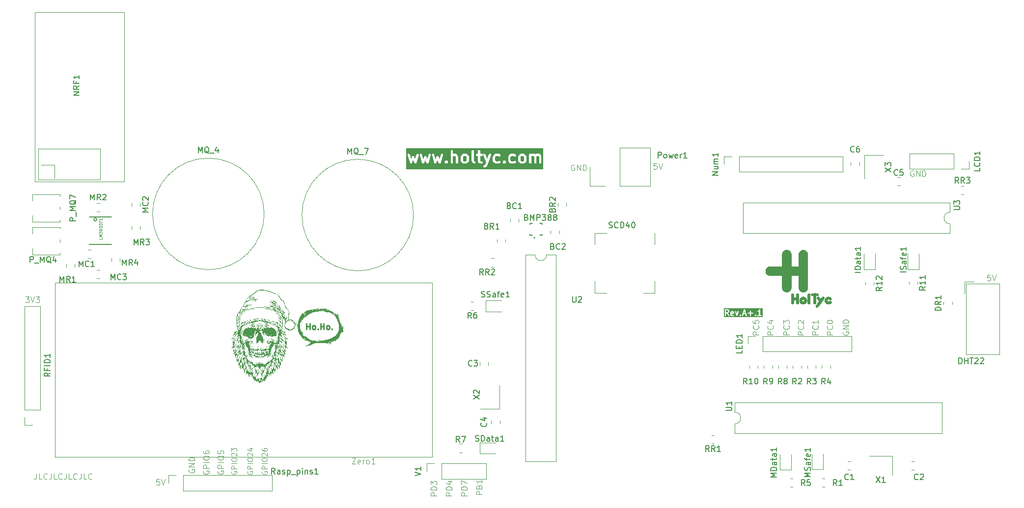
<source format=gbr>
%TF.GenerationSoftware,KiCad,Pcbnew,7.0.9-7.0.9~ubuntu22.04.1*%
%TF.CreationDate,2023-12-05T21:50:24+01:00*%
%TF.ProjectId,Chytry_sklep,43687974-7279-45f7-936b-6c65702e6b69,rev?*%
%TF.SameCoordinates,Original*%
%TF.FileFunction,Legend,Top*%
%TF.FilePolarity,Positive*%
%FSLAX46Y46*%
G04 Gerber Fmt 4.6, Leading zero omitted, Abs format (unit mm)*
G04 Created by KiCad (PCBNEW 7.0.9-7.0.9~ubuntu22.04.1) date 2023-12-05 21:50:24*
%MOMM*%
%LPD*%
G01*
G04 APERTURE LIST*
%ADD10C,0.100000*%
%ADD11C,0.200000*%
%ADD12C,0.250000*%
%ADD13C,0.400000*%
%ADD14C,0.150000*%
%ADD15C,0.300000*%
%ADD16C,0.120000*%
%ADD17C,0.127000*%
G04 APERTURE END LIST*
D10*
X143072419Y-130196115D02*
X142072419Y-130196115D01*
X142072419Y-130196115D02*
X142072419Y-129815163D01*
X142072419Y-129815163D02*
X142120038Y-129719925D01*
X142120038Y-129719925D02*
X142167657Y-129672306D01*
X142167657Y-129672306D02*
X142262895Y-129624687D01*
X142262895Y-129624687D02*
X142405752Y-129624687D01*
X142405752Y-129624687D02*
X142500990Y-129672306D01*
X142500990Y-129672306D02*
X142548609Y-129719925D01*
X142548609Y-129719925D02*
X142596228Y-129815163D01*
X142596228Y-129815163D02*
X142596228Y-130196115D01*
X143072419Y-129196115D02*
X142072419Y-129196115D01*
X142072419Y-129196115D02*
X142072419Y-128958020D01*
X142072419Y-128958020D02*
X142120038Y-128815163D01*
X142120038Y-128815163D02*
X142215276Y-128719925D01*
X142215276Y-128719925D02*
X142310514Y-128672306D01*
X142310514Y-128672306D02*
X142500990Y-128624687D01*
X142500990Y-128624687D02*
X142643847Y-128624687D01*
X142643847Y-128624687D02*
X142834323Y-128672306D01*
X142834323Y-128672306D02*
X142929561Y-128719925D01*
X142929561Y-128719925D02*
X143024800Y-128815163D01*
X143024800Y-128815163D02*
X143072419Y-128958020D01*
X143072419Y-128958020D02*
X143072419Y-129196115D01*
X142072419Y-128291353D02*
X142072419Y-127624687D01*
X142072419Y-127624687D02*
X143072419Y-128053258D01*
X198622419Y-102446115D02*
X197622419Y-102446115D01*
X197622419Y-102446115D02*
X197622419Y-102065163D01*
X197622419Y-102065163D02*
X197670038Y-101969925D01*
X197670038Y-101969925D02*
X197717657Y-101922306D01*
X197717657Y-101922306D02*
X197812895Y-101874687D01*
X197812895Y-101874687D02*
X197955752Y-101874687D01*
X197955752Y-101874687D02*
X198050990Y-101922306D01*
X198050990Y-101922306D02*
X198098609Y-101969925D01*
X198098609Y-101969925D02*
X198146228Y-102065163D01*
X198146228Y-102065163D02*
X198146228Y-102446115D01*
X198527180Y-100874687D02*
X198574800Y-100922306D01*
X198574800Y-100922306D02*
X198622419Y-101065163D01*
X198622419Y-101065163D02*
X198622419Y-101160401D01*
X198622419Y-101160401D02*
X198574800Y-101303258D01*
X198574800Y-101303258D02*
X198479561Y-101398496D01*
X198479561Y-101398496D02*
X198384323Y-101446115D01*
X198384323Y-101446115D02*
X198193847Y-101493734D01*
X198193847Y-101493734D02*
X198050990Y-101493734D01*
X198050990Y-101493734D02*
X197860514Y-101446115D01*
X197860514Y-101446115D02*
X197765276Y-101398496D01*
X197765276Y-101398496D02*
X197670038Y-101303258D01*
X197670038Y-101303258D02*
X197622419Y-101160401D01*
X197622419Y-101160401D02*
X197622419Y-101065163D01*
X197622419Y-101065163D02*
X197670038Y-100922306D01*
X197670038Y-100922306D02*
X197717657Y-100874687D01*
X197622419Y-100541353D02*
X197622419Y-99922306D01*
X197622419Y-99922306D02*
X198003371Y-100255639D01*
X198003371Y-100255639D02*
X198003371Y-100112782D01*
X198003371Y-100112782D02*
X198050990Y-100017544D01*
X198050990Y-100017544D02*
X198098609Y-99969925D01*
X198098609Y-99969925D02*
X198193847Y-99922306D01*
X198193847Y-99922306D02*
X198431942Y-99922306D01*
X198431942Y-99922306D02*
X198527180Y-99969925D01*
X198527180Y-99969925D02*
X198574800Y-100017544D01*
X198574800Y-100017544D02*
X198622419Y-100112782D01*
X198622419Y-100112782D02*
X198622419Y-100398496D01*
X198622419Y-100398496D02*
X198574800Y-100493734D01*
X198574800Y-100493734D02*
X198527180Y-100541353D01*
D11*
G36*
X188926089Y-98572707D02*
G01*
X188943539Y-98607607D01*
X188672054Y-98661904D01*
X188672054Y-98617016D01*
X188694209Y-98572706D01*
X188738518Y-98550552D01*
X188881780Y-98550552D01*
X188926089Y-98572707D01*
G37*
G36*
X191004740Y-98731504D02*
G01*
X190806035Y-98731504D01*
X190905387Y-98433446D01*
X191004740Y-98731504D01*
G37*
G36*
X188036627Y-98247024D02*
G01*
X188061296Y-98271692D01*
X188091101Y-98331302D01*
X188091101Y-98426945D01*
X188061296Y-98486554D01*
X188036627Y-98511222D01*
X187977018Y-98541028D01*
X187719673Y-98541028D01*
X187719673Y-98217219D01*
X187977018Y-98217219D01*
X188036627Y-98247024D01*
G37*
G36*
X194048111Y-99360076D02*
G01*
X187376816Y-99360076D01*
X187376816Y-99117219D01*
X187519673Y-99117219D01*
X187538771Y-99175998D01*
X187588771Y-99212325D01*
X187650575Y-99212325D01*
X187700575Y-99175998D01*
X187719673Y-99117219D01*
X187719673Y-98741028D01*
X187805703Y-98741028D01*
X188109178Y-99174565D01*
X188158531Y-99211767D01*
X188220325Y-99212854D01*
X188270957Y-99177412D01*
X188291086Y-99118979D01*
X188273024Y-99059873D01*
X188213166Y-98974361D01*
X188472054Y-98974361D01*
X188479177Y-98996284D01*
X188482611Y-99019082D01*
X188530230Y-99114321D01*
X188530788Y-99114887D01*
X188530919Y-99115674D01*
X188552404Y-99136835D01*
X188573598Y-99158354D01*
X188574385Y-99158484D01*
X188574952Y-99159043D01*
X188670189Y-99206662D01*
X188692987Y-99210095D01*
X188714911Y-99217219D01*
X188905387Y-99217219D01*
X188927310Y-99210095D01*
X188950108Y-99206662D01*
X189045346Y-99159043D01*
X189089379Y-99115674D01*
X189099510Y-99054707D01*
X189071870Y-98999428D01*
X189017018Y-98970952D01*
X188955903Y-98980157D01*
X188881780Y-99017219D01*
X188738518Y-99017219D01*
X188694208Y-98995064D01*
X188672054Y-98950754D01*
X188672054Y-98865865D01*
X189067855Y-98786705D01*
X189073113Y-98783753D01*
X189079146Y-98783753D01*
X189099651Y-98768855D01*
X189121747Y-98756451D01*
X189124266Y-98750971D01*
X189129146Y-98747426D01*
X189136977Y-98723321D01*
X189147563Y-98700297D01*
X189146380Y-98694383D01*
X189148244Y-98688647D01*
X189148244Y-98593409D01*
X189141120Y-98571485D01*
X189137687Y-98548687D01*
X189090068Y-98453450D01*
X189089509Y-98452883D01*
X189089379Y-98452097D01*
X189067876Y-98430919D01*
X189059494Y-98422408D01*
X189285620Y-98422408D01*
X189287404Y-98484186D01*
X189525499Y-99150852D01*
X189542694Y-99173138D01*
X189558584Y-99196391D01*
X189561416Y-99197402D01*
X189563254Y-99199784D01*
X189590272Y-99207708D01*
X189616787Y-99217178D01*
X189619673Y-99216331D01*
X189622559Y-99217178D01*
X189649073Y-99207708D01*
X189676092Y-99199784D01*
X189677929Y-99197402D01*
X189680762Y-99196391D01*
X189696647Y-99173143D01*
X189713847Y-99150853D01*
X189748452Y-99053958D01*
X190092332Y-99053958D01*
X190094810Y-99069602D01*
X190092333Y-99085243D01*
X190099522Y-99099353D01*
X190102001Y-99115000D01*
X190113201Y-99126199D01*
X190120391Y-99140311D01*
X190168010Y-99187929D01*
X190182121Y-99195119D01*
X190193322Y-99206320D01*
X190201291Y-99207582D01*
X190207819Y-99212325D01*
X190215888Y-99212325D01*
X190223077Y-99215988D01*
X190238720Y-99213510D01*
X190254364Y-99215988D01*
X190261553Y-99212325D01*
X190269623Y-99212325D01*
X190276151Y-99207582D01*
X190284120Y-99206320D01*
X190295319Y-99195120D01*
X190309432Y-99187930D01*
X190349963Y-99147398D01*
X190476716Y-99147398D01*
X190512663Y-99197672D01*
X190571295Y-99217217D01*
X190630217Y-99198565D01*
X190666922Y-99148842D01*
X190739368Y-98931504D01*
X191071406Y-98931504D01*
X191143852Y-99148841D01*
X191180557Y-99198565D01*
X191239479Y-99217216D01*
X191298111Y-99197672D01*
X191334058Y-99147398D01*
X191333588Y-99085596D01*
X191227445Y-98767168D01*
X191476948Y-98767168D01*
X191513275Y-98817168D01*
X191572054Y-98836266D01*
X191853006Y-98836266D01*
X191853006Y-99117219D01*
X191872104Y-99175998D01*
X191922104Y-99212325D01*
X191983908Y-99212325D01*
X192033908Y-99175998D01*
X192053006Y-99117219D01*
X192053006Y-99053958D01*
X192663760Y-99053958D01*
X192666238Y-99069602D01*
X192663761Y-99085243D01*
X192670950Y-99099353D01*
X192673429Y-99115000D01*
X192684629Y-99126199D01*
X192691819Y-99140311D01*
X192739438Y-99187929D01*
X192753549Y-99195119D01*
X192764750Y-99206320D01*
X192772719Y-99207582D01*
X192779247Y-99212325D01*
X192787316Y-99212325D01*
X192794505Y-99215988D01*
X192810148Y-99213510D01*
X192825792Y-99215988D01*
X192832981Y-99212325D01*
X192841051Y-99212325D01*
X192847579Y-99207582D01*
X192855548Y-99206320D01*
X192866747Y-99195120D01*
X192880860Y-99187930D01*
X192928478Y-99140311D01*
X192935667Y-99126200D01*
X192946869Y-99115000D01*
X192949346Y-99099354D01*
X192956537Y-99085244D01*
X192954059Y-99069600D01*
X192956537Y-99053958D01*
X192949346Y-99039846D01*
X192946869Y-99024201D01*
X192935668Y-99013000D01*
X192928479Y-98998890D01*
X192880860Y-98951270D01*
X192866747Y-98944079D01*
X192855547Y-98932879D01*
X192847579Y-98931617D01*
X192841051Y-98926874D01*
X192832982Y-98926874D01*
X192825793Y-98923211D01*
X192810148Y-98925688D01*
X192794505Y-98923211D01*
X192787316Y-98926874D01*
X192779247Y-98926874D01*
X192772720Y-98931615D01*
X192764751Y-98932878D01*
X192753549Y-98944079D01*
X192739437Y-98951270D01*
X192691819Y-98998890D01*
X192684628Y-99013001D01*
X192673429Y-99024201D01*
X192670951Y-99039844D01*
X192663760Y-99053958D01*
X192053006Y-99053958D01*
X192053006Y-98836266D01*
X192333959Y-98836266D01*
X192392738Y-98817168D01*
X192429065Y-98767168D01*
X192429065Y-98705364D01*
X192392738Y-98655364D01*
X192333959Y-98636266D01*
X192053006Y-98636266D01*
X192053006Y-98417826D01*
X193139835Y-98417826D01*
X193167474Y-98473105D01*
X193222327Y-98501581D01*
X193283441Y-98492376D01*
X193378679Y-98444757D01*
X193390226Y-98433383D01*
X193404669Y-98426025D01*
X193424434Y-98406260D01*
X193424434Y-99017219D01*
X193238720Y-99017219D01*
X193179941Y-99036317D01*
X193143614Y-99086317D01*
X193143614Y-99148121D01*
X193179941Y-99198121D01*
X193238720Y-99217219D01*
X193810148Y-99217219D01*
X193868927Y-99198121D01*
X193905254Y-99148121D01*
X193905254Y-99086317D01*
X193868927Y-99036317D01*
X193810148Y-99017219D01*
X193624434Y-99017219D01*
X193624434Y-98117219D01*
X193623783Y-98115216D01*
X193624353Y-98113188D01*
X193614291Y-98086003D01*
X193605336Y-98058440D01*
X193603631Y-98057201D01*
X193602901Y-98055227D01*
X193578782Y-98039148D01*
X193555336Y-98022113D01*
X193553230Y-98022113D01*
X193551477Y-98020944D01*
X193522497Y-98022113D01*
X193493532Y-98022113D01*
X193491829Y-98023350D01*
X193489724Y-98023435D01*
X193466980Y-98041403D01*
X193443532Y-98058440D01*
X193442880Y-98060443D01*
X193441229Y-98061749D01*
X193351485Y-98196365D01*
X193274721Y-98273128D01*
X193193999Y-98313490D01*
X193149966Y-98356859D01*
X193139835Y-98417826D01*
X192053006Y-98417826D01*
X192053006Y-98355314D01*
X192033908Y-98296535D01*
X191983908Y-98260208D01*
X191922104Y-98260208D01*
X191872104Y-98296535D01*
X191853006Y-98355314D01*
X191853006Y-98636266D01*
X191572054Y-98636266D01*
X191513275Y-98655364D01*
X191476948Y-98705364D01*
X191476948Y-98767168D01*
X191227445Y-98767168D01*
X191000255Y-98085596D01*
X190982332Y-98061317D01*
X190964778Y-98036766D01*
X190964023Y-98036514D01*
X190963550Y-98035873D01*
X190934724Y-98026748D01*
X190906146Y-98017222D01*
X190905388Y-98017461D01*
X190904628Y-98017221D01*
X190875989Y-98026767D01*
X190847224Y-98035873D01*
X190846750Y-98036514D01*
X190845996Y-98036766D01*
X190828429Y-98061333D01*
X190810519Y-98085597D01*
X190477186Y-99085596D01*
X190476716Y-99147398D01*
X190349963Y-99147398D01*
X190357050Y-99140311D01*
X190364239Y-99126200D01*
X190375441Y-99115000D01*
X190377918Y-99099354D01*
X190385109Y-99085244D01*
X190382631Y-99069600D01*
X190385109Y-99053958D01*
X190377918Y-99039846D01*
X190375441Y-99024201D01*
X190364240Y-99013000D01*
X190357051Y-98998890D01*
X190309432Y-98951270D01*
X190295319Y-98944079D01*
X190284119Y-98932879D01*
X190276151Y-98931617D01*
X190269623Y-98926874D01*
X190261554Y-98926874D01*
X190254365Y-98923211D01*
X190238720Y-98925688D01*
X190223077Y-98923211D01*
X190215888Y-98926874D01*
X190207819Y-98926874D01*
X190201292Y-98931615D01*
X190193323Y-98932878D01*
X190182121Y-98944079D01*
X190168009Y-98951270D01*
X190120391Y-98998890D01*
X190113200Y-99013001D01*
X190102001Y-99024201D01*
X190099523Y-99039844D01*
X190092332Y-99053958D01*
X189748452Y-99053958D01*
X189951942Y-98484186D01*
X189953726Y-98422408D01*
X189918857Y-98371380D01*
X189860654Y-98350593D01*
X189801349Y-98367987D01*
X189763594Y-98416919D01*
X189619673Y-98819897D01*
X189475752Y-98416918D01*
X189437997Y-98367987D01*
X189378692Y-98350593D01*
X189320489Y-98371380D01*
X189285620Y-98422408D01*
X189059494Y-98422408D01*
X189046699Y-98409417D01*
X189045912Y-98409286D01*
X189045346Y-98408728D01*
X188950108Y-98361109D01*
X188927310Y-98357675D01*
X188905387Y-98350552D01*
X188714911Y-98350552D01*
X188692987Y-98357675D01*
X188670189Y-98361109D01*
X188574952Y-98408728D01*
X188574385Y-98409286D01*
X188573599Y-98409417D01*
X188552421Y-98430919D01*
X188530919Y-98452097D01*
X188530788Y-98452883D01*
X188530230Y-98453450D01*
X188482611Y-98548688D01*
X188479177Y-98571485D01*
X188472054Y-98593409D01*
X188472054Y-98974361D01*
X188213166Y-98974361D01*
X188042719Y-98730866D01*
X188045346Y-98730471D01*
X188140584Y-98682852D01*
X188152131Y-98671478D01*
X188166574Y-98664120D01*
X188214192Y-98616501D01*
X188221550Y-98602059D01*
X188232925Y-98590511D01*
X188280544Y-98495274D01*
X188283977Y-98472475D01*
X188291101Y-98450552D01*
X188291101Y-98307695D01*
X188283977Y-98285771D01*
X188280544Y-98262973D01*
X188232925Y-98167736D01*
X188221550Y-98156187D01*
X188214192Y-98141746D01*
X188166574Y-98094127D01*
X188152131Y-98086768D01*
X188140584Y-98075395D01*
X188045346Y-98027776D01*
X188022548Y-98024342D01*
X188000625Y-98017219D01*
X187619673Y-98017219D01*
X187604610Y-98022113D01*
X187588771Y-98022113D01*
X187575957Y-98031422D01*
X187560894Y-98036317D01*
X187551584Y-98049130D01*
X187538771Y-98058440D01*
X187533876Y-98073503D01*
X187524567Y-98086317D01*
X187524567Y-98102156D01*
X187519673Y-98117219D01*
X187519673Y-99117219D01*
X187376816Y-99117219D01*
X187376816Y-97874362D01*
X194048111Y-97874362D01*
X194048111Y-99360076D01*
G37*
D10*
X100170038Y-125922306D02*
X100122419Y-126017544D01*
X100122419Y-126017544D02*
X100122419Y-126160401D01*
X100122419Y-126160401D02*
X100170038Y-126303258D01*
X100170038Y-126303258D02*
X100265276Y-126398496D01*
X100265276Y-126398496D02*
X100360514Y-126446115D01*
X100360514Y-126446115D02*
X100550990Y-126493734D01*
X100550990Y-126493734D02*
X100693847Y-126493734D01*
X100693847Y-126493734D02*
X100884323Y-126446115D01*
X100884323Y-126446115D02*
X100979561Y-126398496D01*
X100979561Y-126398496D02*
X101074800Y-126303258D01*
X101074800Y-126303258D02*
X101122419Y-126160401D01*
X101122419Y-126160401D02*
X101122419Y-126065163D01*
X101122419Y-126065163D02*
X101074800Y-125922306D01*
X101074800Y-125922306D02*
X101027180Y-125874687D01*
X101027180Y-125874687D02*
X100693847Y-125874687D01*
X100693847Y-125874687D02*
X100693847Y-126065163D01*
X101122419Y-125446115D02*
X100122419Y-125446115D01*
X100122419Y-125446115D02*
X100122419Y-125065163D01*
X100122419Y-125065163D02*
X100170038Y-124969925D01*
X100170038Y-124969925D02*
X100217657Y-124922306D01*
X100217657Y-124922306D02*
X100312895Y-124874687D01*
X100312895Y-124874687D02*
X100455752Y-124874687D01*
X100455752Y-124874687D02*
X100550990Y-124922306D01*
X100550990Y-124922306D02*
X100598609Y-124969925D01*
X100598609Y-124969925D02*
X100646228Y-125065163D01*
X100646228Y-125065163D02*
X100646228Y-125446115D01*
X101122419Y-124446115D02*
X100122419Y-124446115D01*
X100122419Y-123779449D02*
X100122419Y-123588973D01*
X100122419Y-123588973D02*
X100170038Y-123493735D01*
X100170038Y-123493735D02*
X100265276Y-123398497D01*
X100265276Y-123398497D02*
X100455752Y-123350878D01*
X100455752Y-123350878D02*
X100789085Y-123350878D01*
X100789085Y-123350878D02*
X100979561Y-123398497D01*
X100979561Y-123398497D02*
X101074800Y-123493735D01*
X101074800Y-123493735D02*
X101122419Y-123588973D01*
X101122419Y-123588973D02*
X101122419Y-123779449D01*
X101122419Y-123779449D02*
X101074800Y-123874687D01*
X101074800Y-123874687D02*
X100979561Y-123969925D01*
X100979561Y-123969925D02*
X100789085Y-124017544D01*
X100789085Y-124017544D02*
X100455752Y-124017544D01*
X100455752Y-124017544D02*
X100265276Y-123969925D01*
X100265276Y-123969925D02*
X100170038Y-123874687D01*
X100170038Y-123874687D02*
X100122419Y-123779449D01*
X100122419Y-122446116D02*
X100122419Y-122922306D01*
X100122419Y-122922306D02*
X100598609Y-122969925D01*
X100598609Y-122969925D02*
X100550990Y-122922306D01*
X100550990Y-122922306D02*
X100503371Y-122827068D01*
X100503371Y-122827068D02*
X100503371Y-122588973D01*
X100503371Y-122588973D02*
X100550990Y-122493735D01*
X100550990Y-122493735D02*
X100598609Y-122446116D01*
X100598609Y-122446116D02*
X100693847Y-122398497D01*
X100693847Y-122398497D02*
X100931942Y-122398497D01*
X100931942Y-122398497D02*
X101027180Y-122446116D01*
X101027180Y-122446116D02*
X101074800Y-122493735D01*
X101074800Y-122493735D02*
X101122419Y-122588973D01*
X101122419Y-122588973D02*
X101122419Y-122827068D01*
X101122419Y-122827068D02*
X101074800Y-122922306D01*
X101074800Y-122922306D02*
X101027180Y-122969925D01*
X145672419Y-129996115D02*
X144672419Y-129996115D01*
X144672419Y-129996115D02*
X144672419Y-129615163D01*
X144672419Y-129615163D02*
X144720038Y-129519925D01*
X144720038Y-129519925D02*
X144767657Y-129472306D01*
X144767657Y-129472306D02*
X144862895Y-129424687D01*
X144862895Y-129424687D02*
X145005752Y-129424687D01*
X145005752Y-129424687D02*
X145100990Y-129472306D01*
X145100990Y-129472306D02*
X145148609Y-129519925D01*
X145148609Y-129519925D02*
X145196228Y-129615163D01*
X145196228Y-129615163D02*
X145196228Y-129996115D01*
X145148609Y-128662782D02*
X145196228Y-128519925D01*
X145196228Y-128519925D02*
X145243847Y-128472306D01*
X145243847Y-128472306D02*
X145339085Y-128424687D01*
X145339085Y-128424687D02*
X145481942Y-128424687D01*
X145481942Y-128424687D02*
X145577180Y-128472306D01*
X145577180Y-128472306D02*
X145624800Y-128519925D01*
X145624800Y-128519925D02*
X145672419Y-128615163D01*
X145672419Y-128615163D02*
X145672419Y-128996115D01*
X145672419Y-128996115D02*
X144672419Y-128996115D01*
X144672419Y-128996115D02*
X144672419Y-128662782D01*
X144672419Y-128662782D02*
X144720038Y-128567544D01*
X144720038Y-128567544D02*
X144767657Y-128519925D01*
X144767657Y-128519925D02*
X144862895Y-128472306D01*
X144862895Y-128472306D02*
X144958133Y-128472306D01*
X144958133Y-128472306D02*
X145053371Y-128519925D01*
X145053371Y-128519925D02*
X145100990Y-128567544D01*
X145100990Y-128567544D02*
X145148609Y-128662782D01*
X145148609Y-128662782D02*
X145148609Y-128996115D01*
X145672419Y-127472306D02*
X145672419Y-128043734D01*
X145672419Y-127758020D02*
X144672419Y-127758020D01*
X144672419Y-127758020D02*
X144815276Y-127853258D01*
X144815276Y-127853258D02*
X144910514Y-127948496D01*
X144910514Y-127948496D02*
X144958133Y-128043734D01*
X206122419Y-102446115D02*
X205122419Y-102446115D01*
X205122419Y-102446115D02*
X205122419Y-102065163D01*
X205122419Y-102065163D02*
X205170038Y-101969925D01*
X205170038Y-101969925D02*
X205217657Y-101922306D01*
X205217657Y-101922306D02*
X205312895Y-101874687D01*
X205312895Y-101874687D02*
X205455752Y-101874687D01*
X205455752Y-101874687D02*
X205550990Y-101922306D01*
X205550990Y-101922306D02*
X205598609Y-101969925D01*
X205598609Y-101969925D02*
X205646228Y-102065163D01*
X205646228Y-102065163D02*
X205646228Y-102446115D01*
X206027180Y-100874687D02*
X206074800Y-100922306D01*
X206074800Y-100922306D02*
X206122419Y-101065163D01*
X206122419Y-101065163D02*
X206122419Y-101160401D01*
X206122419Y-101160401D02*
X206074800Y-101303258D01*
X206074800Y-101303258D02*
X205979561Y-101398496D01*
X205979561Y-101398496D02*
X205884323Y-101446115D01*
X205884323Y-101446115D02*
X205693847Y-101493734D01*
X205693847Y-101493734D02*
X205550990Y-101493734D01*
X205550990Y-101493734D02*
X205360514Y-101446115D01*
X205360514Y-101446115D02*
X205265276Y-101398496D01*
X205265276Y-101398496D02*
X205170038Y-101303258D01*
X205170038Y-101303258D02*
X205122419Y-101160401D01*
X205122419Y-101160401D02*
X205122419Y-101065163D01*
X205122419Y-101065163D02*
X205170038Y-100922306D01*
X205170038Y-100922306D02*
X205217657Y-100874687D01*
X205122419Y-100255639D02*
X205122419Y-100160401D01*
X205122419Y-100160401D02*
X205170038Y-100065163D01*
X205170038Y-100065163D02*
X205217657Y-100017544D01*
X205217657Y-100017544D02*
X205312895Y-99969925D01*
X205312895Y-99969925D02*
X205503371Y-99922306D01*
X205503371Y-99922306D02*
X205741466Y-99922306D01*
X205741466Y-99922306D02*
X205931942Y-99969925D01*
X205931942Y-99969925D02*
X206027180Y-100017544D01*
X206027180Y-100017544D02*
X206074800Y-100065163D01*
X206074800Y-100065163D02*
X206122419Y-100160401D01*
X206122419Y-100160401D02*
X206122419Y-100255639D01*
X206122419Y-100255639D02*
X206074800Y-100350877D01*
X206074800Y-100350877D02*
X206027180Y-100398496D01*
X206027180Y-100398496D02*
X205931942Y-100446115D01*
X205931942Y-100446115D02*
X205741466Y-100493734D01*
X205741466Y-100493734D02*
X205503371Y-100493734D01*
X205503371Y-100493734D02*
X205312895Y-100446115D01*
X205312895Y-100446115D02*
X205217657Y-100398496D01*
X205217657Y-100398496D02*
X205170038Y-100350877D01*
X205170038Y-100350877D02*
X205122419Y-100255639D01*
X90030074Y-127372419D02*
X89553884Y-127372419D01*
X89553884Y-127372419D02*
X89506265Y-127848609D01*
X89506265Y-127848609D02*
X89553884Y-127800990D01*
X89553884Y-127800990D02*
X89649122Y-127753371D01*
X89649122Y-127753371D02*
X89887217Y-127753371D01*
X89887217Y-127753371D02*
X89982455Y-127800990D01*
X89982455Y-127800990D02*
X90030074Y-127848609D01*
X90030074Y-127848609D02*
X90077693Y-127943847D01*
X90077693Y-127943847D02*
X90077693Y-128181942D01*
X90077693Y-128181942D02*
X90030074Y-128277180D01*
X90030074Y-128277180D02*
X89982455Y-128324800D01*
X89982455Y-128324800D02*
X89887217Y-128372419D01*
X89887217Y-128372419D02*
X89649122Y-128372419D01*
X89649122Y-128372419D02*
X89553884Y-128324800D01*
X89553884Y-128324800D02*
X89506265Y-128277180D01*
X90363408Y-127372419D02*
X90696741Y-128372419D01*
X90696741Y-128372419D02*
X91030074Y-127372419D01*
X102527514Y-125998496D02*
X102484657Y-126084211D01*
X102484657Y-126084211D02*
X102484657Y-126212782D01*
X102484657Y-126212782D02*
X102527514Y-126341353D01*
X102527514Y-126341353D02*
X102613228Y-126427068D01*
X102613228Y-126427068D02*
X102698942Y-126469925D01*
X102698942Y-126469925D02*
X102870371Y-126512782D01*
X102870371Y-126512782D02*
X102998942Y-126512782D01*
X102998942Y-126512782D02*
X103170371Y-126469925D01*
X103170371Y-126469925D02*
X103256085Y-126427068D01*
X103256085Y-126427068D02*
X103341800Y-126341353D01*
X103341800Y-126341353D02*
X103384657Y-126212782D01*
X103384657Y-126212782D02*
X103384657Y-126127068D01*
X103384657Y-126127068D02*
X103341800Y-125998496D01*
X103341800Y-125998496D02*
X103298942Y-125955639D01*
X103298942Y-125955639D02*
X102998942Y-125955639D01*
X102998942Y-125955639D02*
X102998942Y-126127068D01*
X103384657Y-125569925D02*
X102484657Y-125569925D01*
X102484657Y-125569925D02*
X102484657Y-125227068D01*
X102484657Y-125227068D02*
X102527514Y-125141353D01*
X102527514Y-125141353D02*
X102570371Y-125098496D01*
X102570371Y-125098496D02*
X102656085Y-125055639D01*
X102656085Y-125055639D02*
X102784657Y-125055639D01*
X102784657Y-125055639D02*
X102870371Y-125098496D01*
X102870371Y-125098496D02*
X102913228Y-125141353D01*
X102913228Y-125141353D02*
X102956085Y-125227068D01*
X102956085Y-125227068D02*
X102956085Y-125569925D01*
X103384657Y-124669925D02*
X102484657Y-124669925D01*
X102484657Y-124069925D02*
X102484657Y-123898497D01*
X102484657Y-123898497D02*
X102527514Y-123812782D01*
X102527514Y-123812782D02*
X102613228Y-123727068D01*
X102613228Y-123727068D02*
X102784657Y-123684211D01*
X102784657Y-123684211D02*
X103084657Y-123684211D01*
X103084657Y-123684211D02*
X103256085Y-123727068D01*
X103256085Y-123727068D02*
X103341800Y-123812782D01*
X103341800Y-123812782D02*
X103384657Y-123898497D01*
X103384657Y-123898497D02*
X103384657Y-124069925D01*
X103384657Y-124069925D02*
X103341800Y-124155640D01*
X103341800Y-124155640D02*
X103256085Y-124241354D01*
X103256085Y-124241354D02*
X103084657Y-124284211D01*
X103084657Y-124284211D02*
X102784657Y-124284211D01*
X102784657Y-124284211D02*
X102613228Y-124241354D01*
X102613228Y-124241354D02*
X102527514Y-124155640D01*
X102527514Y-124155640D02*
X102484657Y-124069925D01*
X102570371Y-123341354D02*
X102527514Y-123298497D01*
X102527514Y-123298497D02*
X102484657Y-123212783D01*
X102484657Y-123212783D02*
X102484657Y-122998497D01*
X102484657Y-122998497D02*
X102527514Y-122912783D01*
X102527514Y-122912783D02*
X102570371Y-122869925D01*
X102570371Y-122869925D02*
X102656085Y-122827068D01*
X102656085Y-122827068D02*
X102741800Y-122827068D01*
X102741800Y-122827068D02*
X102870371Y-122869925D01*
X102870371Y-122869925D02*
X103384657Y-123384211D01*
X103384657Y-123384211D02*
X103384657Y-122827068D01*
X102484657Y-122527068D02*
X102484657Y-121969925D01*
X102484657Y-121969925D02*
X102827514Y-122269925D01*
X102827514Y-122269925D02*
X102827514Y-122141354D01*
X102827514Y-122141354D02*
X102870371Y-122055640D01*
X102870371Y-122055640D02*
X102913228Y-122012782D01*
X102913228Y-122012782D02*
X102998942Y-121969925D01*
X102998942Y-121969925D02*
X103213228Y-121969925D01*
X103213228Y-121969925D02*
X103298942Y-122012782D01*
X103298942Y-122012782D02*
X103341800Y-122055640D01*
X103341800Y-122055640D02*
X103384657Y-122141354D01*
X103384657Y-122141354D02*
X103384657Y-122398497D01*
X103384657Y-122398497D02*
X103341800Y-122484211D01*
X103341800Y-122484211D02*
X103298942Y-122527068D01*
D12*
X115416480Y-101514619D02*
X115416480Y-100514619D01*
X115416480Y-100990809D02*
X115987908Y-100990809D01*
X115987908Y-101514619D02*
X115987908Y-100514619D01*
X116606956Y-101514619D02*
X116511718Y-101467000D01*
X116511718Y-101467000D02*
X116464099Y-101419380D01*
X116464099Y-101419380D02*
X116416480Y-101324142D01*
X116416480Y-101324142D02*
X116416480Y-101038428D01*
X116416480Y-101038428D02*
X116464099Y-100943190D01*
X116464099Y-100943190D02*
X116511718Y-100895571D01*
X116511718Y-100895571D02*
X116606956Y-100847952D01*
X116606956Y-100847952D02*
X116749813Y-100847952D01*
X116749813Y-100847952D02*
X116845051Y-100895571D01*
X116845051Y-100895571D02*
X116892670Y-100943190D01*
X116892670Y-100943190D02*
X116940289Y-101038428D01*
X116940289Y-101038428D02*
X116940289Y-101324142D01*
X116940289Y-101324142D02*
X116892670Y-101419380D01*
X116892670Y-101419380D02*
X116845051Y-101467000D01*
X116845051Y-101467000D02*
X116749813Y-101514619D01*
X116749813Y-101514619D02*
X116606956Y-101514619D01*
X117368861Y-101419380D02*
X117416480Y-101467000D01*
X117416480Y-101467000D02*
X117368861Y-101514619D01*
X117368861Y-101514619D02*
X117321242Y-101467000D01*
X117321242Y-101467000D02*
X117368861Y-101419380D01*
X117368861Y-101419380D02*
X117368861Y-101514619D01*
X117845051Y-101514619D02*
X117845051Y-100514619D01*
X117845051Y-100990809D02*
X118416479Y-100990809D01*
X118416479Y-101514619D02*
X118416479Y-100514619D01*
X119035527Y-101514619D02*
X118940289Y-101467000D01*
X118940289Y-101467000D02*
X118892670Y-101419380D01*
X118892670Y-101419380D02*
X118845051Y-101324142D01*
X118845051Y-101324142D02*
X118845051Y-101038428D01*
X118845051Y-101038428D02*
X118892670Y-100943190D01*
X118892670Y-100943190D02*
X118940289Y-100895571D01*
X118940289Y-100895571D02*
X119035527Y-100847952D01*
X119035527Y-100847952D02*
X119178384Y-100847952D01*
X119178384Y-100847952D02*
X119273622Y-100895571D01*
X119273622Y-100895571D02*
X119321241Y-100943190D01*
X119321241Y-100943190D02*
X119368860Y-101038428D01*
X119368860Y-101038428D02*
X119368860Y-101324142D01*
X119368860Y-101324142D02*
X119321241Y-101419380D01*
X119321241Y-101419380D02*
X119273622Y-101467000D01*
X119273622Y-101467000D02*
X119178384Y-101514619D01*
X119178384Y-101514619D02*
X119035527Y-101514619D01*
X119797432Y-101419380D02*
X119845051Y-101467000D01*
X119845051Y-101467000D02*
X119797432Y-101514619D01*
X119797432Y-101514619D02*
X119749813Y-101467000D01*
X119749813Y-101467000D02*
X119797432Y-101419380D01*
X119797432Y-101419380D02*
X119797432Y-101514619D01*
D13*
G36*
X142930400Y-71660713D02*
G01*
X142979737Y-71710050D01*
X143039347Y-71829270D01*
X143039347Y-72306272D01*
X142979738Y-72425488D01*
X142930398Y-72474829D01*
X142811182Y-72534438D01*
X142619893Y-72534438D01*
X142500675Y-72474829D01*
X142451337Y-72425489D01*
X142391728Y-72306271D01*
X142391728Y-71829270D01*
X142451338Y-71710049D01*
X142500675Y-71660713D01*
X142619893Y-71601104D01*
X142811182Y-71601104D01*
X142930400Y-71660713D01*
G37*
G36*
X152835163Y-71660713D02*
G01*
X152884500Y-71710050D01*
X152944110Y-71829270D01*
X152944110Y-72306272D01*
X152884501Y-72425488D01*
X152835161Y-72474829D01*
X152715945Y-72534438D01*
X152524656Y-72534438D01*
X152405438Y-72474829D01*
X152356100Y-72425489D01*
X152296491Y-72306271D01*
X152296491Y-71829270D01*
X152356101Y-71710049D01*
X152405438Y-71660713D01*
X152524656Y-71601104D01*
X152715945Y-71601104D01*
X152835163Y-71660713D01*
G37*
G36*
X156201253Y-73886796D02*
G01*
X132566057Y-73886796D01*
X132566057Y-71367169D01*
X132851771Y-71367169D01*
X132856566Y-71456048D01*
X133237518Y-72789382D01*
X133249059Y-72810374D01*
X133255971Y-72833308D01*
X133270229Y-72848877D01*
X133280402Y-72867379D01*
X133299906Y-72881282D01*
X133316086Y-72898950D01*
X133335691Y-72906791D01*
X133352880Y-72919045D01*
X133376485Y-72923109D01*
X133398728Y-72932006D01*
X133419790Y-72930565D01*
X133440598Y-72934148D01*
X133463632Y-72927566D01*
X133487529Y-72925932D01*
X133505881Y-72915495D01*
X133526181Y-72909695D01*
X133544074Y-72893774D01*
X133564901Y-72881931D01*
X133576909Y-72864561D01*
X133592680Y-72850530D01*
X133601895Y-72828420D01*
X133615518Y-72808716D01*
X133810775Y-72320572D01*
X134006033Y-72808716D01*
X134019655Y-72828419D01*
X134028871Y-72850531D01*
X134044643Y-72864563D01*
X134056650Y-72881931D01*
X134077473Y-72893773D01*
X134095370Y-72909696D01*
X134115672Y-72915496D01*
X134134022Y-72925932D01*
X134157918Y-72927566D01*
X134180953Y-72934148D01*
X134201757Y-72930565D01*
X134222823Y-72932007D01*
X134245068Y-72923108D01*
X134268671Y-72919045D01*
X134285859Y-72906792D01*
X134305465Y-72898950D01*
X134321645Y-72881282D01*
X134341149Y-72867379D01*
X134351320Y-72848879D01*
X134365580Y-72833309D01*
X134372491Y-72810372D01*
X134384033Y-72789382D01*
X134764985Y-71456048D01*
X134769780Y-71367169D01*
X134947009Y-71367169D01*
X134951804Y-71456048D01*
X135332756Y-72789382D01*
X135344297Y-72810374D01*
X135351209Y-72833308D01*
X135365467Y-72848877D01*
X135375640Y-72867379D01*
X135395144Y-72881282D01*
X135411324Y-72898950D01*
X135430929Y-72906791D01*
X135448118Y-72919045D01*
X135471723Y-72923109D01*
X135493966Y-72932006D01*
X135515028Y-72930565D01*
X135535836Y-72934148D01*
X135558870Y-72927566D01*
X135582767Y-72925932D01*
X135601119Y-72915495D01*
X135621419Y-72909695D01*
X135639312Y-72893774D01*
X135660139Y-72881931D01*
X135672147Y-72864561D01*
X135687918Y-72850530D01*
X135697133Y-72828420D01*
X135710756Y-72808716D01*
X135906013Y-72320572D01*
X136101271Y-72808716D01*
X136114893Y-72828419D01*
X136124109Y-72850531D01*
X136139881Y-72864563D01*
X136151888Y-72881931D01*
X136172711Y-72893773D01*
X136190608Y-72909696D01*
X136210910Y-72915496D01*
X136229260Y-72925932D01*
X136253156Y-72927566D01*
X136276191Y-72934148D01*
X136296995Y-72930565D01*
X136318061Y-72932007D01*
X136340306Y-72923108D01*
X136363909Y-72919045D01*
X136381097Y-72906792D01*
X136400703Y-72898950D01*
X136416883Y-72881282D01*
X136436387Y-72867379D01*
X136446558Y-72848879D01*
X136460818Y-72833309D01*
X136467729Y-72810372D01*
X136479271Y-72789382D01*
X136860223Y-71456048D01*
X136865018Y-71367169D01*
X137042247Y-71367169D01*
X137047042Y-71456048D01*
X137427994Y-72789382D01*
X137439535Y-72810374D01*
X137446447Y-72833308D01*
X137460705Y-72848877D01*
X137470878Y-72867379D01*
X137490382Y-72881282D01*
X137506562Y-72898950D01*
X137526167Y-72906791D01*
X137543356Y-72919045D01*
X137566961Y-72923109D01*
X137589204Y-72932006D01*
X137610266Y-72930565D01*
X137631074Y-72934148D01*
X137654108Y-72927566D01*
X137678005Y-72925932D01*
X137696357Y-72915495D01*
X137716657Y-72909695D01*
X137734550Y-72893774D01*
X137755377Y-72881931D01*
X137767385Y-72864561D01*
X137783156Y-72850530D01*
X137792371Y-72828420D01*
X137805994Y-72808716D01*
X138001251Y-72320572D01*
X138196509Y-72808716D01*
X138210131Y-72828419D01*
X138219347Y-72850531D01*
X138235119Y-72864563D01*
X138247126Y-72881931D01*
X138267949Y-72893773D01*
X138285846Y-72909696D01*
X138306148Y-72915496D01*
X138324498Y-72925932D01*
X138348394Y-72927566D01*
X138371429Y-72934148D01*
X138392233Y-72930565D01*
X138413299Y-72932007D01*
X138435544Y-72923108D01*
X138459147Y-72919045D01*
X138476335Y-72906792D01*
X138495941Y-72898950D01*
X138512121Y-72881282D01*
X138531625Y-72867379D01*
X138541796Y-72848879D01*
X138556056Y-72833309D01*
X138562967Y-72810372D01*
X138574509Y-72789382D01*
X138611020Y-72661594D01*
X139231081Y-72661594D01*
X139238522Y-72682861D01*
X139241046Y-72705256D01*
X139253036Y-72724337D01*
X139260479Y-72745608D01*
X139276414Y-72761543D01*
X139288402Y-72780621D01*
X139383640Y-72875859D01*
X139393270Y-72881910D01*
X139400363Y-72890804D01*
X139410609Y-72895738D01*
X139418654Y-72903783D01*
X139439924Y-72911225D01*
X139459005Y-72923215D01*
X139470308Y-72924488D01*
X139480557Y-72929424D01*
X139491934Y-72929424D01*
X139502668Y-72933180D01*
X139525061Y-72930657D01*
X139547454Y-72933180D01*
X139558188Y-72929424D01*
X139569565Y-72929424D01*
X139579813Y-72924488D01*
X139591117Y-72923215D01*
X139610197Y-72911225D01*
X139631468Y-72903783D01*
X139639512Y-72895738D01*
X139649759Y-72890804D01*
X139656851Y-72881910D01*
X139666482Y-72875859D01*
X139761720Y-72780621D01*
X139773706Y-72761545D01*
X139789644Y-72745608D01*
X139793552Y-72734438D01*
X140277442Y-72734438D01*
X140297248Y-72821215D01*
X140352744Y-72890804D01*
X140432938Y-72929424D01*
X140521946Y-72929424D01*
X140602140Y-72890804D01*
X140657636Y-72821215D01*
X140677442Y-72734438D01*
X140677442Y-71674422D01*
X140691151Y-71660713D01*
X140810369Y-71601104D01*
X141001658Y-71601104D01*
X141090275Y-71645413D01*
X141134585Y-71734032D01*
X141134585Y-72734438D01*
X141154391Y-72821215D01*
X141209887Y-72890804D01*
X141290081Y-72929424D01*
X141379089Y-72929424D01*
X141459283Y-72890804D01*
X141514779Y-72821215D01*
X141534585Y-72734438D01*
X141534585Y-72353485D01*
X141991728Y-72353485D01*
X141992066Y-72354967D01*
X141991750Y-72356454D01*
X142001947Y-72398260D01*
X142011534Y-72440262D01*
X142012482Y-72441451D01*
X142012843Y-72442928D01*
X142108081Y-72633404D01*
X142128464Y-72658199D01*
X142145544Y-72685382D01*
X142240782Y-72780621D01*
X142267963Y-72797700D01*
X142292761Y-72818085D01*
X142483238Y-72913324D01*
X142484714Y-72913684D01*
X142485903Y-72914632D01*
X142527881Y-72924213D01*
X142569711Y-72934416D01*
X142571197Y-72934099D01*
X142572680Y-72934438D01*
X142858395Y-72934438D01*
X142859877Y-72934099D01*
X142861364Y-72934416D01*
X142903170Y-72924218D01*
X142945172Y-72914632D01*
X142946361Y-72913683D01*
X142947838Y-72913323D01*
X143138314Y-72818085D01*
X143163108Y-72797702D01*
X143190293Y-72780621D01*
X143285531Y-72685381D01*
X143302609Y-72658201D01*
X143322994Y-72633404D01*
X143415335Y-72448723D01*
X143896490Y-72448723D01*
X143896828Y-72450205D01*
X143896512Y-72451692D01*
X143906714Y-72493521D01*
X143916296Y-72535500D01*
X143917243Y-72536688D01*
X143917604Y-72538165D01*
X144012843Y-72728643D01*
X144025286Y-72743780D01*
X144033527Y-72761563D01*
X144053196Y-72777731D01*
X144069365Y-72797401D01*
X144087147Y-72805641D01*
X144102285Y-72818085D01*
X144292762Y-72913324D01*
X144379235Y-72934416D01*
X144466296Y-72915900D01*
X144536702Y-72861444D01*
X144576508Y-72781833D01*
X144577829Y-72692834D01*
X144540405Y-72612076D01*
X144471647Y-72555553D01*
X144340799Y-72490129D01*
X144296490Y-72401509D01*
X144296490Y-71445608D01*
X144663409Y-71445608D01*
X144702029Y-71525802D01*
X144771618Y-71581298D01*
X144858395Y-71601104D01*
X144944109Y-71601104D01*
X144944109Y-72448723D01*
X144944447Y-72450205D01*
X144944131Y-72451692D01*
X144954333Y-72493521D01*
X144963915Y-72535500D01*
X144964862Y-72536688D01*
X144965223Y-72538165D01*
X145060462Y-72728643D01*
X145072905Y-72743780D01*
X145081146Y-72761563D01*
X145100815Y-72777731D01*
X145116984Y-72797401D01*
X145134766Y-72805641D01*
X145149904Y-72818085D01*
X145340381Y-72913324D01*
X145341857Y-72913684D01*
X145343046Y-72914632D01*
X145385024Y-72924213D01*
X145426854Y-72934416D01*
X145428340Y-72934099D01*
X145429823Y-72934438D01*
X145620299Y-72934438D01*
X145707076Y-72914632D01*
X145776665Y-72859136D01*
X145815285Y-72778942D01*
X145815285Y-72689934D01*
X145776665Y-72609740D01*
X145707076Y-72554244D01*
X145620299Y-72534438D01*
X145477036Y-72534438D01*
X145388418Y-72490129D01*
X145344109Y-72401509D01*
X145344109Y-71601104D01*
X145620299Y-71601104D01*
X145707076Y-71581298D01*
X145776665Y-71525802D01*
X145815285Y-71445608D01*
X145815285Y-71379988D01*
X145897608Y-71379988D01*
X145908142Y-71468371D01*
X146358876Y-72730430D01*
X146211755Y-73098235D01*
X146168495Y-73141494D01*
X146007047Y-73222219D01*
X145938289Y-73278741D01*
X145900865Y-73359500D01*
X145902186Y-73448499D01*
X145941992Y-73528110D01*
X146012399Y-73582566D01*
X146099459Y-73601082D01*
X146185933Y-73579989D01*
X146376409Y-73484751D01*
X146401206Y-73464365D01*
X146428387Y-73447287D01*
X146523625Y-73352049D01*
X146545023Y-73317994D01*
X146567899Y-73284906D01*
X146758375Y-72808716D01*
X146758970Y-72804933D01*
X146761028Y-72801705D01*
X146921107Y-72353485D01*
X147515538Y-72353485D01*
X147515876Y-72354967D01*
X147515560Y-72356454D01*
X147525757Y-72398260D01*
X147535344Y-72440262D01*
X147536292Y-72441451D01*
X147536653Y-72442928D01*
X147631891Y-72633404D01*
X147652274Y-72658199D01*
X147669354Y-72685382D01*
X147764592Y-72780621D01*
X147791773Y-72797700D01*
X147816571Y-72818085D01*
X148007048Y-72913324D01*
X148008524Y-72913684D01*
X148009713Y-72914632D01*
X148051691Y-72924213D01*
X148093521Y-72934416D01*
X148095007Y-72934099D01*
X148096490Y-72934438D01*
X148477443Y-72934438D01*
X148478925Y-72934099D01*
X148480412Y-72934416D01*
X148522218Y-72924218D01*
X148564220Y-72914632D01*
X148565409Y-72913683D01*
X148566886Y-72913323D01*
X148757362Y-72818085D01*
X148826120Y-72761562D01*
X148863544Y-72680804D01*
X148863259Y-72661594D01*
X149231082Y-72661594D01*
X149238523Y-72682861D01*
X149241047Y-72705256D01*
X149253037Y-72724337D01*
X149260480Y-72745608D01*
X149276415Y-72761543D01*
X149288403Y-72780621D01*
X149383641Y-72875859D01*
X149393271Y-72881910D01*
X149400364Y-72890804D01*
X149410610Y-72895738D01*
X149418655Y-72903783D01*
X149439925Y-72911225D01*
X149459006Y-72923215D01*
X149470309Y-72924488D01*
X149480558Y-72929424D01*
X149491935Y-72929424D01*
X149502669Y-72933180D01*
X149525062Y-72930657D01*
X149547455Y-72933180D01*
X149558189Y-72929424D01*
X149569566Y-72929424D01*
X149579814Y-72924488D01*
X149591118Y-72923215D01*
X149610198Y-72911225D01*
X149631469Y-72903783D01*
X149639513Y-72895738D01*
X149649760Y-72890804D01*
X149656852Y-72881910D01*
X149666483Y-72875859D01*
X149761721Y-72780621D01*
X149773707Y-72761545D01*
X149789645Y-72745608D01*
X149797088Y-72724335D01*
X149809077Y-72705256D01*
X149811599Y-72682862D01*
X149819042Y-72661594D01*
X149816519Y-72639199D01*
X149819042Y-72616807D01*
X149811600Y-72595541D01*
X149809078Y-72573145D01*
X149797087Y-72554062D01*
X149789645Y-72532793D01*
X149773709Y-72516857D01*
X149761722Y-72497780D01*
X149666484Y-72402540D01*
X149656851Y-72396487D01*
X149649760Y-72387595D01*
X149639513Y-72382660D01*
X149631468Y-72374615D01*
X149610198Y-72367172D01*
X149591119Y-72355184D01*
X149579814Y-72353910D01*
X149578931Y-72353485D01*
X150182205Y-72353485D01*
X150182543Y-72354967D01*
X150182227Y-72356454D01*
X150192424Y-72398260D01*
X150202011Y-72440262D01*
X150202959Y-72441451D01*
X150203320Y-72442928D01*
X150298558Y-72633404D01*
X150318941Y-72658199D01*
X150336021Y-72685382D01*
X150431259Y-72780621D01*
X150458440Y-72797700D01*
X150483238Y-72818085D01*
X150673715Y-72913324D01*
X150675191Y-72913684D01*
X150676380Y-72914632D01*
X150718358Y-72924213D01*
X150760188Y-72934416D01*
X150761674Y-72934099D01*
X150763157Y-72934438D01*
X151144110Y-72934438D01*
X151145592Y-72934099D01*
X151147079Y-72934416D01*
X151188885Y-72924218D01*
X151230887Y-72914632D01*
X151232076Y-72913683D01*
X151233553Y-72913323D01*
X151424029Y-72818085D01*
X151492787Y-72761562D01*
X151530211Y-72680804D01*
X151528890Y-72591805D01*
X151489084Y-72512194D01*
X151418678Y-72457738D01*
X151331617Y-72439222D01*
X151245144Y-72460314D01*
X151096897Y-72534438D01*
X150810370Y-72534438D01*
X150691152Y-72474829D01*
X150641814Y-72425489D01*
X150605812Y-72353485D01*
X151896491Y-72353485D01*
X151896829Y-72354967D01*
X151896513Y-72356454D01*
X151906710Y-72398260D01*
X151916297Y-72440262D01*
X151917245Y-72441451D01*
X151917606Y-72442928D01*
X152012844Y-72633404D01*
X152033227Y-72658199D01*
X152050307Y-72685382D01*
X152145545Y-72780621D01*
X152172726Y-72797700D01*
X152197524Y-72818085D01*
X152388001Y-72913324D01*
X152389477Y-72913684D01*
X152390666Y-72914632D01*
X152432644Y-72924213D01*
X152474474Y-72934416D01*
X152475960Y-72934099D01*
X152477443Y-72934438D01*
X152763158Y-72934438D01*
X152764640Y-72934099D01*
X152766127Y-72934416D01*
X152807933Y-72924218D01*
X152849935Y-72914632D01*
X152851124Y-72913683D01*
X152852601Y-72913323D01*
X153043077Y-72818085D01*
X153067871Y-72797702D01*
X153095056Y-72780621D01*
X153141238Y-72734438D01*
X153801253Y-72734438D01*
X153821059Y-72821215D01*
X153876555Y-72890804D01*
X153956749Y-72929424D01*
X154045757Y-72929424D01*
X154125951Y-72890804D01*
X154181447Y-72821215D01*
X154201253Y-72734438D01*
X154201253Y-71674422D01*
X154214962Y-71660713D01*
X154334180Y-71601104D01*
X154525469Y-71601104D01*
X154614086Y-71645413D01*
X154658396Y-71734032D01*
X154658396Y-72734438D01*
X154678202Y-72821215D01*
X154733698Y-72890804D01*
X154813892Y-72929424D01*
X154902900Y-72929424D01*
X154983094Y-72890804D01*
X155038590Y-72821215D01*
X155058396Y-72734438D01*
X155058396Y-71734032D01*
X155102705Y-71645412D01*
X155191323Y-71601104D01*
X155382610Y-71601104D01*
X155471229Y-71645413D01*
X155515539Y-71734032D01*
X155515539Y-72734438D01*
X155535345Y-72821215D01*
X155590841Y-72890804D01*
X155671035Y-72929424D01*
X155760043Y-72929424D01*
X155840237Y-72890804D01*
X155895733Y-72821215D01*
X155915539Y-72734438D01*
X155915539Y-71686819D01*
X155915200Y-71685336D01*
X155915517Y-71683850D01*
X155905314Y-71642020D01*
X155895733Y-71600042D01*
X155894785Y-71598853D01*
X155894425Y-71597377D01*
X155799187Y-71406900D01*
X155786742Y-71391761D01*
X155778502Y-71373979D01*
X155758833Y-71357810D01*
X155742664Y-71338141D01*
X155724880Y-71329900D01*
X155709744Y-71317457D01*
X155519266Y-71222218D01*
X155517789Y-71221857D01*
X155516601Y-71220910D01*
X155474622Y-71211328D01*
X155432793Y-71201126D01*
X155431306Y-71201442D01*
X155429824Y-71201104D01*
X155144110Y-71201104D01*
X155142627Y-71201442D01*
X155141141Y-71201126D01*
X155099311Y-71211328D01*
X155057333Y-71220910D01*
X155056144Y-71221857D01*
X155054668Y-71222218D01*
X154864191Y-71317457D01*
X154858395Y-71322220D01*
X154852601Y-71317457D01*
X154662125Y-71222219D01*
X154660648Y-71221858D01*
X154659459Y-71220910D01*
X154617457Y-71211323D01*
X154575651Y-71201126D01*
X154574164Y-71201442D01*
X154572682Y-71201104D01*
X154286967Y-71201104D01*
X154285484Y-71201442D01*
X154283998Y-71201126D01*
X154242168Y-71211328D01*
X154200190Y-71220910D01*
X154199001Y-71221857D01*
X154197525Y-71222218D01*
X154133515Y-71254223D01*
X154125951Y-71244738D01*
X154045757Y-71206118D01*
X153956749Y-71206118D01*
X153876555Y-71244738D01*
X153821059Y-71314327D01*
X153801253Y-71401104D01*
X153801253Y-72734438D01*
X153141238Y-72734438D01*
X153190294Y-72685381D01*
X153207372Y-72658201D01*
X153227757Y-72633404D01*
X153322996Y-72442927D01*
X153323356Y-72441450D01*
X153324304Y-72440262D01*
X153333885Y-72398283D01*
X153344088Y-72356454D01*
X153343771Y-72354967D01*
X153344110Y-72353485D01*
X153344110Y-71782057D01*
X153343771Y-71780574D01*
X153344088Y-71779088D01*
X153333885Y-71737258D01*
X153324304Y-71695280D01*
X153323356Y-71694091D01*
X153322996Y-71692615D01*
X153227758Y-71502138D01*
X153207370Y-71477336D01*
X153190293Y-71450159D01*
X153095055Y-71354921D01*
X153067874Y-71337842D01*
X153043077Y-71317457D01*
X152852601Y-71222219D01*
X152851124Y-71221858D01*
X152849935Y-71220910D01*
X152807933Y-71211323D01*
X152766127Y-71201126D01*
X152764640Y-71201442D01*
X152763158Y-71201104D01*
X152477443Y-71201104D01*
X152475960Y-71201442D01*
X152474474Y-71201126D01*
X152432644Y-71211328D01*
X152390666Y-71220910D01*
X152389477Y-71221857D01*
X152388001Y-71222218D01*
X152197524Y-71317457D01*
X152172724Y-71337843D01*
X152145546Y-71354921D01*
X152050308Y-71450159D01*
X152033230Y-71477337D01*
X152012844Y-71502137D01*
X151917605Y-71692615D01*
X151917244Y-71694091D01*
X151916297Y-71695280D01*
X151906715Y-71737258D01*
X151896513Y-71779088D01*
X151896829Y-71780574D01*
X151896491Y-71782057D01*
X151896491Y-72353485D01*
X150605812Y-72353485D01*
X150582205Y-72306271D01*
X150582205Y-71829270D01*
X150641815Y-71710049D01*
X150691152Y-71660713D01*
X150810370Y-71601104D01*
X151096897Y-71601104D01*
X151245144Y-71675228D01*
X151331617Y-71696320D01*
X151418678Y-71677804D01*
X151489084Y-71623348D01*
X151528890Y-71543737D01*
X151530211Y-71454738D01*
X151492787Y-71373980D01*
X151424029Y-71317457D01*
X151233553Y-71222219D01*
X151232076Y-71221858D01*
X151230887Y-71220910D01*
X151188885Y-71211323D01*
X151147079Y-71201126D01*
X151145592Y-71201442D01*
X151144110Y-71201104D01*
X150763157Y-71201104D01*
X150761674Y-71201442D01*
X150760188Y-71201126D01*
X150718358Y-71211328D01*
X150676380Y-71220910D01*
X150675191Y-71221857D01*
X150673715Y-71222218D01*
X150483238Y-71317457D01*
X150458438Y-71337843D01*
X150431260Y-71354921D01*
X150336022Y-71450159D01*
X150318944Y-71477337D01*
X150298558Y-71502137D01*
X150203319Y-71692615D01*
X150202958Y-71694091D01*
X150202011Y-71695280D01*
X150192429Y-71737258D01*
X150182227Y-71779088D01*
X150182543Y-71780574D01*
X150182205Y-71782057D01*
X150182205Y-72353485D01*
X149578931Y-72353485D01*
X149569566Y-72348975D01*
X149558191Y-72348975D01*
X149547454Y-72345218D01*
X149525058Y-72347741D01*
X149502670Y-72345219D01*
X149491935Y-72348975D01*
X149480558Y-72348975D01*
X149470309Y-72353910D01*
X149459006Y-72355184D01*
X149439926Y-72367172D01*
X149418656Y-72374615D01*
X149410610Y-72382660D01*
X149400364Y-72387595D01*
X149393272Y-72396487D01*
X149383640Y-72402540D01*
X149288402Y-72497779D01*
X149276414Y-72516857D01*
X149260479Y-72532793D01*
X149253036Y-72554064D01*
X149241047Y-72573145D01*
X149238524Y-72595538D01*
X149231082Y-72616807D01*
X149233604Y-72639200D01*
X149231082Y-72661594D01*
X148863259Y-72661594D01*
X148862223Y-72591805D01*
X148822417Y-72512194D01*
X148752011Y-72457738D01*
X148664950Y-72439222D01*
X148578477Y-72460314D01*
X148430230Y-72534438D01*
X148143703Y-72534438D01*
X148024485Y-72474829D01*
X147975147Y-72425489D01*
X147915538Y-72306271D01*
X147915538Y-71829270D01*
X147975148Y-71710049D01*
X148024485Y-71660713D01*
X148143703Y-71601104D01*
X148430230Y-71601104D01*
X148578477Y-71675228D01*
X148664950Y-71696320D01*
X148752011Y-71677804D01*
X148822417Y-71623348D01*
X148862223Y-71543737D01*
X148863544Y-71454738D01*
X148826120Y-71373980D01*
X148757362Y-71317457D01*
X148566886Y-71222219D01*
X148565409Y-71221858D01*
X148564220Y-71220910D01*
X148522218Y-71211323D01*
X148480412Y-71201126D01*
X148478925Y-71201442D01*
X148477443Y-71201104D01*
X148096490Y-71201104D01*
X148095007Y-71201442D01*
X148093521Y-71201126D01*
X148051691Y-71211328D01*
X148009713Y-71220910D01*
X148008524Y-71221857D01*
X148007048Y-71222218D01*
X147816571Y-71317457D01*
X147791771Y-71337843D01*
X147764593Y-71354921D01*
X147669355Y-71450159D01*
X147652277Y-71477337D01*
X147631891Y-71502137D01*
X147536652Y-71692615D01*
X147536291Y-71694091D01*
X147535344Y-71695280D01*
X147525762Y-71737258D01*
X147515560Y-71779088D01*
X147515876Y-71780574D01*
X147515538Y-71782057D01*
X147515538Y-72353485D01*
X146921107Y-72353485D01*
X147237219Y-71468371D01*
X147247754Y-71379988D01*
X147218896Y-71295788D01*
X147156363Y-71232446D01*
X147072541Y-71202509D01*
X146984029Y-71211907D01*
X146908361Y-71258777D01*
X146860523Y-71333837D01*
X146572680Y-72139795D01*
X146284838Y-71333837D01*
X146237000Y-71258777D01*
X146161332Y-71211907D01*
X146072820Y-71202509D01*
X145988998Y-71232446D01*
X145926465Y-71295788D01*
X145897608Y-71379988D01*
X145815285Y-71379988D01*
X145815285Y-71356600D01*
X145776665Y-71276406D01*
X145707076Y-71220910D01*
X145620299Y-71201104D01*
X145344109Y-71201104D01*
X145344109Y-70734438D01*
X145324303Y-70647661D01*
X145268807Y-70578072D01*
X145188613Y-70539452D01*
X145099605Y-70539452D01*
X145019411Y-70578072D01*
X144963915Y-70647661D01*
X144944109Y-70734438D01*
X144944109Y-71201104D01*
X144858395Y-71201104D01*
X144771618Y-71220910D01*
X144702029Y-71276406D01*
X144663409Y-71356600D01*
X144663409Y-71445608D01*
X144296490Y-71445608D01*
X144296490Y-70734438D01*
X144276684Y-70647661D01*
X144221188Y-70578072D01*
X144140994Y-70539452D01*
X144051986Y-70539452D01*
X143971792Y-70578072D01*
X143916296Y-70647661D01*
X143896490Y-70734438D01*
X143896490Y-72448723D01*
X143415335Y-72448723D01*
X143418233Y-72442927D01*
X143418593Y-72441450D01*
X143419541Y-72440262D01*
X143429122Y-72398283D01*
X143439325Y-72356454D01*
X143439008Y-72354967D01*
X143439347Y-72353485D01*
X143439347Y-71782057D01*
X143439008Y-71780574D01*
X143439325Y-71779088D01*
X143429122Y-71737258D01*
X143419541Y-71695280D01*
X143418593Y-71694091D01*
X143418233Y-71692615D01*
X143322995Y-71502138D01*
X143302607Y-71477336D01*
X143285530Y-71450159D01*
X143190292Y-71354921D01*
X143163111Y-71337842D01*
X143138314Y-71317457D01*
X142947838Y-71222219D01*
X142946361Y-71221858D01*
X142945172Y-71220910D01*
X142903170Y-71211323D01*
X142861364Y-71201126D01*
X142859877Y-71201442D01*
X142858395Y-71201104D01*
X142572680Y-71201104D01*
X142571197Y-71201442D01*
X142569711Y-71201126D01*
X142527881Y-71211328D01*
X142485903Y-71220910D01*
X142484714Y-71221857D01*
X142483238Y-71222218D01*
X142292761Y-71317457D01*
X142267961Y-71337843D01*
X142240783Y-71354921D01*
X142145545Y-71450159D01*
X142128467Y-71477337D01*
X142108081Y-71502137D01*
X142012842Y-71692615D01*
X142012481Y-71694091D01*
X142011534Y-71695280D01*
X142001952Y-71737258D01*
X141991750Y-71779088D01*
X141992066Y-71780574D01*
X141991728Y-71782057D01*
X141991728Y-72353485D01*
X141534585Y-72353485D01*
X141534585Y-71686819D01*
X141534246Y-71685336D01*
X141534563Y-71683850D01*
X141524360Y-71642020D01*
X141514779Y-71600042D01*
X141513831Y-71598853D01*
X141513471Y-71597377D01*
X141418233Y-71406900D01*
X141405787Y-71391760D01*
X141397548Y-71373980D01*
X141377880Y-71357812D01*
X141361710Y-71338141D01*
X141343926Y-71329899D01*
X141328790Y-71317457D01*
X141138314Y-71222219D01*
X141136837Y-71221858D01*
X141135648Y-71220910D01*
X141093646Y-71211323D01*
X141051840Y-71201126D01*
X141050353Y-71201442D01*
X141048871Y-71201104D01*
X140763156Y-71201104D01*
X140761673Y-71201442D01*
X140760187Y-71201126D01*
X140718357Y-71211328D01*
X140677442Y-71220667D01*
X140677442Y-70734438D01*
X140657636Y-70647661D01*
X140602140Y-70578072D01*
X140521946Y-70539452D01*
X140432938Y-70539452D01*
X140352744Y-70578072D01*
X140297248Y-70647661D01*
X140277442Y-70734438D01*
X140277442Y-72734438D01*
X139793552Y-72734438D01*
X139797087Y-72724335D01*
X139809076Y-72705256D01*
X139811598Y-72682862D01*
X139819041Y-72661594D01*
X139816518Y-72639199D01*
X139819041Y-72616807D01*
X139811599Y-72595541D01*
X139809077Y-72573145D01*
X139797086Y-72554062D01*
X139789644Y-72532793D01*
X139773708Y-72516857D01*
X139761721Y-72497780D01*
X139666483Y-72402540D01*
X139656850Y-72396487D01*
X139649759Y-72387595D01*
X139639512Y-72382660D01*
X139631467Y-72374615D01*
X139610197Y-72367172D01*
X139591118Y-72355184D01*
X139579813Y-72353910D01*
X139569565Y-72348975D01*
X139558190Y-72348975D01*
X139547453Y-72345218D01*
X139525057Y-72347741D01*
X139502669Y-72345219D01*
X139491934Y-72348975D01*
X139480557Y-72348975D01*
X139470308Y-72353910D01*
X139459005Y-72355184D01*
X139439925Y-72367172D01*
X139418655Y-72374615D01*
X139410609Y-72382660D01*
X139400363Y-72387595D01*
X139393271Y-72396487D01*
X139383639Y-72402540D01*
X139288401Y-72497779D01*
X139276413Y-72516857D01*
X139260478Y-72532793D01*
X139253035Y-72554064D01*
X139241046Y-72573145D01*
X139238523Y-72595538D01*
X139231081Y-72616807D01*
X139233603Y-72639200D01*
X139231081Y-72661594D01*
X138611020Y-72661594D01*
X138955461Y-71456048D01*
X138960256Y-71367169D01*
X138926013Y-71285012D01*
X138859514Y-71225847D01*
X138773931Y-71201394D01*
X138686213Y-71216497D01*
X138613735Y-71268163D01*
X138570851Y-71346160D01*
X138350621Y-72116964D01*
X138186947Y-71707779D01*
X138179090Y-71696414D01*
X138175104Y-71683187D01*
X138154056Y-71660203D01*
X138136330Y-71634564D01*
X138124320Y-71627734D01*
X138114989Y-71617545D01*
X138086047Y-71605968D01*
X138058958Y-71590563D01*
X138045175Y-71589620D01*
X138032347Y-71584489D01*
X138001252Y-71586615D01*
X137970157Y-71584489D01*
X137957328Y-71589620D01*
X137943546Y-71590563D01*
X137916456Y-71605968D01*
X137887515Y-71617545D01*
X137878183Y-71627734D01*
X137866174Y-71634564D01*
X137848449Y-71660201D01*
X137827400Y-71683186D01*
X137823413Y-71696415D01*
X137815557Y-71707779D01*
X137651881Y-72116965D01*
X137431652Y-71346160D01*
X137388768Y-71268163D01*
X137316290Y-71216497D01*
X137228572Y-71201394D01*
X137142989Y-71225846D01*
X137076490Y-71285011D01*
X137042247Y-71367169D01*
X136865018Y-71367169D01*
X136830775Y-71285012D01*
X136764276Y-71225847D01*
X136678693Y-71201394D01*
X136590975Y-71216497D01*
X136518497Y-71268163D01*
X136475613Y-71346160D01*
X136255383Y-72116964D01*
X136091709Y-71707779D01*
X136083852Y-71696414D01*
X136079866Y-71683187D01*
X136058818Y-71660203D01*
X136041092Y-71634564D01*
X136029082Y-71627734D01*
X136019751Y-71617545D01*
X135990809Y-71605968D01*
X135963720Y-71590563D01*
X135949937Y-71589620D01*
X135937109Y-71584489D01*
X135906014Y-71586615D01*
X135874919Y-71584489D01*
X135862090Y-71589620D01*
X135848308Y-71590563D01*
X135821218Y-71605968D01*
X135792277Y-71617545D01*
X135782945Y-71627734D01*
X135770936Y-71634564D01*
X135753211Y-71660201D01*
X135732162Y-71683186D01*
X135728175Y-71696415D01*
X135720319Y-71707779D01*
X135556643Y-72116965D01*
X135336414Y-71346160D01*
X135293530Y-71268163D01*
X135221052Y-71216497D01*
X135133334Y-71201394D01*
X135047751Y-71225846D01*
X134981252Y-71285011D01*
X134947009Y-71367169D01*
X134769780Y-71367169D01*
X134735537Y-71285012D01*
X134669038Y-71225847D01*
X134583455Y-71201394D01*
X134495737Y-71216497D01*
X134423259Y-71268163D01*
X134380375Y-71346160D01*
X134160145Y-72116964D01*
X133996471Y-71707779D01*
X133988614Y-71696414D01*
X133984628Y-71683187D01*
X133963580Y-71660203D01*
X133945854Y-71634564D01*
X133933844Y-71627734D01*
X133924513Y-71617545D01*
X133895571Y-71605968D01*
X133868482Y-71590563D01*
X133854699Y-71589620D01*
X133841871Y-71584489D01*
X133810776Y-71586615D01*
X133779681Y-71584489D01*
X133766852Y-71589620D01*
X133753070Y-71590563D01*
X133725980Y-71605968D01*
X133697039Y-71617545D01*
X133687707Y-71627734D01*
X133675698Y-71634564D01*
X133657973Y-71660201D01*
X133636924Y-71683186D01*
X133632937Y-71696415D01*
X133625081Y-71707779D01*
X133461405Y-72116965D01*
X133241176Y-71346160D01*
X133198292Y-71268163D01*
X133125814Y-71216497D01*
X133038096Y-71201394D01*
X132952513Y-71225846D01*
X132886014Y-71285011D01*
X132851771Y-71367169D01*
X132566057Y-71367169D01*
X132566057Y-70253738D01*
X156201253Y-70253738D01*
X156201253Y-73886796D01*
G37*
D10*
X97670038Y-125922306D02*
X97622419Y-126017544D01*
X97622419Y-126017544D02*
X97622419Y-126160401D01*
X97622419Y-126160401D02*
X97670038Y-126303258D01*
X97670038Y-126303258D02*
X97765276Y-126398496D01*
X97765276Y-126398496D02*
X97860514Y-126446115D01*
X97860514Y-126446115D02*
X98050990Y-126493734D01*
X98050990Y-126493734D02*
X98193847Y-126493734D01*
X98193847Y-126493734D02*
X98384323Y-126446115D01*
X98384323Y-126446115D02*
X98479561Y-126398496D01*
X98479561Y-126398496D02*
X98574800Y-126303258D01*
X98574800Y-126303258D02*
X98622419Y-126160401D01*
X98622419Y-126160401D02*
X98622419Y-126065163D01*
X98622419Y-126065163D02*
X98574800Y-125922306D01*
X98574800Y-125922306D02*
X98527180Y-125874687D01*
X98527180Y-125874687D02*
X98193847Y-125874687D01*
X98193847Y-125874687D02*
X98193847Y-126065163D01*
X98622419Y-125446115D02*
X97622419Y-125446115D01*
X97622419Y-125446115D02*
X97622419Y-125065163D01*
X97622419Y-125065163D02*
X97670038Y-124969925D01*
X97670038Y-124969925D02*
X97717657Y-124922306D01*
X97717657Y-124922306D02*
X97812895Y-124874687D01*
X97812895Y-124874687D02*
X97955752Y-124874687D01*
X97955752Y-124874687D02*
X98050990Y-124922306D01*
X98050990Y-124922306D02*
X98098609Y-124969925D01*
X98098609Y-124969925D02*
X98146228Y-125065163D01*
X98146228Y-125065163D02*
X98146228Y-125446115D01*
X98622419Y-124446115D02*
X97622419Y-124446115D01*
X97622419Y-123779449D02*
X97622419Y-123588973D01*
X97622419Y-123588973D02*
X97670038Y-123493735D01*
X97670038Y-123493735D02*
X97765276Y-123398497D01*
X97765276Y-123398497D02*
X97955752Y-123350878D01*
X97955752Y-123350878D02*
X98289085Y-123350878D01*
X98289085Y-123350878D02*
X98479561Y-123398497D01*
X98479561Y-123398497D02*
X98574800Y-123493735D01*
X98574800Y-123493735D02*
X98622419Y-123588973D01*
X98622419Y-123588973D02*
X98622419Y-123779449D01*
X98622419Y-123779449D02*
X98574800Y-123874687D01*
X98574800Y-123874687D02*
X98479561Y-123969925D01*
X98479561Y-123969925D02*
X98289085Y-124017544D01*
X98289085Y-124017544D02*
X97955752Y-124017544D01*
X97955752Y-124017544D02*
X97765276Y-123969925D01*
X97765276Y-123969925D02*
X97670038Y-123874687D01*
X97670038Y-123874687D02*
X97622419Y-123779449D01*
X97622419Y-122493735D02*
X97622419Y-122684211D01*
X97622419Y-122684211D02*
X97670038Y-122779449D01*
X97670038Y-122779449D02*
X97717657Y-122827068D01*
X97717657Y-122827068D02*
X97860514Y-122922306D01*
X97860514Y-122922306D02*
X98050990Y-122969925D01*
X98050990Y-122969925D02*
X98431942Y-122969925D01*
X98431942Y-122969925D02*
X98527180Y-122922306D01*
X98527180Y-122922306D02*
X98574800Y-122874687D01*
X98574800Y-122874687D02*
X98622419Y-122779449D01*
X98622419Y-122779449D02*
X98622419Y-122588973D01*
X98622419Y-122588973D02*
X98574800Y-122493735D01*
X98574800Y-122493735D02*
X98527180Y-122446116D01*
X98527180Y-122446116D02*
X98431942Y-122398497D01*
X98431942Y-122398497D02*
X98193847Y-122398497D01*
X98193847Y-122398497D02*
X98098609Y-122446116D01*
X98098609Y-122446116D02*
X98050990Y-122493735D01*
X98050990Y-122493735D02*
X98003371Y-122588973D01*
X98003371Y-122588973D02*
X98003371Y-122779449D01*
X98003371Y-122779449D02*
X98050990Y-122874687D01*
X98050990Y-122874687D02*
X98098609Y-122922306D01*
X98098609Y-122922306D02*
X98193847Y-122969925D01*
X137872419Y-130196115D02*
X136872419Y-130196115D01*
X136872419Y-130196115D02*
X136872419Y-129815163D01*
X136872419Y-129815163D02*
X136920038Y-129719925D01*
X136920038Y-129719925D02*
X136967657Y-129672306D01*
X136967657Y-129672306D02*
X137062895Y-129624687D01*
X137062895Y-129624687D02*
X137205752Y-129624687D01*
X137205752Y-129624687D02*
X137300990Y-129672306D01*
X137300990Y-129672306D02*
X137348609Y-129719925D01*
X137348609Y-129719925D02*
X137396228Y-129815163D01*
X137396228Y-129815163D02*
X137396228Y-130196115D01*
X137872419Y-129196115D02*
X136872419Y-129196115D01*
X136872419Y-129196115D02*
X136872419Y-128958020D01*
X136872419Y-128958020D02*
X136920038Y-128815163D01*
X136920038Y-128815163D02*
X137015276Y-128719925D01*
X137015276Y-128719925D02*
X137110514Y-128672306D01*
X137110514Y-128672306D02*
X137300990Y-128624687D01*
X137300990Y-128624687D02*
X137443847Y-128624687D01*
X137443847Y-128624687D02*
X137634323Y-128672306D01*
X137634323Y-128672306D02*
X137729561Y-128719925D01*
X137729561Y-128719925D02*
X137824800Y-128815163D01*
X137824800Y-128815163D02*
X137872419Y-128958020D01*
X137872419Y-128958020D02*
X137872419Y-129196115D01*
X136872419Y-128291353D02*
X136872419Y-127672306D01*
X136872419Y-127672306D02*
X137253371Y-128005639D01*
X137253371Y-128005639D02*
X137253371Y-127862782D01*
X137253371Y-127862782D02*
X137300990Y-127767544D01*
X137300990Y-127767544D02*
X137348609Y-127719925D01*
X137348609Y-127719925D02*
X137443847Y-127672306D01*
X137443847Y-127672306D02*
X137681942Y-127672306D01*
X137681942Y-127672306D02*
X137777180Y-127719925D01*
X137777180Y-127719925D02*
X137824800Y-127767544D01*
X137824800Y-127767544D02*
X137872419Y-127862782D01*
X137872419Y-127862782D02*
X137872419Y-128148496D01*
X137872419Y-128148496D02*
X137824800Y-128243734D01*
X137824800Y-128243734D02*
X137777180Y-128291353D01*
X95170038Y-125672306D02*
X95122419Y-125767544D01*
X95122419Y-125767544D02*
X95122419Y-125910401D01*
X95122419Y-125910401D02*
X95170038Y-126053258D01*
X95170038Y-126053258D02*
X95265276Y-126148496D01*
X95265276Y-126148496D02*
X95360514Y-126196115D01*
X95360514Y-126196115D02*
X95550990Y-126243734D01*
X95550990Y-126243734D02*
X95693847Y-126243734D01*
X95693847Y-126243734D02*
X95884323Y-126196115D01*
X95884323Y-126196115D02*
X95979561Y-126148496D01*
X95979561Y-126148496D02*
X96074800Y-126053258D01*
X96074800Y-126053258D02*
X96122419Y-125910401D01*
X96122419Y-125910401D02*
X96122419Y-125815163D01*
X96122419Y-125815163D02*
X96074800Y-125672306D01*
X96074800Y-125672306D02*
X96027180Y-125624687D01*
X96027180Y-125624687D02*
X95693847Y-125624687D01*
X95693847Y-125624687D02*
X95693847Y-125815163D01*
X96122419Y-125196115D02*
X95122419Y-125196115D01*
X95122419Y-125196115D02*
X96122419Y-124624687D01*
X96122419Y-124624687D02*
X95122419Y-124624687D01*
X96122419Y-124148496D02*
X95122419Y-124148496D01*
X95122419Y-124148496D02*
X95122419Y-123910401D01*
X95122419Y-123910401D02*
X95170038Y-123767544D01*
X95170038Y-123767544D02*
X95265276Y-123672306D01*
X95265276Y-123672306D02*
X95360514Y-123624687D01*
X95360514Y-123624687D02*
X95550990Y-123577068D01*
X95550990Y-123577068D02*
X95693847Y-123577068D01*
X95693847Y-123577068D02*
X95884323Y-123624687D01*
X95884323Y-123624687D02*
X95979561Y-123672306D01*
X95979561Y-123672306D02*
X96074800Y-123767544D01*
X96074800Y-123767544D02*
X96122419Y-123910401D01*
X96122419Y-123910401D02*
X96122419Y-124148496D01*
X233280074Y-92122419D02*
X232803884Y-92122419D01*
X232803884Y-92122419D02*
X232756265Y-92598609D01*
X232756265Y-92598609D02*
X232803884Y-92550990D01*
X232803884Y-92550990D02*
X232899122Y-92503371D01*
X232899122Y-92503371D02*
X233137217Y-92503371D01*
X233137217Y-92503371D02*
X233232455Y-92550990D01*
X233232455Y-92550990D02*
X233280074Y-92598609D01*
X233280074Y-92598609D02*
X233327693Y-92693847D01*
X233327693Y-92693847D02*
X233327693Y-92931942D01*
X233327693Y-92931942D02*
X233280074Y-93027180D01*
X233280074Y-93027180D02*
X233232455Y-93074800D01*
X233232455Y-93074800D02*
X233137217Y-93122419D01*
X233137217Y-93122419D02*
X232899122Y-93122419D01*
X232899122Y-93122419D02*
X232803884Y-93074800D01*
X232803884Y-93074800D02*
X232756265Y-93027180D01*
X233613408Y-92122419D02*
X233946741Y-93122419D01*
X233946741Y-93122419D02*
X234280074Y-92122419D01*
X193372419Y-102446115D02*
X192372419Y-102446115D01*
X192372419Y-102446115D02*
X192372419Y-102065163D01*
X192372419Y-102065163D02*
X192420038Y-101969925D01*
X192420038Y-101969925D02*
X192467657Y-101922306D01*
X192467657Y-101922306D02*
X192562895Y-101874687D01*
X192562895Y-101874687D02*
X192705752Y-101874687D01*
X192705752Y-101874687D02*
X192800990Y-101922306D01*
X192800990Y-101922306D02*
X192848609Y-101969925D01*
X192848609Y-101969925D02*
X192896228Y-102065163D01*
X192896228Y-102065163D02*
X192896228Y-102446115D01*
X193277180Y-100874687D02*
X193324800Y-100922306D01*
X193324800Y-100922306D02*
X193372419Y-101065163D01*
X193372419Y-101065163D02*
X193372419Y-101160401D01*
X193372419Y-101160401D02*
X193324800Y-101303258D01*
X193324800Y-101303258D02*
X193229561Y-101398496D01*
X193229561Y-101398496D02*
X193134323Y-101446115D01*
X193134323Y-101446115D02*
X192943847Y-101493734D01*
X192943847Y-101493734D02*
X192800990Y-101493734D01*
X192800990Y-101493734D02*
X192610514Y-101446115D01*
X192610514Y-101446115D02*
X192515276Y-101398496D01*
X192515276Y-101398496D02*
X192420038Y-101303258D01*
X192420038Y-101303258D02*
X192372419Y-101160401D01*
X192372419Y-101160401D02*
X192372419Y-101065163D01*
X192372419Y-101065163D02*
X192420038Y-100922306D01*
X192420038Y-100922306D02*
X192467657Y-100874687D01*
X192372419Y-99969925D02*
X192372419Y-100446115D01*
X192372419Y-100446115D02*
X192848609Y-100493734D01*
X192848609Y-100493734D02*
X192800990Y-100446115D01*
X192800990Y-100446115D02*
X192753371Y-100350877D01*
X192753371Y-100350877D02*
X192753371Y-100112782D01*
X192753371Y-100112782D02*
X192800990Y-100017544D01*
X192800990Y-100017544D02*
X192848609Y-99969925D01*
X192848609Y-99969925D02*
X192943847Y-99922306D01*
X192943847Y-99922306D02*
X193181942Y-99922306D01*
X193181942Y-99922306D02*
X193277180Y-99969925D01*
X193277180Y-99969925D02*
X193324800Y-100017544D01*
X193324800Y-100017544D02*
X193372419Y-100112782D01*
X193372419Y-100112782D02*
X193372419Y-100350877D01*
X193372419Y-100350877D02*
X193324800Y-100446115D01*
X193324800Y-100446115D02*
X193277180Y-100493734D01*
X105277514Y-125998496D02*
X105234657Y-126084211D01*
X105234657Y-126084211D02*
X105234657Y-126212782D01*
X105234657Y-126212782D02*
X105277514Y-126341353D01*
X105277514Y-126341353D02*
X105363228Y-126427068D01*
X105363228Y-126427068D02*
X105448942Y-126469925D01*
X105448942Y-126469925D02*
X105620371Y-126512782D01*
X105620371Y-126512782D02*
X105748942Y-126512782D01*
X105748942Y-126512782D02*
X105920371Y-126469925D01*
X105920371Y-126469925D02*
X106006085Y-126427068D01*
X106006085Y-126427068D02*
X106091800Y-126341353D01*
X106091800Y-126341353D02*
X106134657Y-126212782D01*
X106134657Y-126212782D02*
X106134657Y-126127068D01*
X106134657Y-126127068D02*
X106091800Y-125998496D01*
X106091800Y-125998496D02*
X106048942Y-125955639D01*
X106048942Y-125955639D02*
X105748942Y-125955639D01*
X105748942Y-125955639D02*
X105748942Y-126127068D01*
X106134657Y-125569925D02*
X105234657Y-125569925D01*
X105234657Y-125569925D02*
X105234657Y-125227068D01*
X105234657Y-125227068D02*
X105277514Y-125141353D01*
X105277514Y-125141353D02*
X105320371Y-125098496D01*
X105320371Y-125098496D02*
X105406085Y-125055639D01*
X105406085Y-125055639D02*
X105534657Y-125055639D01*
X105534657Y-125055639D02*
X105620371Y-125098496D01*
X105620371Y-125098496D02*
X105663228Y-125141353D01*
X105663228Y-125141353D02*
X105706085Y-125227068D01*
X105706085Y-125227068D02*
X105706085Y-125569925D01*
X106134657Y-124669925D02*
X105234657Y-124669925D01*
X105234657Y-124069925D02*
X105234657Y-123898497D01*
X105234657Y-123898497D02*
X105277514Y-123812782D01*
X105277514Y-123812782D02*
X105363228Y-123727068D01*
X105363228Y-123727068D02*
X105534657Y-123684211D01*
X105534657Y-123684211D02*
X105834657Y-123684211D01*
X105834657Y-123684211D02*
X106006085Y-123727068D01*
X106006085Y-123727068D02*
X106091800Y-123812782D01*
X106091800Y-123812782D02*
X106134657Y-123898497D01*
X106134657Y-123898497D02*
X106134657Y-124069925D01*
X106134657Y-124069925D02*
X106091800Y-124155640D01*
X106091800Y-124155640D02*
X106006085Y-124241354D01*
X106006085Y-124241354D02*
X105834657Y-124284211D01*
X105834657Y-124284211D02*
X105534657Y-124284211D01*
X105534657Y-124284211D02*
X105363228Y-124241354D01*
X105363228Y-124241354D02*
X105277514Y-124155640D01*
X105277514Y-124155640D02*
X105234657Y-124069925D01*
X105320371Y-123341354D02*
X105277514Y-123298497D01*
X105277514Y-123298497D02*
X105234657Y-123212783D01*
X105234657Y-123212783D02*
X105234657Y-122998497D01*
X105234657Y-122998497D02*
X105277514Y-122912783D01*
X105277514Y-122912783D02*
X105320371Y-122869925D01*
X105320371Y-122869925D02*
X105406085Y-122827068D01*
X105406085Y-122827068D02*
X105491800Y-122827068D01*
X105491800Y-122827068D02*
X105620371Y-122869925D01*
X105620371Y-122869925D02*
X106134657Y-123384211D01*
X106134657Y-123384211D02*
X106134657Y-122827068D01*
X105534657Y-122055640D02*
X106134657Y-122055640D01*
X105191800Y-122269925D02*
X105834657Y-122484211D01*
X105834657Y-122484211D02*
X105834657Y-121927068D01*
X68839598Y-126372419D02*
X68839598Y-127086704D01*
X68839598Y-127086704D02*
X68791979Y-127229561D01*
X68791979Y-127229561D02*
X68696741Y-127324800D01*
X68696741Y-127324800D02*
X68553884Y-127372419D01*
X68553884Y-127372419D02*
X68458646Y-127372419D01*
X69791979Y-127372419D02*
X69315789Y-127372419D01*
X69315789Y-127372419D02*
X69315789Y-126372419D01*
X70696741Y-127277180D02*
X70649122Y-127324800D01*
X70649122Y-127324800D02*
X70506265Y-127372419D01*
X70506265Y-127372419D02*
X70411027Y-127372419D01*
X70411027Y-127372419D02*
X70268170Y-127324800D01*
X70268170Y-127324800D02*
X70172932Y-127229561D01*
X70172932Y-127229561D02*
X70125313Y-127134323D01*
X70125313Y-127134323D02*
X70077694Y-126943847D01*
X70077694Y-126943847D02*
X70077694Y-126800990D01*
X70077694Y-126800990D02*
X70125313Y-126610514D01*
X70125313Y-126610514D02*
X70172932Y-126515276D01*
X70172932Y-126515276D02*
X70268170Y-126420038D01*
X70268170Y-126420038D02*
X70411027Y-126372419D01*
X70411027Y-126372419D02*
X70506265Y-126372419D01*
X70506265Y-126372419D02*
X70649122Y-126420038D01*
X70649122Y-126420038D02*
X70696741Y-126467657D01*
X71411027Y-126372419D02*
X71411027Y-127086704D01*
X71411027Y-127086704D02*
X71363408Y-127229561D01*
X71363408Y-127229561D02*
X71268170Y-127324800D01*
X71268170Y-127324800D02*
X71125313Y-127372419D01*
X71125313Y-127372419D02*
X71030075Y-127372419D01*
X72363408Y-127372419D02*
X71887218Y-127372419D01*
X71887218Y-127372419D02*
X71887218Y-126372419D01*
X73268170Y-127277180D02*
X73220551Y-127324800D01*
X73220551Y-127324800D02*
X73077694Y-127372419D01*
X73077694Y-127372419D02*
X72982456Y-127372419D01*
X72982456Y-127372419D02*
X72839599Y-127324800D01*
X72839599Y-127324800D02*
X72744361Y-127229561D01*
X72744361Y-127229561D02*
X72696742Y-127134323D01*
X72696742Y-127134323D02*
X72649123Y-126943847D01*
X72649123Y-126943847D02*
X72649123Y-126800990D01*
X72649123Y-126800990D02*
X72696742Y-126610514D01*
X72696742Y-126610514D02*
X72744361Y-126515276D01*
X72744361Y-126515276D02*
X72839599Y-126420038D01*
X72839599Y-126420038D02*
X72982456Y-126372419D01*
X72982456Y-126372419D02*
X73077694Y-126372419D01*
X73077694Y-126372419D02*
X73220551Y-126420038D01*
X73220551Y-126420038D02*
X73268170Y-126467657D01*
X73982456Y-126372419D02*
X73982456Y-127086704D01*
X73982456Y-127086704D02*
X73934837Y-127229561D01*
X73934837Y-127229561D02*
X73839599Y-127324800D01*
X73839599Y-127324800D02*
X73696742Y-127372419D01*
X73696742Y-127372419D02*
X73601504Y-127372419D01*
X74934837Y-127372419D02*
X74458647Y-127372419D01*
X74458647Y-127372419D02*
X74458647Y-126372419D01*
X75839599Y-127277180D02*
X75791980Y-127324800D01*
X75791980Y-127324800D02*
X75649123Y-127372419D01*
X75649123Y-127372419D02*
X75553885Y-127372419D01*
X75553885Y-127372419D02*
X75411028Y-127324800D01*
X75411028Y-127324800D02*
X75315790Y-127229561D01*
X75315790Y-127229561D02*
X75268171Y-127134323D01*
X75268171Y-127134323D02*
X75220552Y-126943847D01*
X75220552Y-126943847D02*
X75220552Y-126800990D01*
X75220552Y-126800990D02*
X75268171Y-126610514D01*
X75268171Y-126610514D02*
X75315790Y-126515276D01*
X75315790Y-126515276D02*
X75411028Y-126420038D01*
X75411028Y-126420038D02*
X75553885Y-126372419D01*
X75553885Y-126372419D02*
X75649123Y-126372419D01*
X75649123Y-126372419D02*
X75791980Y-126420038D01*
X75791980Y-126420038D02*
X75839599Y-126467657D01*
X76553885Y-126372419D02*
X76553885Y-127086704D01*
X76553885Y-127086704D02*
X76506266Y-127229561D01*
X76506266Y-127229561D02*
X76411028Y-127324800D01*
X76411028Y-127324800D02*
X76268171Y-127372419D01*
X76268171Y-127372419D02*
X76172933Y-127372419D01*
X77506266Y-127372419D02*
X77030076Y-127372419D01*
X77030076Y-127372419D02*
X77030076Y-126372419D01*
X78411028Y-127277180D02*
X78363409Y-127324800D01*
X78363409Y-127324800D02*
X78220552Y-127372419D01*
X78220552Y-127372419D02*
X78125314Y-127372419D01*
X78125314Y-127372419D02*
X77982457Y-127324800D01*
X77982457Y-127324800D02*
X77887219Y-127229561D01*
X77887219Y-127229561D02*
X77839600Y-127134323D01*
X77839600Y-127134323D02*
X77791981Y-126943847D01*
X77791981Y-126943847D02*
X77791981Y-126800990D01*
X77791981Y-126800990D02*
X77839600Y-126610514D01*
X77839600Y-126610514D02*
X77887219Y-126515276D01*
X77887219Y-126515276D02*
X77982457Y-126420038D01*
X77982457Y-126420038D02*
X78125314Y-126372419D01*
X78125314Y-126372419D02*
X78220552Y-126372419D01*
X78220552Y-126372419D02*
X78363409Y-126420038D01*
X78363409Y-126420038D02*
X78411028Y-126467657D01*
X201122419Y-102446115D02*
X200122419Y-102446115D01*
X200122419Y-102446115D02*
X200122419Y-102065163D01*
X200122419Y-102065163D02*
X200170038Y-101969925D01*
X200170038Y-101969925D02*
X200217657Y-101922306D01*
X200217657Y-101922306D02*
X200312895Y-101874687D01*
X200312895Y-101874687D02*
X200455752Y-101874687D01*
X200455752Y-101874687D02*
X200550990Y-101922306D01*
X200550990Y-101922306D02*
X200598609Y-101969925D01*
X200598609Y-101969925D02*
X200646228Y-102065163D01*
X200646228Y-102065163D02*
X200646228Y-102446115D01*
X201027180Y-100874687D02*
X201074800Y-100922306D01*
X201074800Y-100922306D02*
X201122419Y-101065163D01*
X201122419Y-101065163D02*
X201122419Y-101160401D01*
X201122419Y-101160401D02*
X201074800Y-101303258D01*
X201074800Y-101303258D02*
X200979561Y-101398496D01*
X200979561Y-101398496D02*
X200884323Y-101446115D01*
X200884323Y-101446115D02*
X200693847Y-101493734D01*
X200693847Y-101493734D02*
X200550990Y-101493734D01*
X200550990Y-101493734D02*
X200360514Y-101446115D01*
X200360514Y-101446115D02*
X200265276Y-101398496D01*
X200265276Y-101398496D02*
X200170038Y-101303258D01*
X200170038Y-101303258D02*
X200122419Y-101160401D01*
X200122419Y-101160401D02*
X200122419Y-101065163D01*
X200122419Y-101065163D02*
X200170038Y-100922306D01*
X200170038Y-100922306D02*
X200217657Y-100874687D01*
X200217657Y-100493734D02*
X200170038Y-100446115D01*
X200170038Y-100446115D02*
X200122419Y-100350877D01*
X200122419Y-100350877D02*
X200122419Y-100112782D01*
X200122419Y-100112782D02*
X200170038Y-100017544D01*
X200170038Y-100017544D02*
X200217657Y-99969925D01*
X200217657Y-99969925D02*
X200312895Y-99922306D01*
X200312895Y-99922306D02*
X200408133Y-99922306D01*
X200408133Y-99922306D02*
X200550990Y-99969925D01*
X200550990Y-99969925D02*
X201122419Y-100541353D01*
X201122419Y-100541353D02*
X201122419Y-99922306D01*
X107777514Y-125998496D02*
X107734657Y-126084211D01*
X107734657Y-126084211D02*
X107734657Y-126212782D01*
X107734657Y-126212782D02*
X107777514Y-126341353D01*
X107777514Y-126341353D02*
X107863228Y-126427068D01*
X107863228Y-126427068D02*
X107948942Y-126469925D01*
X107948942Y-126469925D02*
X108120371Y-126512782D01*
X108120371Y-126512782D02*
X108248942Y-126512782D01*
X108248942Y-126512782D02*
X108420371Y-126469925D01*
X108420371Y-126469925D02*
X108506085Y-126427068D01*
X108506085Y-126427068D02*
X108591800Y-126341353D01*
X108591800Y-126341353D02*
X108634657Y-126212782D01*
X108634657Y-126212782D02*
X108634657Y-126127068D01*
X108634657Y-126127068D02*
X108591800Y-125998496D01*
X108591800Y-125998496D02*
X108548942Y-125955639D01*
X108548942Y-125955639D02*
X108248942Y-125955639D01*
X108248942Y-125955639D02*
X108248942Y-126127068D01*
X108634657Y-125569925D02*
X107734657Y-125569925D01*
X107734657Y-125569925D02*
X107734657Y-125227068D01*
X107734657Y-125227068D02*
X107777514Y-125141353D01*
X107777514Y-125141353D02*
X107820371Y-125098496D01*
X107820371Y-125098496D02*
X107906085Y-125055639D01*
X107906085Y-125055639D02*
X108034657Y-125055639D01*
X108034657Y-125055639D02*
X108120371Y-125098496D01*
X108120371Y-125098496D02*
X108163228Y-125141353D01*
X108163228Y-125141353D02*
X108206085Y-125227068D01*
X108206085Y-125227068D02*
X108206085Y-125569925D01*
X108634657Y-124669925D02*
X107734657Y-124669925D01*
X107734657Y-124069925D02*
X107734657Y-123898497D01*
X107734657Y-123898497D02*
X107777514Y-123812782D01*
X107777514Y-123812782D02*
X107863228Y-123727068D01*
X107863228Y-123727068D02*
X108034657Y-123684211D01*
X108034657Y-123684211D02*
X108334657Y-123684211D01*
X108334657Y-123684211D02*
X108506085Y-123727068D01*
X108506085Y-123727068D02*
X108591800Y-123812782D01*
X108591800Y-123812782D02*
X108634657Y-123898497D01*
X108634657Y-123898497D02*
X108634657Y-124069925D01*
X108634657Y-124069925D02*
X108591800Y-124155640D01*
X108591800Y-124155640D02*
X108506085Y-124241354D01*
X108506085Y-124241354D02*
X108334657Y-124284211D01*
X108334657Y-124284211D02*
X108034657Y-124284211D01*
X108034657Y-124284211D02*
X107863228Y-124241354D01*
X107863228Y-124241354D02*
X107777514Y-124155640D01*
X107777514Y-124155640D02*
X107734657Y-124069925D01*
X107820371Y-123341354D02*
X107777514Y-123298497D01*
X107777514Y-123298497D02*
X107734657Y-123212783D01*
X107734657Y-123212783D02*
X107734657Y-122998497D01*
X107734657Y-122998497D02*
X107777514Y-122912783D01*
X107777514Y-122912783D02*
X107820371Y-122869925D01*
X107820371Y-122869925D02*
X107906085Y-122827068D01*
X107906085Y-122827068D02*
X107991800Y-122827068D01*
X107991800Y-122827068D02*
X108120371Y-122869925D01*
X108120371Y-122869925D02*
X108634657Y-123384211D01*
X108634657Y-123384211D02*
X108634657Y-122827068D01*
X107734657Y-122055640D02*
X107734657Y-122227068D01*
X107734657Y-122227068D02*
X107777514Y-122312782D01*
X107777514Y-122312782D02*
X107820371Y-122355640D01*
X107820371Y-122355640D02*
X107948942Y-122441354D01*
X107948942Y-122441354D02*
X108120371Y-122484211D01*
X108120371Y-122484211D02*
X108463228Y-122484211D01*
X108463228Y-122484211D02*
X108548942Y-122441354D01*
X108548942Y-122441354D02*
X108591800Y-122398497D01*
X108591800Y-122398497D02*
X108634657Y-122312782D01*
X108634657Y-122312782D02*
X108634657Y-122141354D01*
X108634657Y-122141354D02*
X108591800Y-122055640D01*
X108591800Y-122055640D02*
X108548942Y-122012782D01*
X108548942Y-122012782D02*
X108463228Y-121969925D01*
X108463228Y-121969925D02*
X108248942Y-121969925D01*
X108248942Y-121969925D02*
X108163228Y-122012782D01*
X108163228Y-122012782D02*
X108120371Y-122055640D01*
X108120371Y-122055640D02*
X108077514Y-122141354D01*
X108077514Y-122141354D02*
X108077514Y-122312782D01*
X108077514Y-122312782D02*
X108120371Y-122398497D01*
X108120371Y-122398497D02*
X108163228Y-122441354D01*
X108163228Y-122441354D02*
X108248942Y-122484211D01*
X175780074Y-72872419D02*
X175303884Y-72872419D01*
X175303884Y-72872419D02*
X175256265Y-73348609D01*
X175256265Y-73348609D02*
X175303884Y-73300990D01*
X175303884Y-73300990D02*
X175399122Y-73253371D01*
X175399122Y-73253371D02*
X175637217Y-73253371D01*
X175637217Y-73253371D02*
X175732455Y-73300990D01*
X175732455Y-73300990D02*
X175780074Y-73348609D01*
X175780074Y-73348609D02*
X175827693Y-73443847D01*
X175827693Y-73443847D02*
X175827693Y-73681942D01*
X175827693Y-73681942D02*
X175780074Y-73777180D01*
X175780074Y-73777180D02*
X175732455Y-73824800D01*
X175732455Y-73824800D02*
X175637217Y-73872419D01*
X175637217Y-73872419D02*
X175399122Y-73872419D01*
X175399122Y-73872419D02*
X175303884Y-73824800D01*
X175303884Y-73824800D02*
X175256265Y-73777180D01*
X176113408Y-72872419D02*
X176446741Y-73872419D01*
X176446741Y-73872419D02*
X176780074Y-72872419D01*
X207920038Y-101922306D02*
X207872419Y-102017544D01*
X207872419Y-102017544D02*
X207872419Y-102160401D01*
X207872419Y-102160401D02*
X207920038Y-102303258D01*
X207920038Y-102303258D02*
X208015276Y-102398496D01*
X208015276Y-102398496D02*
X208110514Y-102446115D01*
X208110514Y-102446115D02*
X208300990Y-102493734D01*
X208300990Y-102493734D02*
X208443847Y-102493734D01*
X208443847Y-102493734D02*
X208634323Y-102446115D01*
X208634323Y-102446115D02*
X208729561Y-102398496D01*
X208729561Y-102398496D02*
X208824800Y-102303258D01*
X208824800Y-102303258D02*
X208872419Y-102160401D01*
X208872419Y-102160401D02*
X208872419Y-102065163D01*
X208872419Y-102065163D02*
X208824800Y-101922306D01*
X208824800Y-101922306D02*
X208777180Y-101874687D01*
X208777180Y-101874687D02*
X208443847Y-101874687D01*
X208443847Y-101874687D02*
X208443847Y-102065163D01*
X208872419Y-101446115D02*
X207872419Y-101446115D01*
X207872419Y-101446115D02*
X208872419Y-100874687D01*
X208872419Y-100874687D02*
X207872419Y-100874687D01*
X208872419Y-100398496D02*
X207872419Y-100398496D01*
X207872419Y-100398496D02*
X207872419Y-100160401D01*
X207872419Y-100160401D02*
X207920038Y-100017544D01*
X207920038Y-100017544D02*
X208015276Y-99922306D01*
X208015276Y-99922306D02*
X208110514Y-99874687D01*
X208110514Y-99874687D02*
X208300990Y-99827068D01*
X208300990Y-99827068D02*
X208443847Y-99827068D01*
X208443847Y-99827068D02*
X208634323Y-99874687D01*
X208634323Y-99874687D02*
X208729561Y-99922306D01*
X208729561Y-99922306D02*
X208824800Y-100017544D01*
X208824800Y-100017544D02*
X208872419Y-100160401D01*
X208872419Y-100160401D02*
X208872419Y-100398496D01*
X161577693Y-73170038D02*
X161482455Y-73122419D01*
X161482455Y-73122419D02*
X161339598Y-73122419D01*
X161339598Y-73122419D02*
X161196741Y-73170038D01*
X161196741Y-73170038D02*
X161101503Y-73265276D01*
X161101503Y-73265276D02*
X161053884Y-73360514D01*
X161053884Y-73360514D02*
X161006265Y-73550990D01*
X161006265Y-73550990D02*
X161006265Y-73693847D01*
X161006265Y-73693847D02*
X161053884Y-73884323D01*
X161053884Y-73884323D02*
X161101503Y-73979561D01*
X161101503Y-73979561D02*
X161196741Y-74074800D01*
X161196741Y-74074800D02*
X161339598Y-74122419D01*
X161339598Y-74122419D02*
X161434836Y-74122419D01*
X161434836Y-74122419D02*
X161577693Y-74074800D01*
X161577693Y-74074800D02*
X161625312Y-74027180D01*
X161625312Y-74027180D02*
X161625312Y-73693847D01*
X161625312Y-73693847D02*
X161434836Y-73693847D01*
X162053884Y-74122419D02*
X162053884Y-73122419D01*
X162053884Y-73122419D02*
X162625312Y-74122419D01*
X162625312Y-74122419D02*
X162625312Y-73122419D01*
X163101503Y-74122419D02*
X163101503Y-73122419D01*
X163101503Y-73122419D02*
X163339598Y-73122419D01*
X163339598Y-73122419D02*
X163482455Y-73170038D01*
X163482455Y-73170038D02*
X163577693Y-73265276D01*
X163577693Y-73265276D02*
X163625312Y-73360514D01*
X163625312Y-73360514D02*
X163672931Y-73550990D01*
X163672931Y-73550990D02*
X163672931Y-73693847D01*
X163672931Y-73693847D02*
X163625312Y-73884323D01*
X163625312Y-73884323D02*
X163577693Y-73979561D01*
X163577693Y-73979561D02*
X163482455Y-74074800D01*
X163482455Y-74074800D02*
X163339598Y-74122419D01*
X163339598Y-74122419D02*
X163101503Y-74122419D01*
X220077693Y-74170038D02*
X219982455Y-74122419D01*
X219982455Y-74122419D02*
X219839598Y-74122419D01*
X219839598Y-74122419D02*
X219696741Y-74170038D01*
X219696741Y-74170038D02*
X219601503Y-74265276D01*
X219601503Y-74265276D02*
X219553884Y-74360514D01*
X219553884Y-74360514D02*
X219506265Y-74550990D01*
X219506265Y-74550990D02*
X219506265Y-74693847D01*
X219506265Y-74693847D02*
X219553884Y-74884323D01*
X219553884Y-74884323D02*
X219601503Y-74979561D01*
X219601503Y-74979561D02*
X219696741Y-75074800D01*
X219696741Y-75074800D02*
X219839598Y-75122419D01*
X219839598Y-75122419D02*
X219934836Y-75122419D01*
X219934836Y-75122419D02*
X220077693Y-75074800D01*
X220077693Y-75074800D02*
X220125312Y-75027180D01*
X220125312Y-75027180D02*
X220125312Y-74693847D01*
X220125312Y-74693847D02*
X219934836Y-74693847D01*
X220553884Y-75122419D02*
X220553884Y-74122419D01*
X220553884Y-74122419D02*
X221125312Y-75122419D01*
X221125312Y-75122419D02*
X221125312Y-74122419D01*
X221601503Y-75122419D02*
X221601503Y-74122419D01*
X221601503Y-74122419D02*
X221839598Y-74122419D01*
X221839598Y-74122419D02*
X221982455Y-74170038D01*
X221982455Y-74170038D02*
X222077693Y-74265276D01*
X222077693Y-74265276D02*
X222125312Y-74360514D01*
X222125312Y-74360514D02*
X222172931Y-74550990D01*
X222172931Y-74550990D02*
X222172931Y-74693847D01*
X222172931Y-74693847D02*
X222125312Y-74884323D01*
X222125312Y-74884323D02*
X222077693Y-74979561D01*
X222077693Y-74979561D02*
X221982455Y-75074800D01*
X221982455Y-75074800D02*
X221839598Y-75122419D01*
X221839598Y-75122419D02*
X221601503Y-75122419D01*
X140472419Y-130196115D02*
X139472419Y-130196115D01*
X139472419Y-130196115D02*
X139472419Y-129815163D01*
X139472419Y-129815163D02*
X139520038Y-129719925D01*
X139520038Y-129719925D02*
X139567657Y-129672306D01*
X139567657Y-129672306D02*
X139662895Y-129624687D01*
X139662895Y-129624687D02*
X139805752Y-129624687D01*
X139805752Y-129624687D02*
X139900990Y-129672306D01*
X139900990Y-129672306D02*
X139948609Y-129719925D01*
X139948609Y-129719925D02*
X139996228Y-129815163D01*
X139996228Y-129815163D02*
X139996228Y-130196115D01*
X140472419Y-129196115D02*
X139472419Y-129196115D01*
X139472419Y-129196115D02*
X139472419Y-128958020D01*
X139472419Y-128958020D02*
X139520038Y-128815163D01*
X139520038Y-128815163D02*
X139615276Y-128719925D01*
X139615276Y-128719925D02*
X139710514Y-128672306D01*
X139710514Y-128672306D02*
X139900990Y-128624687D01*
X139900990Y-128624687D02*
X140043847Y-128624687D01*
X140043847Y-128624687D02*
X140234323Y-128672306D01*
X140234323Y-128672306D02*
X140329561Y-128719925D01*
X140329561Y-128719925D02*
X140424800Y-128815163D01*
X140424800Y-128815163D02*
X140472419Y-128958020D01*
X140472419Y-128958020D02*
X140472419Y-129196115D01*
X139805752Y-127767544D02*
X140472419Y-127767544D01*
X139424800Y-128005639D02*
X140139085Y-128243734D01*
X140139085Y-128243734D02*
X140139085Y-127624687D01*
X66958646Y-95872419D02*
X67577693Y-95872419D01*
X67577693Y-95872419D02*
X67244360Y-96253371D01*
X67244360Y-96253371D02*
X67387217Y-96253371D01*
X67387217Y-96253371D02*
X67482455Y-96300990D01*
X67482455Y-96300990D02*
X67530074Y-96348609D01*
X67530074Y-96348609D02*
X67577693Y-96443847D01*
X67577693Y-96443847D02*
X67577693Y-96681942D01*
X67577693Y-96681942D02*
X67530074Y-96777180D01*
X67530074Y-96777180D02*
X67482455Y-96824800D01*
X67482455Y-96824800D02*
X67387217Y-96872419D01*
X67387217Y-96872419D02*
X67101503Y-96872419D01*
X67101503Y-96872419D02*
X67006265Y-96824800D01*
X67006265Y-96824800D02*
X66958646Y-96777180D01*
X67863408Y-95872419D02*
X68196741Y-96872419D01*
X68196741Y-96872419D02*
X68530074Y-95872419D01*
X68768170Y-95872419D02*
X69387217Y-95872419D01*
X69387217Y-95872419D02*
X69053884Y-96253371D01*
X69053884Y-96253371D02*
X69196741Y-96253371D01*
X69196741Y-96253371D02*
X69291979Y-96300990D01*
X69291979Y-96300990D02*
X69339598Y-96348609D01*
X69339598Y-96348609D02*
X69387217Y-96443847D01*
X69387217Y-96443847D02*
X69387217Y-96681942D01*
X69387217Y-96681942D02*
X69339598Y-96777180D01*
X69339598Y-96777180D02*
X69291979Y-96824800D01*
X69291979Y-96824800D02*
X69196741Y-96872419D01*
X69196741Y-96872419D02*
X68911027Y-96872419D01*
X68911027Y-96872419D02*
X68815789Y-96824800D01*
X68815789Y-96824800D02*
X68768170Y-96777180D01*
X195872419Y-102446115D02*
X194872419Y-102446115D01*
X194872419Y-102446115D02*
X194872419Y-102065163D01*
X194872419Y-102065163D02*
X194920038Y-101969925D01*
X194920038Y-101969925D02*
X194967657Y-101922306D01*
X194967657Y-101922306D02*
X195062895Y-101874687D01*
X195062895Y-101874687D02*
X195205752Y-101874687D01*
X195205752Y-101874687D02*
X195300990Y-101922306D01*
X195300990Y-101922306D02*
X195348609Y-101969925D01*
X195348609Y-101969925D02*
X195396228Y-102065163D01*
X195396228Y-102065163D02*
X195396228Y-102446115D01*
X195777180Y-100874687D02*
X195824800Y-100922306D01*
X195824800Y-100922306D02*
X195872419Y-101065163D01*
X195872419Y-101065163D02*
X195872419Y-101160401D01*
X195872419Y-101160401D02*
X195824800Y-101303258D01*
X195824800Y-101303258D02*
X195729561Y-101398496D01*
X195729561Y-101398496D02*
X195634323Y-101446115D01*
X195634323Y-101446115D02*
X195443847Y-101493734D01*
X195443847Y-101493734D02*
X195300990Y-101493734D01*
X195300990Y-101493734D02*
X195110514Y-101446115D01*
X195110514Y-101446115D02*
X195015276Y-101398496D01*
X195015276Y-101398496D02*
X194920038Y-101303258D01*
X194920038Y-101303258D02*
X194872419Y-101160401D01*
X194872419Y-101160401D02*
X194872419Y-101065163D01*
X194872419Y-101065163D02*
X194920038Y-100922306D01*
X194920038Y-100922306D02*
X194967657Y-100874687D01*
X195205752Y-100017544D02*
X195872419Y-100017544D01*
X194824800Y-100255639D02*
X195539085Y-100493734D01*
X195539085Y-100493734D02*
X195539085Y-99874687D01*
X203622419Y-102446115D02*
X202622419Y-102446115D01*
X202622419Y-102446115D02*
X202622419Y-102065163D01*
X202622419Y-102065163D02*
X202670038Y-101969925D01*
X202670038Y-101969925D02*
X202717657Y-101922306D01*
X202717657Y-101922306D02*
X202812895Y-101874687D01*
X202812895Y-101874687D02*
X202955752Y-101874687D01*
X202955752Y-101874687D02*
X203050990Y-101922306D01*
X203050990Y-101922306D02*
X203098609Y-101969925D01*
X203098609Y-101969925D02*
X203146228Y-102065163D01*
X203146228Y-102065163D02*
X203146228Y-102446115D01*
X203527180Y-100874687D02*
X203574800Y-100922306D01*
X203574800Y-100922306D02*
X203622419Y-101065163D01*
X203622419Y-101065163D02*
X203622419Y-101160401D01*
X203622419Y-101160401D02*
X203574800Y-101303258D01*
X203574800Y-101303258D02*
X203479561Y-101398496D01*
X203479561Y-101398496D02*
X203384323Y-101446115D01*
X203384323Y-101446115D02*
X203193847Y-101493734D01*
X203193847Y-101493734D02*
X203050990Y-101493734D01*
X203050990Y-101493734D02*
X202860514Y-101446115D01*
X202860514Y-101446115D02*
X202765276Y-101398496D01*
X202765276Y-101398496D02*
X202670038Y-101303258D01*
X202670038Y-101303258D02*
X202622419Y-101160401D01*
X202622419Y-101160401D02*
X202622419Y-101065163D01*
X202622419Y-101065163D02*
X202670038Y-100922306D01*
X202670038Y-100922306D02*
X202717657Y-100874687D01*
X203622419Y-99922306D02*
X203622419Y-100493734D01*
X203622419Y-100208020D02*
X202622419Y-100208020D01*
X202622419Y-100208020D02*
X202765276Y-100303258D01*
X202765276Y-100303258D02*
X202860514Y-100398496D01*
X202860514Y-100398496D02*
X202908133Y-100493734D01*
D14*
X187724819Y-115511904D02*
X188534342Y-115511904D01*
X188534342Y-115511904D02*
X188629580Y-115464285D01*
X188629580Y-115464285D02*
X188677200Y-115416666D01*
X188677200Y-115416666D02*
X188724819Y-115321428D01*
X188724819Y-115321428D02*
X188724819Y-115130952D01*
X188724819Y-115130952D02*
X188677200Y-115035714D01*
X188677200Y-115035714D02*
X188629580Y-114988095D01*
X188629580Y-114988095D02*
X188534342Y-114940476D01*
X188534342Y-114940476D02*
X187724819Y-114940476D01*
X188724819Y-113940476D02*
X188724819Y-114511904D01*
X188724819Y-114226190D02*
X187724819Y-114226190D01*
X187724819Y-114226190D02*
X187867676Y-114321428D01*
X187867676Y-114321428D02*
X187962914Y-114416666D01*
X187962914Y-114416666D02*
X188010533Y-114511904D01*
D10*
X80176109Y-85673808D02*
X80176109Y-85911903D01*
X80176109Y-85911903D02*
X79676109Y-85911903D01*
X80176109Y-85507141D02*
X79676109Y-85507141D01*
X79676109Y-85507141D02*
X80033252Y-85340474D01*
X80033252Y-85340474D02*
X79676109Y-85173808D01*
X79676109Y-85173808D02*
X80176109Y-85173808D01*
X79676109Y-84983331D02*
X79676109Y-84673807D01*
X79676109Y-84673807D02*
X79866585Y-84840474D01*
X79866585Y-84840474D02*
X79866585Y-84769045D01*
X79866585Y-84769045D02*
X79890395Y-84721426D01*
X79890395Y-84721426D02*
X79914204Y-84697617D01*
X79914204Y-84697617D02*
X79961823Y-84673807D01*
X79961823Y-84673807D02*
X80080871Y-84673807D01*
X80080871Y-84673807D02*
X80128490Y-84697617D01*
X80128490Y-84697617D02*
X80152300Y-84721426D01*
X80152300Y-84721426D02*
X80176109Y-84769045D01*
X80176109Y-84769045D02*
X80176109Y-84911902D01*
X80176109Y-84911902D02*
X80152300Y-84959521D01*
X80152300Y-84959521D02*
X80128490Y-84983331D01*
X80176109Y-84435712D02*
X80176109Y-84340474D01*
X80176109Y-84340474D02*
X80152300Y-84292855D01*
X80152300Y-84292855D02*
X80128490Y-84269046D01*
X80128490Y-84269046D02*
X80057061Y-84221427D01*
X80057061Y-84221427D02*
X79961823Y-84197617D01*
X79961823Y-84197617D02*
X79771347Y-84197617D01*
X79771347Y-84197617D02*
X79723728Y-84221427D01*
X79723728Y-84221427D02*
X79699919Y-84245236D01*
X79699919Y-84245236D02*
X79676109Y-84292855D01*
X79676109Y-84292855D02*
X79676109Y-84388093D01*
X79676109Y-84388093D02*
X79699919Y-84435712D01*
X79699919Y-84435712D02*
X79723728Y-84459522D01*
X79723728Y-84459522D02*
X79771347Y-84483331D01*
X79771347Y-84483331D02*
X79890395Y-84483331D01*
X79890395Y-84483331D02*
X79938014Y-84459522D01*
X79938014Y-84459522D02*
X79961823Y-84435712D01*
X79961823Y-84435712D02*
X79985633Y-84388093D01*
X79985633Y-84388093D02*
X79985633Y-84292855D01*
X79985633Y-84292855D02*
X79961823Y-84245236D01*
X79961823Y-84245236D02*
X79938014Y-84221427D01*
X79938014Y-84221427D02*
X79890395Y-84197617D01*
X79676109Y-84030951D02*
X79676109Y-83721427D01*
X79676109Y-83721427D02*
X79866585Y-83888094D01*
X79866585Y-83888094D02*
X79866585Y-83816665D01*
X79866585Y-83816665D02*
X79890395Y-83769046D01*
X79890395Y-83769046D02*
X79914204Y-83745237D01*
X79914204Y-83745237D02*
X79961823Y-83721427D01*
X79961823Y-83721427D02*
X80080871Y-83721427D01*
X80080871Y-83721427D02*
X80128490Y-83745237D01*
X80128490Y-83745237D02*
X80152300Y-83769046D01*
X80152300Y-83769046D02*
X80176109Y-83816665D01*
X80176109Y-83816665D02*
X80176109Y-83959522D01*
X80176109Y-83959522D02*
X80152300Y-84007141D01*
X80152300Y-84007141D02*
X80128490Y-84030951D01*
X80176109Y-83507142D02*
X79676109Y-83507142D01*
X79676109Y-83507142D02*
X79676109Y-83388094D01*
X79676109Y-83388094D02*
X79699919Y-83316666D01*
X79699919Y-83316666D02*
X79747538Y-83269047D01*
X79747538Y-83269047D02*
X79795157Y-83245237D01*
X79795157Y-83245237D02*
X79890395Y-83221428D01*
X79890395Y-83221428D02*
X79961823Y-83221428D01*
X79961823Y-83221428D02*
X80057061Y-83245237D01*
X80057061Y-83245237D02*
X80104680Y-83269047D01*
X80104680Y-83269047D02*
X80152300Y-83316666D01*
X80152300Y-83316666D02*
X80176109Y-83388094D01*
X80176109Y-83388094D02*
X80176109Y-83507142D01*
X79676109Y-83078570D02*
X79676109Y-82792856D01*
X80176109Y-82935713D02*
X79676109Y-82935713D01*
X80176109Y-82364285D02*
X80176109Y-82649999D01*
X80176109Y-82507142D02*
X79676109Y-82507142D01*
X79676109Y-82507142D02*
X79747538Y-82554761D01*
X79747538Y-82554761D02*
X79795157Y-82602380D01*
X79795157Y-82602380D02*
X79818966Y-82649999D01*
D14*
X196454819Y-126999999D02*
X195454819Y-126999999D01*
X195454819Y-126999999D02*
X196169104Y-126666666D01*
X196169104Y-126666666D02*
X195454819Y-126333333D01*
X195454819Y-126333333D02*
X196454819Y-126333333D01*
X196454819Y-125857142D02*
X195454819Y-125857142D01*
X195454819Y-125857142D02*
X195454819Y-125619047D01*
X195454819Y-125619047D02*
X195502438Y-125476190D01*
X195502438Y-125476190D02*
X195597676Y-125380952D01*
X195597676Y-125380952D02*
X195692914Y-125333333D01*
X195692914Y-125333333D02*
X195883390Y-125285714D01*
X195883390Y-125285714D02*
X196026247Y-125285714D01*
X196026247Y-125285714D02*
X196216723Y-125333333D01*
X196216723Y-125333333D02*
X196311961Y-125380952D01*
X196311961Y-125380952D02*
X196407200Y-125476190D01*
X196407200Y-125476190D02*
X196454819Y-125619047D01*
X196454819Y-125619047D02*
X196454819Y-125857142D01*
X196454819Y-124428571D02*
X195931009Y-124428571D01*
X195931009Y-124428571D02*
X195835771Y-124476190D01*
X195835771Y-124476190D02*
X195788152Y-124571428D01*
X195788152Y-124571428D02*
X195788152Y-124761904D01*
X195788152Y-124761904D02*
X195835771Y-124857142D01*
X196407200Y-124428571D02*
X196454819Y-124523809D01*
X196454819Y-124523809D02*
X196454819Y-124761904D01*
X196454819Y-124761904D02*
X196407200Y-124857142D01*
X196407200Y-124857142D02*
X196311961Y-124904761D01*
X196311961Y-124904761D02*
X196216723Y-124904761D01*
X196216723Y-124904761D02*
X196121485Y-124857142D01*
X196121485Y-124857142D02*
X196073866Y-124761904D01*
X196073866Y-124761904D02*
X196073866Y-124523809D01*
X196073866Y-124523809D02*
X196026247Y-124428571D01*
X195788152Y-124095237D02*
X195788152Y-123714285D01*
X195454819Y-123952380D02*
X196311961Y-123952380D01*
X196311961Y-123952380D02*
X196407200Y-123904761D01*
X196407200Y-123904761D02*
X196454819Y-123809523D01*
X196454819Y-123809523D02*
X196454819Y-123714285D01*
X196454819Y-122952380D02*
X195931009Y-122952380D01*
X195931009Y-122952380D02*
X195835771Y-122999999D01*
X195835771Y-122999999D02*
X195788152Y-123095237D01*
X195788152Y-123095237D02*
X195788152Y-123285713D01*
X195788152Y-123285713D02*
X195835771Y-123380951D01*
X196407200Y-122952380D02*
X196454819Y-123047618D01*
X196454819Y-123047618D02*
X196454819Y-123285713D01*
X196454819Y-123285713D02*
X196407200Y-123380951D01*
X196407200Y-123380951D02*
X196311961Y-123428570D01*
X196311961Y-123428570D02*
X196216723Y-123428570D01*
X196216723Y-123428570D02*
X196121485Y-123380951D01*
X196121485Y-123380951D02*
X196073866Y-123285713D01*
X196073866Y-123285713D02*
X196073866Y-123047618D01*
X196073866Y-123047618D02*
X196026247Y-122952380D01*
X196454819Y-121952380D02*
X196454819Y-122523808D01*
X196454819Y-122238094D02*
X195454819Y-122238094D01*
X195454819Y-122238094D02*
X195597676Y-122333332D01*
X195597676Y-122333332D02*
X195692914Y-122428570D01*
X195692914Y-122428570D02*
X195740533Y-122523808D01*
X191357142Y-110954819D02*
X191023809Y-110478628D01*
X190785714Y-110954819D02*
X190785714Y-109954819D01*
X190785714Y-109954819D02*
X191166666Y-109954819D01*
X191166666Y-109954819D02*
X191261904Y-110002438D01*
X191261904Y-110002438D02*
X191309523Y-110050057D01*
X191309523Y-110050057D02*
X191357142Y-110145295D01*
X191357142Y-110145295D02*
X191357142Y-110288152D01*
X191357142Y-110288152D02*
X191309523Y-110383390D01*
X191309523Y-110383390D02*
X191261904Y-110431009D01*
X191261904Y-110431009D02*
X191166666Y-110478628D01*
X191166666Y-110478628D02*
X190785714Y-110478628D01*
X192309523Y-110954819D02*
X191738095Y-110954819D01*
X192023809Y-110954819D02*
X192023809Y-109954819D01*
X192023809Y-109954819D02*
X191928571Y-110097676D01*
X191928571Y-110097676D02*
X191833333Y-110192914D01*
X191833333Y-110192914D02*
X191738095Y-110240533D01*
X192928571Y-109954819D02*
X193023809Y-109954819D01*
X193023809Y-109954819D02*
X193119047Y-110002438D01*
X193119047Y-110002438D02*
X193166666Y-110050057D01*
X193166666Y-110050057D02*
X193214285Y-110145295D01*
X193214285Y-110145295D02*
X193261904Y-110335771D01*
X193261904Y-110335771D02*
X193261904Y-110573866D01*
X193261904Y-110573866D02*
X193214285Y-110764342D01*
X193214285Y-110764342D02*
X193166666Y-110859580D01*
X193166666Y-110859580D02*
X193119047Y-110907200D01*
X193119047Y-110907200D02*
X193023809Y-110954819D01*
X193023809Y-110954819D02*
X192928571Y-110954819D01*
X192928571Y-110954819D02*
X192833333Y-110907200D01*
X192833333Y-110907200D02*
X192785714Y-110859580D01*
X192785714Y-110859580D02*
X192738095Y-110764342D01*
X192738095Y-110764342D02*
X192690476Y-110573866D01*
X192690476Y-110573866D02*
X192690476Y-110335771D01*
X192690476Y-110335771D02*
X192738095Y-110145295D01*
X192738095Y-110145295D02*
X192785714Y-110050057D01*
X192785714Y-110050057D02*
X192833333Y-110002438D01*
X192833333Y-110002438D02*
X192928571Y-109954819D01*
X213640476Y-126904819D02*
X214307142Y-127904819D01*
X214307142Y-126904819D02*
X213640476Y-127904819D01*
X215211904Y-127904819D02*
X214640476Y-127904819D01*
X214926190Y-127904819D02*
X214926190Y-126904819D01*
X214926190Y-126904819D02*
X214830952Y-127047676D01*
X214830952Y-127047676D02*
X214735714Y-127142914D01*
X214735714Y-127142914D02*
X214640476Y-127190533D01*
X186334819Y-74905951D02*
X185334819Y-74905951D01*
X185334819Y-74905951D02*
X186334819Y-74334523D01*
X186334819Y-74334523D02*
X185334819Y-74334523D01*
X185668152Y-73429761D02*
X186334819Y-73429761D01*
X185668152Y-73858332D02*
X186191961Y-73858332D01*
X186191961Y-73858332D02*
X186287200Y-73810713D01*
X186287200Y-73810713D02*
X186334819Y-73715475D01*
X186334819Y-73715475D02*
X186334819Y-73572618D01*
X186334819Y-73572618D02*
X186287200Y-73477380D01*
X186287200Y-73477380D02*
X186239580Y-73429761D01*
X186334819Y-72953570D02*
X185668152Y-72953570D01*
X185763390Y-72953570D02*
X185715771Y-72905951D01*
X185715771Y-72905951D02*
X185668152Y-72810713D01*
X185668152Y-72810713D02*
X185668152Y-72667856D01*
X185668152Y-72667856D02*
X185715771Y-72572618D01*
X185715771Y-72572618D02*
X185811009Y-72524999D01*
X185811009Y-72524999D02*
X186334819Y-72524999D01*
X185811009Y-72524999D02*
X185715771Y-72477380D01*
X185715771Y-72477380D02*
X185668152Y-72382142D01*
X185668152Y-72382142D02*
X185668152Y-72239285D01*
X185668152Y-72239285D02*
X185715771Y-72144046D01*
X185715771Y-72144046D02*
X185811009Y-72096427D01*
X185811009Y-72096427D02*
X186334819Y-72096427D01*
X186334819Y-71096428D02*
X186334819Y-71667856D01*
X186334819Y-71382142D02*
X185334819Y-71382142D01*
X185334819Y-71382142D02*
X185477676Y-71477380D01*
X185477676Y-71477380D02*
X185572914Y-71572618D01*
X185572914Y-71572618D02*
X185620533Y-71667856D01*
X190524819Y-105119047D02*
X190524819Y-105595237D01*
X190524819Y-105595237D02*
X189524819Y-105595237D01*
X190001009Y-104785713D02*
X190001009Y-104452380D01*
X190524819Y-104309523D02*
X190524819Y-104785713D01*
X190524819Y-104785713D02*
X189524819Y-104785713D01*
X189524819Y-104785713D02*
X189524819Y-104309523D01*
X190524819Y-103880951D02*
X189524819Y-103880951D01*
X189524819Y-103880951D02*
X189524819Y-103642856D01*
X189524819Y-103642856D02*
X189572438Y-103499999D01*
X189572438Y-103499999D02*
X189667676Y-103404761D01*
X189667676Y-103404761D02*
X189762914Y-103357142D01*
X189762914Y-103357142D02*
X189953390Y-103309523D01*
X189953390Y-103309523D02*
X190096247Y-103309523D01*
X190096247Y-103309523D02*
X190286723Y-103357142D01*
X190286723Y-103357142D02*
X190381961Y-103404761D01*
X190381961Y-103404761D02*
X190477200Y-103499999D01*
X190477200Y-103499999D02*
X190524819Y-103642856D01*
X190524819Y-103642856D02*
X190524819Y-103880951D01*
X190524819Y-102357142D02*
X190524819Y-102928570D01*
X190524819Y-102642856D02*
X189524819Y-102642856D01*
X189524819Y-102642856D02*
X189667676Y-102738094D01*
X189667676Y-102738094D02*
X189762914Y-102833332D01*
X189762914Y-102833332D02*
X189810533Y-102928570D01*
X75604819Y-82814285D02*
X74604819Y-82814285D01*
X74604819Y-82814285D02*
X74604819Y-82433333D01*
X74604819Y-82433333D02*
X74652438Y-82338095D01*
X74652438Y-82338095D02*
X74700057Y-82290476D01*
X74700057Y-82290476D02*
X74795295Y-82242857D01*
X74795295Y-82242857D02*
X74938152Y-82242857D01*
X74938152Y-82242857D02*
X75033390Y-82290476D01*
X75033390Y-82290476D02*
X75081009Y-82338095D01*
X75081009Y-82338095D02*
X75128628Y-82433333D01*
X75128628Y-82433333D02*
X75128628Y-82814285D01*
X75700057Y-82052381D02*
X75700057Y-81290476D01*
X75604819Y-81052380D02*
X74604819Y-81052380D01*
X74604819Y-81052380D02*
X75319104Y-80719047D01*
X75319104Y-80719047D02*
X74604819Y-80385714D01*
X74604819Y-80385714D02*
X75604819Y-80385714D01*
X75700057Y-79242857D02*
X75652438Y-79338095D01*
X75652438Y-79338095D02*
X75557200Y-79433333D01*
X75557200Y-79433333D02*
X75414342Y-79576190D01*
X75414342Y-79576190D02*
X75366723Y-79671428D01*
X75366723Y-79671428D02*
X75366723Y-79766666D01*
X75604819Y-79719047D02*
X75557200Y-79814285D01*
X75557200Y-79814285D02*
X75461961Y-79909523D01*
X75461961Y-79909523D02*
X75271485Y-79957142D01*
X75271485Y-79957142D02*
X74938152Y-79957142D01*
X74938152Y-79957142D02*
X74747676Y-79909523D01*
X74747676Y-79909523D02*
X74652438Y-79814285D01*
X74652438Y-79814285D02*
X74604819Y-79719047D01*
X74604819Y-79719047D02*
X74604819Y-79528571D01*
X74604819Y-79528571D02*
X74652438Y-79433333D01*
X74652438Y-79433333D02*
X74747676Y-79338095D01*
X74747676Y-79338095D02*
X74938152Y-79290476D01*
X74938152Y-79290476D02*
X75271485Y-79290476D01*
X75271485Y-79290476D02*
X75461961Y-79338095D01*
X75461961Y-79338095D02*
X75557200Y-79433333D01*
X75557200Y-79433333D02*
X75604819Y-79528571D01*
X75604819Y-79528571D02*
X75604819Y-79719047D01*
X74604819Y-78957142D02*
X74604819Y-78290476D01*
X74604819Y-78290476D02*
X75604819Y-78719047D01*
X209833333Y-70859580D02*
X209785714Y-70907200D01*
X209785714Y-70907200D02*
X209642857Y-70954819D01*
X209642857Y-70954819D02*
X209547619Y-70954819D01*
X209547619Y-70954819D02*
X209404762Y-70907200D01*
X209404762Y-70907200D02*
X209309524Y-70811961D01*
X209309524Y-70811961D02*
X209261905Y-70716723D01*
X209261905Y-70716723D02*
X209214286Y-70526247D01*
X209214286Y-70526247D02*
X209214286Y-70383390D01*
X209214286Y-70383390D02*
X209261905Y-70192914D01*
X209261905Y-70192914D02*
X209309524Y-70097676D01*
X209309524Y-70097676D02*
X209404762Y-70002438D01*
X209404762Y-70002438D02*
X209547619Y-69954819D01*
X209547619Y-69954819D02*
X209642857Y-69954819D01*
X209642857Y-69954819D02*
X209785714Y-70002438D01*
X209785714Y-70002438D02*
X209833333Y-70050057D01*
X210690476Y-69954819D02*
X210500000Y-69954819D01*
X210500000Y-69954819D02*
X210404762Y-70002438D01*
X210404762Y-70002438D02*
X210357143Y-70050057D01*
X210357143Y-70050057D02*
X210261905Y-70192914D01*
X210261905Y-70192914D02*
X210214286Y-70383390D01*
X210214286Y-70383390D02*
X210214286Y-70764342D01*
X210214286Y-70764342D02*
X210261905Y-70859580D01*
X210261905Y-70859580D02*
X210309524Y-70907200D01*
X210309524Y-70907200D02*
X210404762Y-70954819D01*
X210404762Y-70954819D02*
X210595238Y-70954819D01*
X210595238Y-70954819D02*
X210690476Y-70907200D01*
X210690476Y-70907200D02*
X210738095Y-70859580D01*
X210738095Y-70859580D02*
X210785714Y-70764342D01*
X210785714Y-70764342D02*
X210785714Y-70526247D01*
X210785714Y-70526247D02*
X210738095Y-70431009D01*
X210738095Y-70431009D02*
X210690476Y-70383390D01*
X210690476Y-70383390D02*
X210595238Y-70335771D01*
X210595238Y-70335771D02*
X210404762Y-70335771D01*
X210404762Y-70335771D02*
X210309524Y-70383390D01*
X210309524Y-70383390D02*
X210261905Y-70431009D01*
X210261905Y-70431009D02*
X210214286Y-70526247D01*
X224804819Y-98238094D02*
X223804819Y-98238094D01*
X223804819Y-98238094D02*
X223804819Y-97999999D01*
X223804819Y-97999999D02*
X223852438Y-97857142D01*
X223852438Y-97857142D02*
X223947676Y-97761904D01*
X223947676Y-97761904D02*
X224042914Y-97714285D01*
X224042914Y-97714285D02*
X224233390Y-97666666D01*
X224233390Y-97666666D02*
X224376247Y-97666666D01*
X224376247Y-97666666D02*
X224566723Y-97714285D01*
X224566723Y-97714285D02*
X224661961Y-97761904D01*
X224661961Y-97761904D02*
X224757200Y-97857142D01*
X224757200Y-97857142D02*
X224804819Y-97999999D01*
X224804819Y-97999999D02*
X224804819Y-98238094D01*
X224804819Y-96666666D02*
X224328628Y-96999999D01*
X224804819Y-97238094D02*
X223804819Y-97238094D01*
X223804819Y-97238094D02*
X223804819Y-96857142D01*
X223804819Y-96857142D02*
X223852438Y-96761904D01*
X223852438Y-96761904D02*
X223900057Y-96714285D01*
X223900057Y-96714285D02*
X223995295Y-96666666D01*
X223995295Y-96666666D02*
X224138152Y-96666666D01*
X224138152Y-96666666D02*
X224233390Y-96714285D01*
X224233390Y-96714285D02*
X224281009Y-96761904D01*
X224281009Y-96761904D02*
X224328628Y-96857142D01*
X224328628Y-96857142D02*
X224328628Y-97238094D01*
X224804819Y-95714285D02*
X224804819Y-96285713D01*
X224804819Y-95999999D02*
X223804819Y-95999999D01*
X223804819Y-95999999D02*
X223947676Y-96095237D01*
X223947676Y-96095237D02*
X224042914Y-96190475D01*
X224042914Y-96190475D02*
X224090533Y-96285713D01*
X81690476Y-92954819D02*
X81690476Y-91954819D01*
X81690476Y-91954819D02*
X82023809Y-92669104D01*
X82023809Y-92669104D02*
X82357142Y-91954819D01*
X82357142Y-91954819D02*
X82357142Y-92954819D01*
X83404761Y-92859580D02*
X83357142Y-92907200D01*
X83357142Y-92907200D02*
X83214285Y-92954819D01*
X83214285Y-92954819D02*
X83119047Y-92954819D01*
X83119047Y-92954819D02*
X82976190Y-92907200D01*
X82976190Y-92907200D02*
X82880952Y-92811961D01*
X82880952Y-92811961D02*
X82833333Y-92716723D01*
X82833333Y-92716723D02*
X82785714Y-92526247D01*
X82785714Y-92526247D02*
X82785714Y-92383390D01*
X82785714Y-92383390D02*
X82833333Y-92192914D01*
X82833333Y-92192914D02*
X82880952Y-92097676D01*
X82880952Y-92097676D02*
X82976190Y-92002438D01*
X82976190Y-92002438D02*
X83119047Y-91954819D01*
X83119047Y-91954819D02*
X83214285Y-91954819D01*
X83214285Y-91954819D02*
X83357142Y-92002438D01*
X83357142Y-92002438D02*
X83404761Y-92050057D01*
X83738095Y-91954819D02*
X84357142Y-91954819D01*
X84357142Y-91954819D02*
X84023809Y-92335771D01*
X84023809Y-92335771D02*
X84166666Y-92335771D01*
X84166666Y-92335771D02*
X84261904Y-92383390D01*
X84261904Y-92383390D02*
X84309523Y-92431009D01*
X84309523Y-92431009D02*
X84357142Y-92526247D01*
X84357142Y-92526247D02*
X84357142Y-92764342D01*
X84357142Y-92764342D02*
X84309523Y-92859580D01*
X84309523Y-92859580D02*
X84261904Y-92907200D01*
X84261904Y-92907200D02*
X84166666Y-92954819D01*
X84166666Y-92954819D02*
X83880952Y-92954819D01*
X83880952Y-92954819D02*
X83785714Y-92907200D01*
X83785714Y-92907200D02*
X83738095Y-92859580D01*
X199833333Y-110954819D02*
X199500000Y-110478628D01*
X199261905Y-110954819D02*
X199261905Y-109954819D01*
X199261905Y-109954819D02*
X199642857Y-109954819D01*
X199642857Y-109954819D02*
X199738095Y-110002438D01*
X199738095Y-110002438D02*
X199785714Y-110050057D01*
X199785714Y-110050057D02*
X199833333Y-110145295D01*
X199833333Y-110145295D02*
X199833333Y-110288152D01*
X199833333Y-110288152D02*
X199785714Y-110383390D01*
X199785714Y-110383390D02*
X199738095Y-110431009D01*
X199738095Y-110431009D02*
X199642857Y-110478628D01*
X199642857Y-110478628D02*
X199261905Y-110478628D01*
X200214286Y-110050057D02*
X200261905Y-110002438D01*
X200261905Y-110002438D02*
X200357143Y-109954819D01*
X200357143Y-109954819D02*
X200595238Y-109954819D01*
X200595238Y-109954819D02*
X200690476Y-110002438D01*
X200690476Y-110002438D02*
X200738095Y-110050057D01*
X200738095Y-110050057D02*
X200785714Y-110145295D01*
X200785714Y-110145295D02*
X200785714Y-110240533D01*
X200785714Y-110240533D02*
X200738095Y-110383390D01*
X200738095Y-110383390D02*
X200166667Y-110954819D01*
X200166667Y-110954819D02*
X200785714Y-110954819D01*
D10*
X123250000Y-123707419D02*
X123916666Y-123707419D01*
X123916666Y-123707419D02*
X123250000Y-124707419D01*
X123250000Y-124707419D02*
X123916666Y-124707419D01*
X124678571Y-124659800D02*
X124583333Y-124707419D01*
X124583333Y-124707419D02*
X124392857Y-124707419D01*
X124392857Y-124707419D02*
X124297619Y-124659800D01*
X124297619Y-124659800D02*
X124250000Y-124564561D01*
X124250000Y-124564561D02*
X124250000Y-124183609D01*
X124250000Y-124183609D02*
X124297619Y-124088371D01*
X124297619Y-124088371D02*
X124392857Y-124040752D01*
X124392857Y-124040752D02*
X124583333Y-124040752D01*
X124583333Y-124040752D02*
X124678571Y-124088371D01*
X124678571Y-124088371D02*
X124726190Y-124183609D01*
X124726190Y-124183609D02*
X124726190Y-124278847D01*
X124726190Y-124278847D02*
X124250000Y-124374085D01*
X125154762Y-124707419D02*
X125154762Y-124040752D01*
X125154762Y-124231228D02*
X125202381Y-124135990D01*
X125202381Y-124135990D02*
X125250000Y-124088371D01*
X125250000Y-124088371D02*
X125345238Y-124040752D01*
X125345238Y-124040752D02*
X125440476Y-124040752D01*
X125916667Y-124707419D02*
X125821429Y-124659800D01*
X125821429Y-124659800D02*
X125773810Y-124612180D01*
X125773810Y-124612180D02*
X125726191Y-124516942D01*
X125726191Y-124516942D02*
X125726191Y-124231228D01*
X125726191Y-124231228D02*
X125773810Y-124135990D01*
X125773810Y-124135990D02*
X125821429Y-124088371D01*
X125821429Y-124088371D02*
X125916667Y-124040752D01*
X125916667Y-124040752D02*
X126059524Y-124040752D01*
X126059524Y-124040752D02*
X126154762Y-124088371D01*
X126154762Y-124088371D02*
X126202381Y-124135990D01*
X126202381Y-124135990D02*
X126250000Y-124231228D01*
X126250000Y-124231228D02*
X126250000Y-124516942D01*
X126250000Y-124516942D02*
X126202381Y-124612180D01*
X126202381Y-124612180D02*
X126154762Y-124659800D01*
X126154762Y-124659800D02*
X126059524Y-124707419D01*
X126059524Y-124707419D02*
X125916667Y-124707419D01*
X127202381Y-124707419D02*
X126630953Y-124707419D01*
X126916667Y-124707419D02*
X126916667Y-123707419D01*
X126916667Y-123707419D02*
X126821429Y-123850276D01*
X126821429Y-123850276D02*
X126726191Y-123945514D01*
X126726191Y-123945514D02*
X126630953Y-123993133D01*
D14*
X76249819Y-61130475D02*
X75249819Y-61130475D01*
X75249819Y-61130475D02*
X76249819Y-60559047D01*
X76249819Y-60559047D02*
X75249819Y-60559047D01*
X76249819Y-59511428D02*
X75773628Y-59844761D01*
X76249819Y-60082856D02*
X75249819Y-60082856D01*
X75249819Y-60082856D02*
X75249819Y-59701904D01*
X75249819Y-59701904D02*
X75297438Y-59606666D01*
X75297438Y-59606666D02*
X75345057Y-59559047D01*
X75345057Y-59559047D02*
X75440295Y-59511428D01*
X75440295Y-59511428D02*
X75583152Y-59511428D01*
X75583152Y-59511428D02*
X75678390Y-59559047D01*
X75678390Y-59559047D02*
X75726009Y-59606666D01*
X75726009Y-59606666D02*
X75773628Y-59701904D01*
X75773628Y-59701904D02*
X75773628Y-60082856D01*
X75726009Y-58749523D02*
X75726009Y-59082856D01*
X76249819Y-59082856D02*
X75249819Y-59082856D01*
X75249819Y-59082856D02*
X75249819Y-58606666D01*
X76249819Y-57701904D02*
X76249819Y-58273332D01*
X76249819Y-57987618D02*
X75249819Y-57987618D01*
X75249819Y-57987618D02*
X75392676Y-58082856D01*
X75392676Y-58082856D02*
X75487914Y-58178094D01*
X75487914Y-58178094D02*
X75535533Y-58273332D01*
X150345238Y-80181009D02*
X150488095Y-80228628D01*
X150488095Y-80228628D02*
X150535714Y-80276247D01*
X150535714Y-80276247D02*
X150583333Y-80371485D01*
X150583333Y-80371485D02*
X150583333Y-80514342D01*
X150583333Y-80514342D02*
X150535714Y-80609580D01*
X150535714Y-80609580D02*
X150488095Y-80657200D01*
X150488095Y-80657200D02*
X150392857Y-80704819D01*
X150392857Y-80704819D02*
X150011905Y-80704819D01*
X150011905Y-80704819D02*
X150011905Y-79704819D01*
X150011905Y-79704819D02*
X150345238Y-79704819D01*
X150345238Y-79704819D02*
X150440476Y-79752438D01*
X150440476Y-79752438D02*
X150488095Y-79800057D01*
X150488095Y-79800057D02*
X150535714Y-79895295D01*
X150535714Y-79895295D02*
X150535714Y-79990533D01*
X150535714Y-79990533D02*
X150488095Y-80085771D01*
X150488095Y-80085771D02*
X150440476Y-80133390D01*
X150440476Y-80133390D02*
X150345238Y-80181009D01*
X150345238Y-80181009D02*
X150011905Y-80181009D01*
X151583333Y-80609580D02*
X151535714Y-80657200D01*
X151535714Y-80657200D02*
X151392857Y-80704819D01*
X151392857Y-80704819D02*
X151297619Y-80704819D01*
X151297619Y-80704819D02*
X151154762Y-80657200D01*
X151154762Y-80657200D02*
X151059524Y-80561961D01*
X151059524Y-80561961D02*
X151011905Y-80466723D01*
X151011905Y-80466723D02*
X150964286Y-80276247D01*
X150964286Y-80276247D02*
X150964286Y-80133390D01*
X150964286Y-80133390D02*
X151011905Y-79942914D01*
X151011905Y-79942914D02*
X151059524Y-79847676D01*
X151059524Y-79847676D02*
X151154762Y-79752438D01*
X151154762Y-79752438D02*
X151297619Y-79704819D01*
X151297619Y-79704819D02*
X151392857Y-79704819D01*
X151392857Y-79704819D02*
X151535714Y-79752438D01*
X151535714Y-79752438D02*
X151583333Y-79800057D01*
X152535714Y-80704819D02*
X151964286Y-80704819D01*
X152250000Y-80704819D02*
X152250000Y-79704819D01*
X152250000Y-79704819D02*
X152154762Y-79847676D01*
X152154762Y-79847676D02*
X152059524Y-79942914D01*
X152059524Y-79942914D02*
X151964286Y-79990533D01*
X83690476Y-90454819D02*
X83690476Y-89454819D01*
X83690476Y-89454819D02*
X84023809Y-90169104D01*
X84023809Y-90169104D02*
X84357142Y-89454819D01*
X84357142Y-89454819D02*
X84357142Y-90454819D01*
X85404761Y-90454819D02*
X85071428Y-89978628D01*
X84833333Y-90454819D02*
X84833333Y-89454819D01*
X84833333Y-89454819D02*
X85214285Y-89454819D01*
X85214285Y-89454819D02*
X85309523Y-89502438D01*
X85309523Y-89502438D02*
X85357142Y-89550057D01*
X85357142Y-89550057D02*
X85404761Y-89645295D01*
X85404761Y-89645295D02*
X85404761Y-89788152D01*
X85404761Y-89788152D02*
X85357142Y-89883390D01*
X85357142Y-89883390D02*
X85309523Y-89931009D01*
X85309523Y-89931009D02*
X85214285Y-89978628D01*
X85214285Y-89978628D02*
X84833333Y-89978628D01*
X86261904Y-89788152D02*
X86261904Y-90454819D01*
X86023809Y-89407200D02*
X85785714Y-90121485D01*
X85785714Y-90121485D02*
X86404761Y-90121485D01*
X141833333Y-120954819D02*
X141500000Y-120478628D01*
X141261905Y-120954819D02*
X141261905Y-119954819D01*
X141261905Y-119954819D02*
X141642857Y-119954819D01*
X141642857Y-119954819D02*
X141738095Y-120002438D01*
X141738095Y-120002438D02*
X141785714Y-120050057D01*
X141785714Y-120050057D02*
X141833333Y-120145295D01*
X141833333Y-120145295D02*
X141833333Y-120288152D01*
X141833333Y-120288152D02*
X141785714Y-120383390D01*
X141785714Y-120383390D02*
X141738095Y-120431009D01*
X141738095Y-120431009D02*
X141642857Y-120478628D01*
X141642857Y-120478628D02*
X141261905Y-120478628D01*
X142166667Y-119954819D02*
X142833333Y-119954819D01*
X142833333Y-119954819D02*
X142404762Y-120954819D01*
X167561905Y-83957200D02*
X167704762Y-84004819D01*
X167704762Y-84004819D02*
X167942857Y-84004819D01*
X167942857Y-84004819D02*
X168038095Y-83957200D01*
X168038095Y-83957200D02*
X168085714Y-83909580D01*
X168085714Y-83909580D02*
X168133333Y-83814342D01*
X168133333Y-83814342D02*
X168133333Y-83719104D01*
X168133333Y-83719104D02*
X168085714Y-83623866D01*
X168085714Y-83623866D02*
X168038095Y-83576247D01*
X168038095Y-83576247D02*
X167942857Y-83528628D01*
X167942857Y-83528628D02*
X167752381Y-83481009D01*
X167752381Y-83481009D02*
X167657143Y-83433390D01*
X167657143Y-83433390D02*
X167609524Y-83385771D01*
X167609524Y-83385771D02*
X167561905Y-83290533D01*
X167561905Y-83290533D02*
X167561905Y-83195295D01*
X167561905Y-83195295D02*
X167609524Y-83100057D01*
X167609524Y-83100057D02*
X167657143Y-83052438D01*
X167657143Y-83052438D02*
X167752381Y-83004819D01*
X167752381Y-83004819D02*
X167990476Y-83004819D01*
X167990476Y-83004819D02*
X168133333Y-83052438D01*
X169133333Y-83909580D02*
X169085714Y-83957200D01*
X169085714Y-83957200D02*
X168942857Y-84004819D01*
X168942857Y-84004819D02*
X168847619Y-84004819D01*
X168847619Y-84004819D02*
X168704762Y-83957200D01*
X168704762Y-83957200D02*
X168609524Y-83861961D01*
X168609524Y-83861961D02*
X168561905Y-83766723D01*
X168561905Y-83766723D02*
X168514286Y-83576247D01*
X168514286Y-83576247D02*
X168514286Y-83433390D01*
X168514286Y-83433390D02*
X168561905Y-83242914D01*
X168561905Y-83242914D02*
X168609524Y-83147676D01*
X168609524Y-83147676D02*
X168704762Y-83052438D01*
X168704762Y-83052438D02*
X168847619Y-83004819D01*
X168847619Y-83004819D02*
X168942857Y-83004819D01*
X168942857Y-83004819D02*
X169085714Y-83052438D01*
X169085714Y-83052438D02*
X169133333Y-83100057D01*
X169561905Y-84004819D02*
X169561905Y-83004819D01*
X169561905Y-83004819D02*
X169800000Y-83004819D01*
X169800000Y-83004819D02*
X169942857Y-83052438D01*
X169942857Y-83052438D02*
X170038095Y-83147676D01*
X170038095Y-83147676D02*
X170085714Y-83242914D01*
X170085714Y-83242914D02*
X170133333Y-83433390D01*
X170133333Y-83433390D02*
X170133333Y-83576247D01*
X170133333Y-83576247D02*
X170085714Y-83766723D01*
X170085714Y-83766723D02*
X170038095Y-83861961D01*
X170038095Y-83861961D02*
X169942857Y-83957200D01*
X169942857Y-83957200D02*
X169800000Y-84004819D01*
X169800000Y-84004819D02*
X169561905Y-84004819D01*
X170990476Y-83338152D02*
X170990476Y-84004819D01*
X170752381Y-82957200D02*
X170514286Y-83671485D01*
X170514286Y-83671485D02*
X171133333Y-83671485D01*
X171704762Y-83004819D02*
X171800000Y-83004819D01*
X171800000Y-83004819D02*
X171895238Y-83052438D01*
X171895238Y-83052438D02*
X171942857Y-83100057D01*
X171942857Y-83100057D02*
X171990476Y-83195295D01*
X171990476Y-83195295D02*
X172038095Y-83385771D01*
X172038095Y-83385771D02*
X172038095Y-83623866D01*
X172038095Y-83623866D02*
X171990476Y-83814342D01*
X171990476Y-83814342D02*
X171942857Y-83909580D01*
X171942857Y-83909580D02*
X171895238Y-83957200D01*
X171895238Y-83957200D02*
X171800000Y-84004819D01*
X171800000Y-84004819D02*
X171704762Y-84004819D01*
X171704762Y-84004819D02*
X171609524Y-83957200D01*
X171609524Y-83957200D02*
X171561905Y-83909580D01*
X171561905Y-83909580D02*
X171514286Y-83814342D01*
X171514286Y-83814342D02*
X171466667Y-83623866D01*
X171466667Y-83623866D02*
X171466667Y-83385771D01*
X171466667Y-83385771D02*
X171514286Y-83195295D01*
X171514286Y-83195295D02*
X171561905Y-83100057D01*
X171561905Y-83100057D02*
X171609524Y-83052438D01*
X171609524Y-83052438D02*
X171704762Y-83004819D01*
X217333333Y-74859580D02*
X217285714Y-74907200D01*
X217285714Y-74907200D02*
X217142857Y-74954819D01*
X217142857Y-74954819D02*
X217047619Y-74954819D01*
X217047619Y-74954819D02*
X216904762Y-74907200D01*
X216904762Y-74907200D02*
X216809524Y-74811961D01*
X216809524Y-74811961D02*
X216761905Y-74716723D01*
X216761905Y-74716723D02*
X216714286Y-74526247D01*
X216714286Y-74526247D02*
X216714286Y-74383390D01*
X216714286Y-74383390D02*
X216761905Y-74192914D01*
X216761905Y-74192914D02*
X216809524Y-74097676D01*
X216809524Y-74097676D02*
X216904762Y-74002438D01*
X216904762Y-74002438D02*
X217047619Y-73954819D01*
X217047619Y-73954819D02*
X217142857Y-73954819D01*
X217142857Y-73954819D02*
X217285714Y-74002438D01*
X217285714Y-74002438D02*
X217333333Y-74050057D01*
X218238095Y-73954819D02*
X217761905Y-73954819D01*
X217761905Y-73954819D02*
X217714286Y-74431009D01*
X217714286Y-74431009D02*
X217761905Y-74383390D01*
X217761905Y-74383390D02*
X217857143Y-74335771D01*
X217857143Y-74335771D02*
X218095238Y-74335771D01*
X218095238Y-74335771D02*
X218190476Y-74383390D01*
X218190476Y-74383390D02*
X218238095Y-74431009D01*
X218238095Y-74431009D02*
X218285714Y-74526247D01*
X218285714Y-74526247D02*
X218285714Y-74764342D01*
X218285714Y-74764342D02*
X218238095Y-74859580D01*
X218238095Y-74859580D02*
X218190476Y-74907200D01*
X218190476Y-74907200D02*
X218095238Y-74954819D01*
X218095238Y-74954819D02*
X217857143Y-74954819D01*
X217857143Y-74954819D02*
X217761905Y-74907200D01*
X217761905Y-74907200D02*
X217714286Y-74859580D01*
X220833333Y-127359580D02*
X220785714Y-127407200D01*
X220785714Y-127407200D02*
X220642857Y-127454819D01*
X220642857Y-127454819D02*
X220547619Y-127454819D01*
X220547619Y-127454819D02*
X220404762Y-127407200D01*
X220404762Y-127407200D02*
X220309524Y-127311961D01*
X220309524Y-127311961D02*
X220261905Y-127216723D01*
X220261905Y-127216723D02*
X220214286Y-127026247D01*
X220214286Y-127026247D02*
X220214286Y-126883390D01*
X220214286Y-126883390D02*
X220261905Y-126692914D01*
X220261905Y-126692914D02*
X220309524Y-126597676D01*
X220309524Y-126597676D02*
X220404762Y-126502438D01*
X220404762Y-126502438D02*
X220547619Y-126454819D01*
X220547619Y-126454819D02*
X220642857Y-126454819D01*
X220642857Y-126454819D02*
X220785714Y-126502438D01*
X220785714Y-126502438D02*
X220833333Y-126550057D01*
X221214286Y-126550057D02*
X221261905Y-126502438D01*
X221261905Y-126502438D02*
X221357143Y-126454819D01*
X221357143Y-126454819D02*
X221595238Y-126454819D01*
X221595238Y-126454819D02*
X221690476Y-126502438D01*
X221690476Y-126502438D02*
X221738095Y-126550057D01*
X221738095Y-126550057D02*
X221785714Y-126645295D01*
X221785714Y-126645295D02*
X221785714Y-126740533D01*
X221785714Y-126740533D02*
X221738095Y-126883390D01*
X221738095Y-126883390D02*
X221166667Y-127454819D01*
X221166667Y-127454819D02*
X221785714Y-127454819D01*
X67785714Y-89954819D02*
X67785714Y-88954819D01*
X67785714Y-88954819D02*
X68166666Y-88954819D01*
X68166666Y-88954819D02*
X68261904Y-89002438D01*
X68261904Y-89002438D02*
X68309523Y-89050057D01*
X68309523Y-89050057D02*
X68357142Y-89145295D01*
X68357142Y-89145295D02*
X68357142Y-89288152D01*
X68357142Y-89288152D02*
X68309523Y-89383390D01*
X68309523Y-89383390D02*
X68261904Y-89431009D01*
X68261904Y-89431009D02*
X68166666Y-89478628D01*
X68166666Y-89478628D02*
X67785714Y-89478628D01*
X68547619Y-90050057D02*
X69309523Y-90050057D01*
X69547619Y-89954819D02*
X69547619Y-88954819D01*
X69547619Y-88954819D02*
X69880952Y-89669104D01*
X69880952Y-89669104D02*
X70214285Y-88954819D01*
X70214285Y-88954819D02*
X70214285Y-89954819D01*
X71357142Y-90050057D02*
X71261904Y-90002438D01*
X71261904Y-90002438D02*
X71166666Y-89907200D01*
X71166666Y-89907200D02*
X71023809Y-89764342D01*
X71023809Y-89764342D02*
X70928571Y-89716723D01*
X70928571Y-89716723D02*
X70833333Y-89716723D01*
X70880952Y-89954819D02*
X70785714Y-89907200D01*
X70785714Y-89907200D02*
X70690476Y-89811961D01*
X70690476Y-89811961D02*
X70642857Y-89621485D01*
X70642857Y-89621485D02*
X70642857Y-89288152D01*
X70642857Y-89288152D02*
X70690476Y-89097676D01*
X70690476Y-89097676D02*
X70785714Y-89002438D01*
X70785714Y-89002438D02*
X70880952Y-88954819D01*
X70880952Y-88954819D02*
X71071428Y-88954819D01*
X71071428Y-88954819D02*
X71166666Y-89002438D01*
X71166666Y-89002438D02*
X71261904Y-89097676D01*
X71261904Y-89097676D02*
X71309523Y-89288152D01*
X71309523Y-89288152D02*
X71309523Y-89621485D01*
X71309523Y-89621485D02*
X71261904Y-89811961D01*
X71261904Y-89811961D02*
X71166666Y-89907200D01*
X71166666Y-89907200D02*
X71071428Y-89954819D01*
X71071428Y-89954819D02*
X70880952Y-89954819D01*
X72166666Y-89288152D02*
X72166666Y-89954819D01*
X71928571Y-88907200D02*
X71690476Y-89621485D01*
X71690476Y-89621485D02*
X72309523Y-89621485D01*
X227833333Y-76304819D02*
X227500000Y-75828628D01*
X227261905Y-76304819D02*
X227261905Y-75304819D01*
X227261905Y-75304819D02*
X227642857Y-75304819D01*
X227642857Y-75304819D02*
X227738095Y-75352438D01*
X227738095Y-75352438D02*
X227785714Y-75400057D01*
X227785714Y-75400057D02*
X227833333Y-75495295D01*
X227833333Y-75495295D02*
X227833333Y-75638152D01*
X227833333Y-75638152D02*
X227785714Y-75733390D01*
X227785714Y-75733390D02*
X227738095Y-75781009D01*
X227738095Y-75781009D02*
X227642857Y-75828628D01*
X227642857Y-75828628D02*
X227261905Y-75828628D01*
X228833333Y-76304819D02*
X228500000Y-75828628D01*
X228261905Y-76304819D02*
X228261905Y-75304819D01*
X228261905Y-75304819D02*
X228642857Y-75304819D01*
X228642857Y-75304819D02*
X228738095Y-75352438D01*
X228738095Y-75352438D02*
X228785714Y-75400057D01*
X228785714Y-75400057D02*
X228833333Y-75495295D01*
X228833333Y-75495295D02*
X228833333Y-75638152D01*
X228833333Y-75638152D02*
X228785714Y-75733390D01*
X228785714Y-75733390D02*
X228738095Y-75781009D01*
X228738095Y-75781009D02*
X228642857Y-75828628D01*
X228642857Y-75828628D02*
X228261905Y-75828628D01*
X229166667Y-75304819D02*
X229785714Y-75304819D01*
X229785714Y-75304819D02*
X229452381Y-75685771D01*
X229452381Y-75685771D02*
X229595238Y-75685771D01*
X229595238Y-75685771D02*
X229690476Y-75733390D01*
X229690476Y-75733390D02*
X229738095Y-75781009D01*
X229738095Y-75781009D02*
X229785714Y-75876247D01*
X229785714Y-75876247D02*
X229785714Y-76114342D01*
X229785714Y-76114342D02*
X229738095Y-76209580D01*
X229738095Y-76209580D02*
X229690476Y-76257200D01*
X229690476Y-76257200D02*
X229595238Y-76304819D01*
X229595238Y-76304819D02*
X229309524Y-76304819D01*
X229309524Y-76304819D02*
X229214286Y-76257200D01*
X229214286Y-76257200D02*
X229166667Y-76209580D01*
X227034819Y-80861904D02*
X227844342Y-80861904D01*
X227844342Y-80861904D02*
X227939580Y-80814285D01*
X227939580Y-80814285D02*
X227987200Y-80766666D01*
X227987200Y-80766666D02*
X228034819Y-80671428D01*
X228034819Y-80671428D02*
X228034819Y-80480952D01*
X228034819Y-80480952D02*
X227987200Y-80385714D01*
X227987200Y-80385714D02*
X227939580Y-80338095D01*
X227939580Y-80338095D02*
X227844342Y-80290476D01*
X227844342Y-80290476D02*
X227034819Y-80290476D01*
X227034819Y-79909523D02*
X227034819Y-79290476D01*
X227034819Y-79290476D02*
X227415771Y-79623809D01*
X227415771Y-79623809D02*
X227415771Y-79480952D01*
X227415771Y-79480952D02*
X227463390Y-79385714D01*
X227463390Y-79385714D02*
X227511009Y-79338095D01*
X227511009Y-79338095D02*
X227606247Y-79290476D01*
X227606247Y-79290476D02*
X227844342Y-79290476D01*
X227844342Y-79290476D02*
X227939580Y-79338095D01*
X227939580Y-79338095D02*
X227987200Y-79385714D01*
X227987200Y-79385714D02*
X228034819Y-79480952D01*
X228034819Y-79480952D02*
X228034819Y-79766666D01*
X228034819Y-79766666D02*
X227987200Y-79861904D01*
X227987200Y-79861904D02*
X227939580Y-79909523D01*
X134134819Y-126784523D02*
X135134819Y-126451190D01*
X135134819Y-126451190D02*
X134134819Y-126117857D01*
X135134819Y-125260714D02*
X135134819Y-125832142D01*
X135134819Y-125546428D02*
X134134819Y-125546428D01*
X134134819Y-125546428D02*
X134277676Y-125641666D01*
X134277676Y-125641666D02*
X134372914Y-125736904D01*
X134372914Y-125736904D02*
X134420533Y-125832142D01*
X72940476Y-93354819D02*
X72940476Y-92354819D01*
X72940476Y-92354819D02*
X73273809Y-93069104D01*
X73273809Y-93069104D02*
X73607142Y-92354819D01*
X73607142Y-92354819D02*
X73607142Y-93354819D01*
X74654761Y-93354819D02*
X74321428Y-92878628D01*
X74083333Y-93354819D02*
X74083333Y-92354819D01*
X74083333Y-92354819D02*
X74464285Y-92354819D01*
X74464285Y-92354819D02*
X74559523Y-92402438D01*
X74559523Y-92402438D02*
X74607142Y-92450057D01*
X74607142Y-92450057D02*
X74654761Y-92545295D01*
X74654761Y-92545295D02*
X74654761Y-92688152D01*
X74654761Y-92688152D02*
X74607142Y-92783390D01*
X74607142Y-92783390D02*
X74559523Y-92831009D01*
X74559523Y-92831009D02*
X74464285Y-92878628D01*
X74464285Y-92878628D02*
X74083333Y-92878628D01*
X75607142Y-93354819D02*
X75035714Y-93354819D01*
X75321428Y-93354819D02*
X75321428Y-92354819D01*
X75321428Y-92354819D02*
X75226190Y-92497676D01*
X75226190Y-92497676D02*
X75130952Y-92592914D01*
X75130952Y-92592914D02*
X75035714Y-92640533D01*
X210954819Y-91666666D02*
X209954819Y-91666666D01*
X210954819Y-91190476D02*
X209954819Y-91190476D01*
X209954819Y-91190476D02*
X209954819Y-90952381D01*
X209954819Y-90952381D02*
X210002438Y-90809524D01*
X210002438Y-90809524D02*
X210097676Y-90714286D01*
X210097676Y-90714286D02*
X210192914Y-90666667D01*
X210192914Y-90666667D02*
X210383390Y-90619048D01*
X210383390Y-90619048D02*
X210526247Y-90619048D01*
X210526247Y-90619048D02*
X210716723Y-90666667D01*
X210716723Y-90666667D02*
X210811961Y-90714286D01*
X210811961Y-90714286D02*
X210907200Y-90809524D01*
X210907200Y-90809524D02*
X210954819Y-90952381D01*
X210954819Y-90952381D02*
X210954819Y-91190476D01*
X210954819Y-89761905D02*
X210431009Y-89761905D01*
X210431009Y-89761905D02*
X210335771Y-89809524D01*
X210335771Y-89809524D02*
X210288152Y-89904762D01*
X210288152Y-89904762D02*
X210288152Y-90095238D01*
X210288152Y-90095238D02*
X210335771Y-90190476D01*
X210907200Y-89761905D02*
X210954819Y-89857143D01*
X210954819Y-89857143D02*
X210954819Y-90095238D01*
X210954819Y-90095238D02*
X210907200Y-90190476D01*
X210907200Y-90190476D02*
X210811961Y-90238095D01*
X210811961Y-90238095D02*
X210716723Y-90238095D01*
X210716723Y-90238095D02*
X210621485Y-90190476D01*
X210621485Y-90190476D02*
X210573866Y-90095238D01*
X210573866Y-90095238D02*
X210573866Y-89857143D01*
X210573866Y-89857143D02*
X210526247Y-89761905D01*
X210288152Y-89428571D02*
X210288152Y-89047619D01*
X209954819Y-89285714D02*
X210811961Y-89285714D01*
X210811961Y-89285714D02*
X210907200Y-89238095D01*
X210907200Y-89238095D02*
X210954819Y-89142857D01*
X210954819Y-89142857D02*
X210954819Y-89047619D01*
X210954819Y-88285714D02*
X210431009Y-88285714D01*
X210431009Y-88285714D02*
X210335771Y-88333333D01*
X210335771Y-88333333D02*
X210288152Y-88428571D01*
X210288152Y-88428571D02*
X210288152Y-88619047D01*
X210288152Y-88619047D02*
X210335771Y-88714285D01*
X210907200Y-88285714D02*
X210954819Y-88380952D01*
X210954819Y-88380952D02*
X210954819Y-88619047D01*
X210954819Y-88619047D02*
X210907200Y-88714285D01*
X210907200Y-88714285D02*
X210811961Y-88761904D01*
X210811961Y-88761904D02*
X210716723Y-88761904D01*
X210716723Y-88761904D02*
X210621485Y-88714285D01*
X210621485Y-88714285D02*
X210573866Y-88619047D01*
X210573866Y-88619047D02*
X210573866Y-88380952D01*
X210573866Y-88380952D02*
X210526247Y-88285714D01*
X210954819Y-87285714D02*
X210954819Y-87857142D01*
X210954819Y-87571428D02*
X209954819Y-87571428D01*
X209954819Y-87571428D02*
X210097676Y-87666666D01*
X210097676Y-87666666D02*
X210192914Y-87761904D01*
X210192914Y-87761904D02*
X210240533Y-87857142D01*
X227880952Y-107454819D02*
X227880952Y-106454819D01*
X227880952Y-106454819D02*
X228119047Y-106454819D01*
X228119047Y-106454819D02*
X228261904Y-106502438D01*
X228261904Y-106502438D02*
X228357142Y-106597676D01*
X228357142Y-106597676D02*
X228404761Y-106692914D01*
X228404761Y-106692914D02*
X228452380Y-106883390D01*
X228452380Y-106883390D02*
X228452380Y-107026247D01*
X228452380Y-107026247D02*
X228404761Y-107216723D01*
X228404761Y-107216723D02*
X228357142Y-107311961D01*
X228357142Y-107311961D02*
X228261904Y-107407200D01*
X228261904Y-107407200D02*
X228119047Y-107454819D01*
X228119047Y-107454819D02*
X227880952Y-107454819D01*
X228880952Y-107454819D02*
X228880952Y-106454819D01*
X228880952Y-106931009D02*
X229452380Y-106931009D01*
X229452380Y-107454819D02*
X229452380Y-106454819D01*
X229785714Y-106454819D02*
X230357142Y-106454819D01*
X230071428Y-107454819D02*
X230071428Y-106454819D01*
X230642857Y-106550057D02*
X230690476Y-106502438D01*
X230690476Y-106502438D02*
X230785714Y-106454819D01*
X230785714Y-106454819D02*
X231023809Y-106454819D01*
X231023809Y-106454819D02*
X231119047Y-106502438D01*
X231119047Y-106502438D02*
X231166666Y-106550057D01*
X231166666Y-106550057D02*
X231214285Y-106645295D01*
X231214285Y-106645295D02*
X231214285Y-106740533D01*
X231214285Y-106740533D02*
X231166666Y-106883390D01*
X231166666Y-106883390D02*
X230595238Y-107454819D01*
X230595238Y-107454819D02*
X231214285Y-107454819D01*
X231595238Y-106550057D02*
X231642857Y-106502438D01*
X231642857Y-106502438D02*
X231738095Y-106454819D01*
X231738095Y-106454819D02*
X231976190Y-106454819D01*
X231976190Y-106454819D02*
X232071428Y-106502438D01*
X232071428Y-106502438D02*
X232119047Y-106550057D01*
X232119047Y-106550057D02*
X232166666Y-106645295D01*
X232166666Y-106645295D02*
X232166666Y-106740533D01*
X232166666Y-106740533D02*
X232119047Y-106883390D01*
X232119047Y-106883390D02*
X231547619Y-107454819D01*
X231547619Y-107454819D02*
X232166666Y-107454819D01*
X146359580Y-117666666D02*
X146407200Y-117714285D01*
X146407200Y-117714285D02*
X146454819Y-117857142D01*
X146454819Y-117857142D02*
X146454819Y-117952380D01*
X146454819Y-117952380D02*
X146407200Y-118095237D01*
X146407200Y-118095237D02*
X146311961Y-118190475D01*
X146311961Y-118190475D02*
X146216723Y-118238094D01*
X146216723Y-118238094D02*
X146026247Y-118285713D01*
X146026247Y-118285713D02*
X145883390Y-118285713D01*
X145883390Y-118285713D02*
X145692914Y-118238094D01*
X145692914Y-118238094D02*
X145597676Y-118190475D01*
X145597676Y-118190475D02*
X145502438Y-118095237D01*
X145502438Y-118095237D02*
X145454819Y-117952380D01*
X145454819Y-117952380D02*
X145454819Y-117857142D01*
X145454819Y-117857142D02*
X145502438Y-117714285D01*
X145502438Y-117714285D02*
X145550057Y-117666666D01*
X145788152Y-116809523D02*
X146454819Y-116809523D01*
X145407200Y-117047618D02*
X146121485Y-117285713D01*
X146121485Y-117285713D02*
X146121485Y-116666666D01*
X184833333Y-122604819D02*
X184500000Y-122128628D01*
X184261905Y-122604819D02*
X184261905Y-121604819D01*
X184261905Y-121604819D02*
X184642857Y-121604819D01*
X184642857Y-121604819D02*
X184738095Y-121652438D01*
X184738095Y-121652438D02*
X184785714Y-121700057D01*
X184785714Y-121700057D02*
X184833333Y-121795295D01*
X184833333Y-121795295D02*
X184833333Y-121938152D01*
X184833333Y-121938152D02*
X184785714Y-122033390D01*
X184785714Y-122033390D02*
X184738095Y-122081009D01*
X184738095Y-122081009D02*
X184642857Y-122128628D01*
X184642857Y-122128628D02*
X184261905Y-122128628D01*
X185833333Y-122604819D02*
X185500000Y-122128628D01*
X185261905Y-122604819D02*
X185261905Y-121604819D01*
X185261905Y-121604819D02*
X185642857Y-121604819D01*
X185642857Y-121604819D02*
X185738095Y-121652438D01*
X185738095Y-121652438D02*
X185785714Y-121700057D01*
X185785714Y-121700057D02*
X185833333Y-121795295D01*
X185833333Y-121795295D02*
X185833333Y-121938152D01*
X185833333Y-121938152D02*
X185785714Y-122033390D01*
X185785714Y-122033390D02*
X185738095Y-122081009D01*
X185738095Y-122081009D02*
X185642857Y-122128628D01*
X185642857Y-122128628D02*
X185261905Y-122128628D01*
X186785714Y-122604819D02*
X186214286Y-122604819D01*
X186500000Y-122604819D02*
X186500000Y-121604819D01*
X186500000Y-121604819D02*
X186404762Y-121747676D01*
X186404762Y-121747676D02*
X186309524Y-121842914D01*
X186309524Y-121842914D02*
X186214286Y-121890533D01*
X202333333Y-110954819D02*
X202000000Y-110478628D01*
X201761905Y-110954819D02*
X201761905Y-109954819D01*
X201761905Y-109954819D02*
X202142857Y-109954819D01*
X202142857Y-109954819D02*
X202238095Y-110002438D01*
X202238095Y-110002438D02*
X202285714Y-110050057D01*
X202285714Y-110050057D02*
X202333333Y-110145295D01*
X202333333Y-110145295D02*
X202333333Y-110288152D01*
X202333333Y-110288152D02*
X202285714Y-110383390D01*
X202285714Y-110383390D02*
X202238095Y-110431009D01*
X202238095Y-110431009D02*
X202142857Y-110478628D01*
X202142857Y-110478628D02*
X201761905Y-110478628D01*
X202666667Y-109954819D02*
X203285714Y-109954819D01*
X203285714Y-109954819D02*
X202952381Y-110335771D01*
X202952381Y-110335771D02*
X203095238Y-110335771D01*
X203095238Y-110335771D02*
X203190476Y-110383390D01*
X203190476Y-110383390D02*
X203238095Y-110431009D01*
X203238095Y-110431009D02*
X203285714Y-110526247D01*
X203285714Y-110526247D02*
X203285714Y-110764342D01*
X203285714Y-110764342D02*
X203238095Y-110859580D01*
X203238095Y-110859580D02*
X203190476Y-110907200D01*
X203190476Y-110907200D02*
X203095238Y-110954819D01*
X203095238Y-110954819D02*
X202809524Y-110954819D01*
X202809524Y-110954819D02*
X202714286Y-110907200D01*
X202714286Y-110907200D02*
X202666667Y-110859580D01*
X206833333Y-128454819D02*
X206500000Y-127978628D01*
X206261905Y-128454819D02*
X206261905Y-127454819D01*
X206261905Y-127454819D02*
X206642857Y-127454819D01*
X206642857Y-127454819D02*
X206738095Y-127502438D01*
X206738095Y-127502438D02*
X206785714Y-127550057D01*
X206785714Y-127550057D02*
X206833333Y-127645295D01*
X206833333Y-127645295D02*
X206833333Y-127788152D01*
X206833333Y-127788152D02*
X206785714Y-127883390D01*
X206785714Y-127883390D02*
X206738095Y-127931009D01*
X206738095Y-127931009D02*
X206642857Y-127978628D01*
X206642857Y-127978628D02*
X206261905Y-127978628D01*
X207785714Y-128454819D02*
X207214286Y-128454819D01*
X207500000Y-128454819D02*
X207500000Y-127454819D01*
X207500000Y-127454819D02*
X207404762Y-127597676D01*
X207404762Y-127597676D02*
X207309524Y-127692914D01*
X207309524Y-127692914D02*
X207214286Y-127740533D01*
X157845238Y-87181009D02*
X157988095Y-87228628D01*
X157988095Y-87228628D02*
X158035714Y-87276247D01*
X158035714Y-87276247D02*
X158083333Y-87371485D01*
X158083333Y-87371485D02*
X158083333Y-87514342D01*
X158083333Y-87514342D02*
X158035714Y-87609580D01*
X158035714Y-87609580D02*
X157988095Y-87657200D01*
X157988095Y-87657200D02*
X157892857Y-87704819D01*
X157892857Y-87704819D02*
X157511905Y-87704819D01*
X157511905Y-87704819D02*
X157511905Y-86704819D01*
X157511905Y-86704819D02*
X157845238Y-86704819D01*
X157845238Y-86704819D02*
X157940476Y-86752438D01*
X157940476Y-86752438D02*
X157988095Y-86800057D01*
X157988095Y-86800057D02*
X158035714Y-86895295D01*
X158035714Y-86895295D02*
X158035714Y-86990533D01*
X158035714Y-86990533D02*
X157988095Y-87085771D01*
X157988095Y-87085771D02*
X157940476Y-87133390D01*
X157940476Y-87133390D02*
X157845238Y-87181009D01*
X157845238Y-87181009D02*
X157511905Y-87181009D01*
X159083333Y-87609580D02*
X159035714Y-87657200D01*
X159035714Y-87657200D02*
X158892857Y-87704819D01*
X158892857Y-87704819D02*
X158797619Y-87704819D01*
X158797619Y-87704819D02*
X158654762Y-87657200D01*
X158654762Y-87657200D02*
X158559524Y-87561961D01*
X158559524Y-87561961D02*
X158511905Y-87466723D01*
X158511905Y-87466723D02*
X158464286Y-87276247D01*
X158464286Y-87276247D02*
X158464286Y-87133390D01*
X158464286Y-87133390D02*
X158511905Y-86942914D01*
X158511905Y-86942914D02*
X158559524Y-86847676D01*
X158559524Y-86847676D02*
X158654762Y-86752438D01*
X158654762Y-86752438D02*
X158797619Y-86704819D01*
X158797619Y-86704819D02*
X158892857Y-86704819D01*
X158892857Y-86704819D02*
X159035714Y-86752438D01*
X159035714Y-86752438D02*
X159083333Y-86800057D01*
X159464286Y-86800057D02*
X159511905Y-86752438D01*
X159511905Y-86752438D02*
X159607143Y-86704819D01*
X159607143Y-86704819D02*
X159845238Y-86704819D01*
X159845238Y-86704819D02*
X159940476Y-86752438D01*
X159940476Y-86752438D02*
X159988095Y-86800057D01*
X159988095Y-86800057D02*
X160035714Y-86895295D01*
X160035714Y-86895295D02*
X160035714Y-86990533D01*
X160035714Y-86990533D02*
X159988095Y-87133390D01*
X159988095Y-87133390D02*
X159416667Y-87704819D01*
X159416667Y-87704819D02*
X160035714Y-87704819D01*
X218804819Y-91619047D02*
X217804819Y-91619047D01*
X218757200Y-91190476D02*
X218804819Y-91047619D01*
X218804819Y-91047619D02*
X218804819Y-90809524D01*
X218804819Y-90809524D02*
X218757200Y-90714286D01*
X218757200Y-90714286D02*
X218709580Y-90666667D01*
X218709580Y-90666667D02*
X218614342Y-90619048D01*
X218614342Y-90619048D02*
X218519104Y-90619048D01*
X218519104Y-90619048D02*
X218423866Y-90666667D01*
X218423866Y-90666667D02*
X218376247Y-90714286D01*
X218376247Y-90714286D02*
X218328628Y-90809524D01*
X218328628Y-90809524D02*
X218281009Y-91000000D01*
X218281009Y-91000000D02*
X218233390Y-91095238D01*
X218233390Y-91095238D02*
X218185771Y-91142857D01*
X218185771Y-91142857D02*
X218090533Y-91190476D01*
X218090533Y-91190476D02*
X217995295Y-91190476D01*
X217995295Y-91190476D02*
X217900057Y-91142857D01*
X217900057Y-91142857D02*
X217852438Y-91095238D01*
X217852438Y-91095238D02*
X217804819Y-91000000D01*
X217804819Y-91000000D02*
X217804819Y-90761905D01*
X217804819Y-90761905D02*
X217852438Y-90619048D01*
X218804819Y-89761905D02*
X218281009Y-89761905D01*
X218281009Y-89761905D02*
X218185771Y-89809524D01*
X218185771Y-89809524D02*
X218138152Y-89904762D01*
X218138152Y-89904762D02*
X218138152Y-90095238D01*
X218138152Y-90095238D02*
X218185771Y-90190476D01*
X218757200Y-89761905D02*
X218804819Y-89857143D01*
X218804819Y-89857143D02*
X218804819Y-90095238D01*
X218804819Y-90095238D02*
X218757200Y-90190476D01*
X218757200Y-90190476D02*
X218661961Y-90238095D01*
X218661961Y-90238095D02*
X218566723Y-90238095D01*
X218566723Y-90238095D02*
X218471485Y-90190476D01*
X218471485Y-90190476D02*
X218423866Y-90095238D01*
X218423866Y-90095238D02*
X218423866Y-89857143D01*
X218423866Y-89857143D02*
X218376247Y-89761905D01*
X218138152Y-89428571D02*
X218138152Y-89047619D01*
X218804819Y-89285714D02*
X217947676Y-89285714D01*
X217947676Y-89285714D02*
X217852438Y-89238095D01*
X217852438Y-89238095D02*
X217804819Y-89142857D01*
X217804819Y-89142857D02*
X217804819Y-89047619D01*
X218757200Y-88333333D02*
X218804819Y-88428571D01*
X218804819Y-88428571D02*
X218804819Y-88619047D01*
X218804819Y-88619047D02*
X218757200Y-88714285D01*
X218757200Y-88714285D02*
X218661961Y-88761904D01*
X218661961Y-88761904D02*
X218281009Y-88761904D01*
X218281009Y-88761904D02*
X218185771Y-88714285D01*
X218185771Y-88714285D02*
X218138152Y-88619047D01*
X218138152Y-88619047D02*
X218138152Y-88428571D01*
X218138152Y-88428571D02*
X218185771Y-88333333D01*
X218185771Y-88333333D02*
X218281009Y-88285714D01*
X218281009Y-88285714D02*
X218376247Y-88285714D01*
X218376247Y-88285714D02*
X218471485Y-88761904D01*
X218804819Y-87333333D02*
X218804819Y-87904761D01*
X218804819Y-87619047D02*
X217804819Y-87619047D01*
X217804819Y-87619047D02*
X217947676Y-87714285D01*
X217947676Y-87714285D02*
X218042914Y-87809523D01*
X218042914Y-87809523D02*
X218090533Y-87904761D01*
X109995237Y-126454819D02*
X109661904Y-125978628D01*
X109423809Y-126454819D02*
X109423809Y-125454819D01*
X109423809Y-125454819D02*
X109804761Y-125454819D01*
X109804761Y-125454819D02*
X109899999Y-125502438D01*
X109899999Y-125502438D02*
X109947618Y-125550057D01*
X109947618Y-125550057D02*
X109995237Y-125645295D01*
X109995237Y-125645295D02*
X109995237Y-125788152D01*
X109995237Y-125788152D02*
X109947618Y-125883390D01*
X109947618Y-125883390D02*
X109899999Y-125931009D01*
X109899999Y-125931009D02*
X109804761Y-125978628D01*
X109804761Y-125978628D02*
X109423809Y-125978628D01*
X110852380Y-126454819D02*
X110852380Y-125931009D01*
X110852380Y-125931009D02*
X110804761Y-125835771D01*
X110804761Y-125835771D02*
X110709523Y-125788152D01*
X110709523Y-125788152D02*
X110519047Y-125788152D01*
X110519047Y-125788152D02*
X110423809Y-125835771D01*
X110852380Y-126407200D02*
X110757142Y-126454819D01*
X110757142Y-126454819D02*
X110519047Y-126454819D01*
X110519047Y-126454819D02*
X110423809Y-126407200D01*
X110423809Y-126407200D02*
X110376190Y-126311961D01*
X110376190Y-126311961D02*
X110376190Y-126216723D01*
X110376190Y-126216723D02*
X110423809Y-126121485D01*
X110423809Y-126121485D02*
X110519047Y-126073866D01*
X110519047Y-126073866D02*
X110757142Y-126073866D01*
X110757142Y-126073866D02*
X110852380Y-126026247D01*
X111280952Y-126407200D02*
X111376190Y-126454819D01*
X111376190Y-126454819D02*
X111566666Y-126454819D01*
X111566666Y-126454819D02*
X111661904Y-126407200D01*
X111661904Y-126407200D02*
X111709523Y-126311961D01*
X111709523Y-126311961D02*
X111709523Y-126264342D01*
X111709523Y-126264342D02*
X111661904Y-126169104D01*
X111661904Y-126169104D02*
X111566666Y-126121485D01*
X111566666Y-126121485D02*
X111423809Y-126121485D01*
X111423809Y-126121485D02*
X111328571Y-126073866D01*
X111328571Y-126073866D02*
X111280952Y-125978628D01*
X111280952Y-125978628D02*
X111280952Y-125931009D01*
X111280952Y-125931009D02*
X111328571Y-125835771D01*
X111328571Y-125835771D02*
X111423809Y-125788152D01*
X111423809Y-125788152D02*
X111566666Y-125788152D01*
X111566666Y-125788152D02*
X111661904Y-125835771D01*
X112138095Y-125788152D02*
X112138095Y-126788152D01*
X112138095Y-125835771D02*
X112233333Y-125788152D01*
X112233333Y-125788152D02*
X112423809Y-125788152D01*
X112423809Y-125788152D02*
X112519047Y-125835771D01*
X112519047Y-125835771D02*
X112566666Y-125883390D01*
X112566666Y-125883390D02*
X112614285Y-125978628D01*
X112614285Y-125978628D02*
X112614285Y-126264342D01*
X112614285Y-126264342D02*
X112566666Y-126359580D01*
X112566666Y-126359580D02*
X112519047Y-126407200D01*
X112519047Y-126407200D02*
X112423809Y-126454819D01*
X112423809Y-126454819D02*
X112233333Y-126454819D01*
X112233333Y-126454819D02*
X112138095Y-126407200D01*
X112804762Y-126550057D02*
X113566666Y-126550057D01*
X113804762Y-125788152D02*
X113804762Y-126788152D01*
X113804762Y-125835771D02*
X113900000Y-125788152D01*
X113900000Y-125788152D02*
X114090476Y-125788152D01*
X114090476Y-125788152D02*
X114185714Y-125835771D01*
X114185714Y-125835771D02*
X114233333Y-125883390D01*
X114233333Y-125883390D02*
X114280952Y-125978628D01*
X114280952Y-125978628D02*
X114280952Y-126264342D01*
X114280952Y-126264342D02*
X114233333Y-126359580D01*
X114233333Y-126359580D02*
X114185714Y-126407200D01*
X114185714Y-126407200D02*
X114090476Y-126454819D01*
X114090476Y-126454819D02*
X113900000Y-126454819D01*
X113900000Y-126454819D02*
X113804762Y-126407200D01*
X114709524Y-126454819D02*
X114709524Y-125788152D01*
X114709524Y-125454819D02*
X114661905Y-125502438D01*
X114661905Y-125502438D02*
X114709524Y-125550057D01*
X114709524Y-125550057D02*
X114757143Y-125502438D01*
X114757143Y-125502438D02*
X114709524Y-125454819D01*
X114709524Y-125454819D02*
X114709524Y-125550057D01*
X115185714Y-125788152D02*
X115185714Y-126454819D01*
X115185714Y-125883390D02*
X115233333Y-125835771D01*
X115233333Y-125835771D02*
X115328571Y-125788152D01*
X115328571Y-125788152D02*
X115471428Y-125788152D01*
X115471428Y-125788152D02*
X115566666Y-125835771D01*
X115566666Y-125835771D02*
X115614285Y-125931009D01*
X115614285Y-125931009D02*
X115614285Y-126454819D01*
X116042857Y-126407200D02*
X116138095Y-126454819D01*
X116138095Y-126454819D02*
X116328571Y-126454819D01*
X116328571Y-126454819D02*
X116423809Y-126407200D01*
X116423809Y-126407200D02*
X116471428Y-126311961D01*
X116471428Y-126311961D02*
X116471428Y-126264342D01*
X116471428Y-126264342D02*
X116423809Y-126169104D01*
X116423809Y-126169104D02*
X116328571Y-126121485D01*
X116328571Y-126121485D02*
X116185714Y-126121485D01*
X116185714Y-126121485D02*
X116090476Y-126073866D01*
X116090476Y-126073866D02*
X116042857Y-125978628D01*
X116042857Y-125978628D02*
X116042857Y-125931009D01*
X116042857Y-125931009D02*
X116090476Y-125835771D01*
X116090476Y-125835771D02*
X116185714Y-125788152D01*
X116185714Y-125788152D02*
X116328571Y-125788152D01*
X116328571Y-125788152D02*
X116423809Y-125835771D01*
X117423809Y-126454819D02*
X116852381Y-126454819D01*
X117138095Y-126454819D02*
X117138095Y-125454819D01*
X117138095Y-125454819D02*
X117042857Y-125597676D01*
X117042857Y-125597676D02*
X116947619Y-125692914D01*
X116947619Y-125692914D02*
X116852381Y-125740533D01*
X231524819Y-73691666D02*
X231524819Y-74167856D01*
X231524819Y-74167856D02*
X230524819Y-74167856D01*
X231429580Y-72786904D02*
X231477200Y-72834523D01*
X231477200Y-72834523D02*
X231524819Y-72977380D01*
X231524819Y-72977380D02*
X231524819Y-73072618D01*
X231524819Y-73072618D02*
X231477200Y-73215475D01*
X231477200Y-73215475D02*
X231381961Y-73310713D01*
X231381961Y-73310713D02*
X231286723Y-73358332D01*
X231286723Y-73358332D02*
X231096247Y-73405951D01*
X231096247Y-73405951D02*
X230953390Y-73405951D01*
X230953390Y-73405951D02*
X230762914Y-73358332D01*
X230762914Y-73358332D02*
X230667676Y-73310713D01*
X230667676Y-73310713D02*
X230572438Y-73215475D01*
X230572438Y-73215475D02*
X230524819Y-73072618D01*
X230524819Y-73072618D02*
X230524819Y-72977380D01*
X230524819Y-72977380D02*
X230572438Y-72834523D01*
X230572438Y-72834523D02*
X230620057Y-72786904D01*
X231524819Y-72358332D02*
X230524819Y-72358332D01*
X230524819Y-72358332D02*
X230524819Y-72120237D01*
X230524819Y-72120237D02*
X230572438Y-71977380D01*
X230572438Y-71977380D02*
X230667676Y-71882142D01*
X230667676Y-71882142D02*
X230762914Y-71834523D01*
X230762914Y-71834523D02*
X230953390Y-71786904D01*
X230953390Y-71786904D02*
X231096247Y-71786904D01*
X231096247Y-71786904D02*
X231286723Y-71834523D01*
X231286723Y-71834523D02*
X231381961Y-71882142D01*
X231381961Y-71882142D02*
X231477200Y-71977380D01*
X231477200Y-71977380D02*
X231524819Y-72120237D01*
X231524819Y-72120237D02*
X231524819Y-72358332D01*
X231524819Y-70834523D02*
X231524819Y-71405951D01*
X231524819Y-71120237D02*
X230524819Y-71120237D01*
X230524819Y-71120237D02*
X230667676Y-71215475D01*
X230667676Y-71215475D02*
X230762914Y-71310713D01*
X230762914Y-71310713D02*
X230810533Y-71405951D01*
X222104819Y-94142857D02*
X221628628Y-94476190D01*
X222104819Y-94714285D02*
X221104819Y-94714285D01*
X221104819Y-94714285D02*
X221104819Y-94333333D01*
X221104819Y-94333333D02*
X221152438Y-94238095D01*
X221152438Y-94238095D02*
X221200057Y-94190476D01*
X221200057Y-94190476D02*
X221295295Y-94142857D01*
X221295295Y-94142857D02*
X221438152Y-94142857D01*
X221438152Y-94142857D02*
X221533390Y-94190476D01*
X221533390Y-94190476D02*
X221581009Y-94238095D01*
X221581009Y-94238095D02*
X221628628Y-94333333D01*
X221628628Y-94333333D02*
X221628628Y-94714285D01*
X222104819Y-93190476D02*
X222104819Y-93761904D01*
X222104819Y-93476190D02*
X221104819Y-93476190D01*
X221104819Y-93476190D02*
X221247676Y-93571428D01*
X221247676Y-93571428D02*
X221342914Y-93666666D01*
X221342914Y-93666666D02*
X221390533Y-93761904D01*
X222104819Y-92238095D02*
X222104819Y-92809523D01*
X222104819Y-92523809D02*
X221104819Y-92523809D01*
X221104819Y-92523809D02*
X221247676Y-92619047D01*
X221247676Y-92619047D02*
X221342914Y-92714285D01*
X221342914Y-92714285D02*
X221390533Y-92809523D01*
X88134819Y-81309523D02*
X87134819Y-81309523D01*
X87134819Y-81309523D02*
X87849104Y-80976190D01*
X87849104Y-80976190D02*
X87134819Y-80642857D01*
X87134819Y-80642857D02*
X88134819Y-80642857D01*
X88039580Y-79595238D02*
X88087200Y-79642857D01*
X88087200Y-79642857D02*
X88134819Y-79785714D01*
X88134819Y-79785714D02*
X88134819Y-79880952D01*
X88134819Y-79880952D02*
X88087200Y-80023809D01*
X88087200Y-80023809D02*
X87991961Y-80119047D01*
X87991961Y-80119047D02*
X87896723Y-80166666D01*
X87896723Y-80166666D02*
X87706247Y-80214285D01*
X87706247Y-80214285D02*
X87563390Y-80214285D01*
X87563390Y-80214285D02*
X87372914Y-80166666D01*
X87372914Y-80166666D02*
X87277676Y-80119047D01*
X87277676Y-80119047D02*
X87182438Y-80023809D01*
X87182438Y-80023809D02*
X87134819Y-79880952D01*
X87134819Y-79880952D02*
X87134819Y-79785714D01*
X87134819Y-79785714D02*
X87182438Y-79642857D01*
X87182438Y-79642857D02*
X87230057Y-79595238D01*
X87230057Y-79214285D02*
X87182438Y-79166666D01*
X87182438Y-79166666D02*
X87134819Y-79071428D01*
X87134819Y-79071428D02*
X87134819Y-78833333D01*
X87134819Y-78833333D02*
X87182438Y-78738095D01*
X87182438Y-78738095D02*
X87230057Y-78690476D01*
X87230057Y-78690476D02*
X87325295Y-78642857D01*
X87325295Y-78642857D02*
X87420533Y-78642857D01*
X87420533Y-78642857D02*
X87563390Y-78690476D01*
X87563390Y-78690476D02*
X88134819Y-79261904D01*
X88134819Y-79261904D02*
X88134819Y-78642857D01*
X157781009Y-80904761D02*
X157828628Y-80761904D01*
X157828628Y-80761904D02*
X157876247Y-80714285D01*
X157876247Y-80714285D02*
X157971485Y-80666666D01*
X157971485Y-80666666D02*
X158114342Y-80666666D01*
X158114342Y-80666666D02*
X158209580Y-80714285D01*
X158209580Y-80714285D02*
X158257200Y-80761904D01*
X158257200Y-80761904D02*
X158304819Y-80857142D01*
X158304819Y-80857142D02*
X158304819Y-81238094D01*
X158304819Y-81238094D02*
X157304819Y-81238094D01*
X157304819Y-81238094D02*
X157304819Y-80904761D01*
X157304819Y-80904761D02*
X157352438Y-80809523D01*
X157352438Y-80809523D02*
X157400057Y-80761904D01*
X157400057Y-80761904D02*
X157495295Y-80714285D01*
X157495295Y-80714285D02*
X157590533Y-80714285D01*
X157590533Y-80714285D02*
X157685771Y-80761904D01*
X157685771Y-80761904D02*
X157733390Y-80809523D01*
X157733390Y-80809523D02*
X157781009Y-80904761D01*
X157781009Y-80904761D02*
X157781009Y-81238094D01*
X158304819Y-79666666D02*
X157828628Y-79999999D01*
X158304819Y-80238094D02*
X157304819Y-80238094D01*
X157304819Y-80238094D02*
X157304819Y-79857142D01*
X157304819Y-79857142D02*
X157352438Y-79761904D01*
X157352438Y-79761904D02*
X157400057Y-79714285D01*
X157400057Y-79714285D02*
X157495295Y-79666666D01*
X157495295Y-79666666D02*
X157638152Y-79666666D01*
X157638152Y-79666666D02*
X157733390Y-79714285D01*
X157733390Y-79714285D02*
X157781009Y-79761904D01*
X157781009Y-79761904D02*
X157828628Y-79857142D01*
X157828628Y-79857142D02*
X157828628Y-80238094D01*
X157400057Y-79285713D02*
X157352438Y-79238094D01*
X157352438Y-79238094D02*
X157304819Y-79142856D01*
X157304819Y-79142856D02*
X157304819Y-78904761D01*
X157304819Y-78904761D02*
X157352438Y-78809523D01*
X157352438Y-78809523D02*
X157400057Y-78761904D01*
X157400057Y-78761904D02*
X157495295Y-78714285D01*
X157495295Y-78714285D02*
X157590533Y-78714285D01*
X157590533Y-78714285D02*
X157733390Y-78761904D01*
X157733390Y-78761904D02*
X158304819Y-79333332D01*
X158304819Y-79333332D02*
X158304819Y-78714285D01*
D15*
X106104021Y-101535470D02*
X105961164Y-101464041D01*
X105961164Y-101464041D02*
X105746878Y-101464041D01*
X105746878Y-101464041D02*
X105532592Y-101535470D01*
X105532592Y-101535470D02*
X105389735Y-101678327D01*
X105389735Y-101678327D02*
X105318306Y-101821184D01*
X105318306Y-101821184D02*
X105246878Y-102106898D01*
X105246878Y-102106898D02*
X105246878Y-102321184D01*
X105246878Y-102321184D02*
X105318306Y-102606898D01*
X105318306Y-102606898D02*
X105389735Y-102749755D01*
X105389735Y-102749755D02*
X105532592Y-102892613D01*
X105532592Y-102892613D02*
X105746878Y-102964041D01*
X105746878Y-102964041D02*
X105889735Y-102964041D01*
X105889735Y-102964041D02*
X106104021Y-102892613D01*
X106104021Y-102892613D02*
X106175449Y-102821184D01*
X106175449Y-102821184D02*
X106175449Y-102321184D01*
X106175449Y-102321184D02*
X105889735Y-102321184D01*
X107032592Y-101464041D02*
X107032592Y-101821184D01*
X106675449Y-101678327D02*
X107032592Y-101821184D01*
X107032592Y-101821184D02*
X107389735Y-101678327D01*
X106818306Y-102106898D02*
X107032592Y-101821184D01*
X107032592Y-101821184D02*
X107246878Y-102106898D01*
X108175449Y-101464041D02*
X108175449Y-101821184D01*
X107818306Y-101678327D02*
X108175449Y-101821184D01*
X108175449Y-101821184D02*
X108532592Y-101678327D01*
X107961163Y-102106898D02*
X108175449Y-101821184D01*
X108175449Y-101821184D02*
X108389735Y-102106898D01*
X109318306Y-101464041D02*
X109318306Y-101821184D01*
X108961163Y-101678327D02*
X109318306Y-101821184D01*
X109318306Y-101821184D02*
X109675449Y-101678327D01*
X109104020Y-102106898D02*
X109318306Y-101821184D01*
X109318306Y-101821184D02*
X109532592Y-102106898D01*
D14*
X78190476Y-79204819D02*
X78190476Y-78204819D01*
X78190476Y-78204819D02*
X78523809Y-78919104D01*
X78523809Y-78919104D02*
X78857142Y-78204819D01*
X78857142Y-78204819D02*
X78857142Y-79204819D01*
X79904761Y-79204819D02*
X79571428Y-78728628D01*
X79333333Y-79204819D02*
X79333333Y-78204819D01*
X79333333Y-78204819D02*
X79714285Y-78204819D01*
X79714285Y-78204819D02*
X79809523Y-78252438D01*
X79809523Y-78252438D02*
X79857142Y-78300057D01*
X79857142Y-78300057D02*
X79904761Y-78395295D01*
X79904761Y-78395295D02*
X79904761Y-78538152D01*
X79904761Y-78538152D02*
X79857142Y-78633390D01*
X79857142Y-78633390D02*
X79809523Y-78681009D01*
X79809523Y-78681009D02*
X79714285Y-78728628D01*
X79714285Y-78728628D02*
X79333333Y-78728628D01*
X80285714Y-78300057D02*
X80333333Y-78252438D01*
X80333333Y-78252438D02*
X80428571Y-78204819D01*
X80428571Y-78204819D02*
X80666666Y-78204819D01*
X80666666Y-78204819D02*
X80761904Y-78252438D01*
X80761904Y-78252438D02*
X80809523Y-78300057D01*
X80809523Y-78300057D02*
X80857142Y-78395295D01*
X80857142Y-78395295D02*
X80857142Y-78490533D01*
X80857142Y-78490533D02*
X80809523Y-78633390D01*
X80809523Y-78633390D02*
X80238095Y-79204819D01*
X80238095Y-79204819D02*
X80857142Y-79204819D01*
X76190476Y-90704819D02*
X76190476Y-89704819D01*
X76190476Y-89704819D02*
X76523809Y-90419104D01*
X76523809Y-90419104D02*
X76857142Y-89704819D01*
X76857142Y-89704819D02*
X76857142Y-90704819D01*
X77904761Y-90609580D02*
X77857142Y-90657200D01*
X77857142Y-90657200D02*
X77714285Y-90704819D01*
X77714285Y-90704819D02*
X77619047Y-90704819D01*
X77619047Y-90704819D02*
X77476190Y-90657200D01*
X77476190Y-90657200D02*
X77380952Y-90561961D01*
X77380952Y-90561961D02*
X77333333Y-90466723D01*
X77333333Y-90466723D02*
X77285714Y-90276247D01*
X77285714Y-90276247D02*
X77285714Y-90133390D01*
X77285714Y-90133390D02*
X77333333Y-89942914D01*
X77333333Y-89942914D02*
X77380952Y-89847676D01*
X77380952Y-89847676D02*
X77476190Y-89752438D01*
X77476190Y-89752438D02*
X77619047Y-89704819D01*
X77619047Y-89704819D02*
X77714285Y-89704819D01*
X77714285Y-89704819D02*
X77857142Y-89752438D01*
X77857142Y-89752438D02*
X77904761Y-89800057D01*
X78857142Y-90704819D02*
X78285714Y-90704819D01*
X78571428Y-90704819D02*
X78571428Y-89704819D01*
X78571428Y-89704819D02*
X78476190Y-89847676D01*
X78476190Y-89847676D02*
X78380952Y-89942914D01*
X78380952Y-89942914D02*
X78285714Y-89990533D01*
X161288095Y-95854819D02*
X161288095Y-96664342D01*
X161288095Y-96664342D02*
X161335714Y-96759580D01*
X161335714Y-96759580D02*
X161383333Y-96807200D01*
X161383333Y-96807200D02*
X161478571Y-96854819D01*
X161478571Y-96854819D02*
X161669047Y-96854819D01*
X161669047Y-96854819D02*
X161764285Y-96807200D01*
X161764285Y-96807200D02*
X161811904Y-96759580D01*
X161811904Y-96759580D02*
X161859523Y-96664342D01*
X161859523Y-96664342D02*
X161859523Y-95854819D01*
X162288095Y-95950057D02*
X162335714Y-95902438D01*
X162335714Y-95902438D02*
X162430952Y-95854819D01*
X162430952Y-95854819D02*
X162669047Y-95854819D01*
X162669047Y-95854819D02*
X162764285Y-95902438D01*
X162764285Y-95902438D02*
X162811904Y-95950057D01*
X162811904Y-95950057D02*
X162859523Y-96045295D01*
X162859523Y-96045295D02*
X162859523Y-96140533D01*
X162859523Y-96140533D02*
X162811904Y-96283390D01*
X162811904Y-96283390D02*
X162240476Y-96854819D01*
X162240476Y-96854819D02*
X162859523Y-96854819D01*
X214604819Y-94230357D02*
X214128628Y-94563690D01*
X214604819Y-94801785D02*
X213604819Y-94801785D01*
X213604819Y-94801785D02*
X213604819Y-94420833D01*
X213604819Y-94420833D02*
X213652438Y-94325595D01*
X213652438Y-94325595D02*
X213700057Y-94277976D01*
X213700057Y-94277976D02*
X213795295Y-94230357D01*
X213795295Y-94230357D02*
X213938152Y-94230357D01*
X213938152Y-94230357D02*
X214033390Y-94277976D01*
X214033390Y-94277976D02*
X214081009Y-94325595D01*
X214081009Y-94325595D02*
X214128628Y-94420833D01*
X214128628Y-94420833D02*
X214128628Y-94801785D01*
X214604819Y-93277976D02*
X214604819Y-93849404D01*
X214604819Y-93563690D02*
X213604819Y-93563690D01*
X213604819Y-93563690D02*
X213747676Y-93658928D01*
X213747676Y-93658928D02*
X213842914Y-93754166D01*
X213842914Y-93754166D02*
X213890533Y-93849404D01*
X213700057Y-92897023D02*
X213652438Y-92849404D01*
X213652438Y-92849404D02*
X213604819Y-92754166D01*
X213604819Y-92754166D02*
X213604819Y-92516071D01*
X213604819Y-92516071D02*
X213652438Y-92420833D01*
X213652438Y-92420833D02*
X213700057Y-92373214D01*
X213700057Y-92373214D02*
X213795295Y-92325595D01*
X213795295Y-92325595D02*
X213890533Y-92325595D01*
X213890533Y-92325595D02*
X214033390Y-92373214D01*
X214033390Y-92373214D02*
X214604819Y-92944642D01*
X214604819Y-92944642D02*
X214604819Y-92325595D01*
X145883333Y-92104819D02*
X145550000Y-91628628D01*
X145311905Y-92104819D02*
X145311905Y-91104819D01*
X145311905Y-91104819D02*
X145692857Y-91104819D01*
X145692857Y-91104819D02*
X145788095Y-91152438D01*
X145788095Y-91152438D02*
X145835714Y-91200057D01*
X145835714Y-91200057D02*
X145883333Y-91295295D01*
X145883333Y-91295295D02*
X145883333Y-91438152D01*
X145883333Y-91438152D02*
X145835714Y-91533390D01*
X145835714Y-91533390D02*
X145788095Y-91581009D01*
X145788095Y-91581009D02*
X145692857Y-91628628D01*
X145692857Y-91628628D02*
X145311905Y-91628628D01*
X146883333Y-92104819D02*
X146550000Y-91628628D01*
X146311905Y-92104819D02*
X146311905Y-91104819D01*
X146311905Y-91104819D02*
X146692857Y-91104819D01*
X146692857Y-91104819D02*
X146788095Y-91152438D01*
X146788095Y-91152438D02*
X146835714Y-91200057D01*
X146835714Y-91200057D02*
X146883333Y-91295295D01*
X146883333Y-91295295D02*
X146883333Y-91438152D01*
X146883333Y-91438152D02*
X146835714Y-91533390D01*
X146835714Y-91533390D02*
X146788095Y-91581009D01*
X146788095Y-91581009D02*
X146692857Y-91628628D01*
X146692857Y-91628628D02*
X146311905Y-91628628D01*
X147264286Y-91200057D02*
X147311905Y-91152438D01*
X147311905Y-91152438D02*
X147407143Y-91104819D01*
X147407143Y-91104819D02*
X147645238Y-91104819D01*
X147645238Y-91104819D02*
X147740476Y-91152438D01*
X147740476Y-91152438D02*
X147788095Y-91200057D01*
X147788095Y-91200057D02*
X147835714Y-91295295D01*
X147835714Y-91295295D02*
X147835714Y-91390533D01*
X147835714Y-91390533D02*
X147788095Y-91533390D01*
X147788095Y-91533390D02*
X147216667Y-92104819D01*
X147216667Y-92104819D02*
X147835714Y-92104819D01*
X201333333Y-128454819D02*
X201000000Y-127978628D01*
X200761905Y-128454819D02*
X200761905Y-127454819D01*
X200761905Y-127454819D02*
X201142857Y-127454819D01*
X201142857Y-127454819D02*
X201238095Y-127502438D01*
X201238095Y-127502438D02*
X201285714Y-127550057D01*
X201285714Y-127550057D02*
X201333333Y-127645295D01*
X201333333Y-127645295D02*
X201333333Y-127788152D01*
X201333333Y-127788152D02*
X201285714Y-127883390D01*
X201285714Y-127883390D02*
X201238095Y-127931009D01*
X201238095Y-127931009D02*
X201142857Y-127978628D01*
X201142857Y-127978628D02*
X200761905Y-127978628D01*
X202238095Y-127454819D02*
X201761905Y-127454819D01*
X201761905Y-127454819D02*
X201714286Y-127931009D01*
X201714286Y-127931009D02*
X201761905Y-127883390D01*
X201761905Y-127883390D02*
X201857143Y-127835771D01*
X201857143Y-127835771D02*
X202095238Y-127835771D01*
X202095238Y-127835771D02*
X202190476Y-127883390D01*
X202190476Y-127883390D02*
X202238095Y-127931009D01*
X202238095Y-127931009D02*
X202285714Y-128026247D01*
X202285714Y-128026247D02*
X202285714Y-128264342D01*
X202285714Y-128264342D02*
X202238095Y-128359580D01*
X202238095Y-128359580D02*
X202190476Y-128407200D01*
X202190476Y-128407200D02*
X202095238Y-128454819D01*
X202095238Y-128454819D02*
X201857143Y-128454819D01*
X201857143Y-128454819D02*
X201761905Y-128407200D01*
X201761905Y-128407200D02*
X201714286Y-128359580D01*
X96785714Y-71054819D02*
X96785714Y-70054819D01*
X96785714Y-70054819D02*
X97119047Y-70769104D01*
X97119047Y-70769104D02*
X97452380Y-70054819D01*
X97452380Y-70054819D02*
X97452380Y-71054819D01*
X98595237Y-71150057D02*
X98499999Y-71102438D01*
X98499999Y-71102438D02*
X98404761Y-71007200D01*
X98404761Y-71007200D02*
X98261904Y-70864342D01*
X98261904Y-70864342D02*
X98166666Y-70816723D01*
X98166666Y-70816723D02*
X98071428Y-70816723D01*
X98119047Y-71054819D02*
X98023809Y-71007200D01*
X98023809Y-71007200D02*
X97928571Y-70911961D01*
X97928571Y-70911961D02*
X97880952Y-70721485D01*
X97880952Y-70721485D02*
X97880952Y-70388152D01*
X97880952Y-70388152D02*
X97928571Y-70197676D01*
X97928571Y-70197676D02*
X98023809Y-70102438D01*
X98023809Y-70102438D02*
X98119047Y-70054819D01*
X98119047Y-70054819D02*
X98309523Y-70054819D01*
X98309523Y-70054819D02*
X98404761Y-70102438D01*
X98404761Y-70102438D02*
X98499999Y-70197676D01*
X98499999Y-70197676D02*
X98547618Y-70388152D01*
X98547618Y-70388152D02*
X98547618Y-70721485D01*
X98547618Y-70721485D02*
X98499999Y-70911961D01*
X98499999Y-70911961D02*
X98404761Y-71007200D01*
X98404761Y-71007200D02*
X98309523Y-71054819D01*
X98309523Y-71054819D02*
X98119047Y-71054819D01*
X98738095Y-71150057D02*
X99499999Y-71150057D01*
X100166666Y-70388152D02*
X100166666Y-71054819D01*
X99928571Y-70007200D02*
X99690476Y-70721485D01*
X99690476Y-70721485D02*
X100309523Y-70721485D01*
X143833333Y-99604819D02*
X143500000Y-99128628D01*
X143261905Y-99604819D02*
X143261905Y-98604819D01*
X143261905Y-98604819D02*
X143642857Y-98604819D01*
X143642857Y-98604819D02*
X143738095Y-98652438D01*
X143738095Y-98652438D02*
X143785714Y-98700057D01*
X143785714Y-98700057D02*
X143833333Y-98795295D01*
X143833333Y-98795295D02*
X143833333Y-98938152D01*
X143833333Y-98938152D02*
X143785714Y-99033390D01*
X143785714Y-99033390D02*
X143738095Y-99081009D01*
X143738095Y-99081009D02*
X143642857Y-99128628D01*
X143642857Y-99128628D02*
X143261905Y-99128628D01*
X144690476Y-98604819D02*
X144500000Y-98604819D01*
X144500000Y-98604819D02*
X144404762Y-98652438D01*
X144404762Y-98652438D02*
X144357143Y-98700057D01*
X144357143Y-98700057D02*
X144261905Y-98842914D01*
X144261905Y-98842914D02*
X144214286Y-99033390D01*
X144214286Y-99033390D02*
X144214286Y-99414342D01*
X144214286Y-99414342D02*
X144261905Y-99509580D01*
X144261905Y-99509580D02*
X144309524Y-99557200D01*
X144309524Y-99557200D02*
X144404762Y-99604819D01*
X144404762Y-99604819D02*
X144595238Y-99604819D01*
X144595238Y-99604819D02*
X144690476Y-99557200D01*
X144690476Y-99557200D02*
X144738095Y-99509580D01*
X144738095Y-99509580D02*
X144785714Y-99414342D01*
X144785714Y-99414342D02*
X144785714Y-99176247D01*
X144785714Y-99176247D02*
X144738095Y-99081009D01*
X144738095Y-99081009D02*
X144690476Y-99033390D01*
X144690476Y-99033390D02*
X144595238Y-98985771D01*
X144595238Y-98985771D02*
X144404762Y-98985771D01*
X144404762Y-98985771D02*
X144309524Y-99033390D01*
X144309524Y-99033390D02*
X144261905Y-99081009D01*
X144261905Y-99081009D02*
X144214286Y-99176247D01*
X202304819Y-126952380D02*
X201304819Y-126952380D01*
X201304819Y-126952380D02*
X202019104Y-126619047D01*
X202019104Y-126619047D02*
X201304819Y-126285714D01*
X201304819Y-126285714D02*
X202304819Y-126285714D01*
X202257200Y-125857142D02*
X202304819Y-125714285D01*
X202304819Y-125714285D02*
X202304819Y-125476190D01*
X202304819Y-125476190D02*
X202257200Y-125380952D01*
X202257200Y-125380952D02*
X202209580Y-125333333D01*
X202209580Y-125333333D02*
X202114342Y-125285714D01*
X202114342Y-125285714D02*
X202019104Y-125285714D01*
X202019104Y-125285714D02*
X201923866Y-125333333D01*
X201923866Y-125333333D02*
X201876247Y-125380952D01*
X201876247Y-125380952D02*
X201828628Y-125476190D01*
X201828628Y-125476190D02*
X201781009Y-125666666D01*
X201781009Y-125666666D02*
X201733390Y-125761904D01*
X201733390Y-125761904D02*
X201685771Y-125809523D01*
X201685771Y-125809523D02*
X201590533Y-125857142D01*
X201590533Y-125857142D02*
X201495295Y-125857142D01*
X201495295Y-125857142D02*
X201400057Y-125809523D01*
X201400057Y-125809523D02*
X201352438Y-125761904D01*
X201352438Y-125761904D02*
X201304819Y-125666666D01*
X201304819Y-125666666D02*
X201304819Y-125428571D01*
X201304819Y-125428571D02*
X201352438Y-125285714D01*
X202304819Y-124428571D02*
X201781009Y-124428571D01*
X201781009Y-124428571D02*
X201685771Y-124476190D01*
X201685771Y-124476190D02*
X201638152Y-124571428D01*
X201638152Y-124571428D02*
X201638152Y-124761904D01*
X201638152Y-124761904D02*
X201685771Y-124857142D01*
X202257200Y-124428571D02*
X202304819Y-124523809D01*
X202304819Y-124523809D02*
X202304819Y-124761904D01*
X202304819Y-124761904D02*
X202257200Y-124857142D01*
X202257200Y-124857142D02*
X202161961Y-124904761D01*
X202161961Y-124904761D02*
X202066723Y-124904761D01*
X202066723Y-124904761D02*
X201971485Y-124857142D01*
X201971485Y-124857142D02*
X201923866Y-124761904D01*
X201923866Y-124761904D02*
X201923866Y-124523809D01*
X201923866Y-124523809D02*
X201876247Y-124428571D01*
X201638152Y-124095237D02*
X201638152Y-123714285D01*
X202304819Y-123952380D02*
X201447676Y-123952380D01*
X201447676Y-123952380D02*
X201352438Y-123904761D01*
X201352438Y-123904761D02*
X201304819Y-123809523D01*
X201304819Y-123809523D02*
X201304819Y-123714285D01*
X202257200Y-122999999D02*
X202304819Y-123095237D01*
X202304819Y-123095237D02*
X202304819Y-123285713D01*
X202304819Y-123285713D02*
X202257200Y-123380951D01*
X202257200Y-123380951D02*
X202161961Y-123428570D01*
X202161961Y-123428570D02*
X201781009Y-123428570D01*
X201781009Y-123428570D02*
X201685771Y-123380951D01*
X201685771Y-123380951D02*
X201638152Y-123285713D01*
X201638152Y-123285713D02*
X201638152Y-123095237D01*
X201638152Y-123095237D02*
X201685771Y-122999999D01*
X201685771Y-122999999D02*
X201781009Y-122952380D01*
X201781009Y-122952380D02*
X201876247Y-122952380D01*
X201876247Y-122952380D02*
X201971485Y-123428570D01*
X202304819Y-121999999D02*
X202304819Y-122571427D01*
X202304819Y-122285713D02*
X201304819Y-122285713D01*
X201304819Y-122285713D02*
X201447676Y-122380951D01*
X201447676Y-122380951D02*
X201542914Y-122476189D01*
X201542914Y-122476189D02*
X201590533Y-122571427D01*
X204833333Y-110954819D02*
X204500000Y-110478628D01*
X204261905Y-110954819D02*
X204261905Y-109954819D01*
X204261905Y-109954819D02*
X204642857Y-109954819D01*
X204642857Y-109954819D02*
X204738095Y-110002438D01*
X204738095Y-110002438D02*
X204785714Y-110050057D01*
X204785714Y-110050057D02*
X204833333Y-110145295D01*
X204833333Y-110145295D02*
X204833333Y-110288152D01*
X204833333Y-110288152D02*
X204785714Y-110383390D01*
X204785714Y-110383390D02*
X204738095Y-110431009D01*
X204738095Y-110431009D02*
X204642857Y-110478628D01*
X204642857Y-110478628D02*
X204261905Y-110478628D01*
X205690476Y-110288152D02*
X205690476Y-110954819D01*
X205452381Y-109907200D02*
X205214286Y-110621485D01*
X205214286Y-110621485D02*
X205833333Y-110621485D01*
X145595238Y-95907200D02*
X145738095Y-95954819D01*
X145738095Y-95954819D02*
X145976190Y-95954819D01*
X145976190Y-95954819D02*
X146071428Y-95907200D01*
X146071428Y-95907200D02*
X146119047Y-95859580D01*
X146119047Y-95859580D02*
X146166666Y-95764342D01*
X146166666Y-95764342D02*
X146166666Y-95669104D01*
X146166666Y-95669104D02*
X146119047Y-95573866D01*
X146119047Y-95573866D02*
X146071428Y-95526247D01*
X146071428Y-95526247D02*
X145976190Y-95478628D01*
X145976190Y-95478628D02*
X145785714Y-95431009D01*
X145785714Y-95431009D02*
X145690476Y-95383390D01*
X145690476Y-95383390D02*
X145642857Y-95335771D01*
X145642857Y-95335771D02*
X145595238Y-95240533D01*
X145595238Y-95240533D02*
X145595238Y-95145295D01*
X145595238Y-95145295D02*
X145642857Y-95050057D01*
X145642857Y-95050057D02*
X145690476Y-95002438D01*
X145690476Y-95002438D02*
X145785714Y-94954819D01*
X145785714Y-94954819D02*
X146023809Y-94954819D01*
X146023809Y-94954819D02*
X146166666Y-95002438D01*
X146547619Y-95907200D02*
X146690476Y-95954819D01*
X146690476Y-95954819D02*
X146928571Y-95954819D01*
X146928571Y-95954819D02*
X147023809Y-95907200D01*
X147023809Y-95907200D02*
X147071428Y-95859580D01*
X147071428Y-95859580D02*
X147119047Y-95764342D01*
X147119047Y-95764342D02*
X147119047Y-95669104D01*
X147119047Y-95669104D02*
X147071428Y-95573866D01*
X147071428Y-95573866D02*
X147023809Y-95526247D01*
X147023809Y-95526247D02*
X146928571Y-95478628D01*
X146928571Y-95478628D02*
X146738095Y-95431009D01*
X146738095Y-95431009D02*
X146642857Y-95383390D01*
X146642857Y-95383390D02*
X146595238Y-95335771D01*
X146595238Y-95335771D02*
X146547619Y-95240533D01*
X146547619Y-95240533D02*
X146547619Y-95145295D01*
X146547619Y-95145295D02*
X146595238Y-95050057D01*
X146595238Y-95050057D02*
X146642857Y-95002438D01*
X146642857Y-95002438D02*
X146738095Y-94954819D01*
X146738095Y-94954819D02*
X146976190Y-94954819D01*
X146976190Y-94954819D02*
X147119047Y-95002438D01*
X147976190Y-95954819D02*
X147976190Y-95431009D01*
X147976190Y-95431009D02*
X147928571Y-95335771D01*
X147928571Y-95335771D02*
X147833333Y-95288152D01*
X147833333Y-95288152D02*
X147642857Y-95288152D01*
X147642857Y-95288152D02*
X147547619Y-95335771D01*
X147976190Y-95907200D02*
X147880952Y-95954819D01*
X147880952Y-95954819D02*
X147642857Y-95954819D01*
X147642857Y-95954819D02*
X147547619Y-95907200D01*
X147547619Y-95907200D02*
X147500000Y-95811961D01*
X147500000Y-95811961D02*
X147500000Y-95716723D01*
X147500000Y-95716723D02*
X147547619Y-95621485D01*
X147547619Y-95621485D02*
X147642857Y-95573866D01*
X147642857Y-95573866D02*
X147880952Y-95573866D01*
X147880952Y-95573866D02*
X147976190Y-95526247D01*
X148309524Y-95288152D02*
X148690476Y-95288152D01*
X148452381Y-95954819D02*
X148452381Y-95097676D01*
X148452381Y-95097676D02*
X148500000Y-95002438D01*
X148500000Y-95002438D02*
X148595238Y-94954819D01*
X148595238Y-94954819D02*
X148690476Y-94954819D01*
X149404762Y-95907200D02*
X149309524Y-95954819D01*
X149309524Y-95954819D02*
X149119048Y-95954819D01*
X149119048Y-95954819D02*
X149023810Y-95907200D01*
X149023810Y-95907200D02*
X148976191Y-95811961D01*
X148976191Y-95811961D02*
X148976191Y-95431009D01*
X148976191Y-95431009D02*
X149023810Y-95335771D01*
X149023810Y-95335771D02*
X149119048Y-95288152D01*
X149119048Y-95288152D02*
X149309524Y-95288152D01*
X149309524Y-95288152D02*
X149404762Y-95335771D01*
X149404762Y-95335771D02*
X149452381Y-95431009D01*
X149452381Y-95431009D02*
X149452381Y-95526247D01*
X149452381Y-95526247D02*
X148976191Y-95621485D01*
X150404762Y-95954819D02*
X149833334Y-95954819D01*
X150119048Y-95954819D02*
X150119048Y-94954819D01*
X150119048Y-94954819D02*
X150023810Y-95097676D01*
X150023810Y-95097676D02*
X149928572Y-95192914D01*
X149928572Y-95192914D02*
X149833334Y-95240533D01*
X176047619Y-71954819D02*
X176047619Y-70954819D01*
X176047619Y-70954819D02*
X176428571Y-70954819D01*
X176428571Y-70954819D02*
X176523809Y-71002438D01*
X176523809Y-71002438D02*
X176571428Y-71050057D01*
X176571428Y-71050057D02*
X176619047Y-71145295D01*
X176619047Y-71145295D02*
X176619047Y-71288152D01*
X176619047Y-71288152D02*
X176571428Y-71383390D01*
X176571428Y-71383390D02*
X176523809Y-71431009D01*
X176523809Y-71431009D02*
X176428571Y-71478628D01*
X176428571Y-71478628D02*
X176047619Y-71478628D01*
X177190476Y-71954819D02*
X177095238Y-71907200D01*
X177095238Y-71907200D02*
X177047619Y-71859580D01*
X177047619Y-71859580D02*
X177000000Y-71764342D01*
X177000000Y-71764342D02*
X177000000Y-71478628D01*
X177000000Y-71478628D02*
X177047619Y-71383390D01*
X177047619Y-71383390D02*
X177095238Y-71335771D01*
X177095238Y-71335771D02*
X177190476Y-71288152D01*
X177190476Y-71288152D02*
X177333333Y-71288152D01*
X177333333Y-71288152D02*
X177428571Y-71335771D01*
X177428571Y-71335771D02*
X177476190Y-71383390D01*
X177476190Y-71383390D02*
X177523809Y-71478628D01*
X177523809Y-71478628D02*
X177523809Y-71764342D01*
X177523809Y-71764342D02*
X177476190Y-71859580D01*
X177476190Y-71859580D02*
X177428571Y-71907200D01*
X177428571Y-71907200D02*
X177333333Y-71954819D01*
X177333333Y-71954819D02*
X177190476Y-71954819D01*
X177857143Y-71288152D02*
X178047619Y-71954819D01*
X178047619Y-71954819D02*
X178238095Y-71478628D01*
X178238095Y-71478628D02*
X178428571Y-71954819D01*
X178428571Y-71954819D02*
X178619047Y-71288152D01*
X179380952Y-71907200D02*
X179285714Y-71954819D01*
X179285714Y-71954819D02*
X179095238Y-71954819D01*
X179095238Y-71954819D02*
X179000000Y-71907200D01*
X179000000Y-71907200D02*
X178952381Y-71811961D01*
X178952381Y-71811961D02*
X178952381Y-71431009D01*
X178952381Y-71431009D02*
X179000000Y-71335771D01*
X179000000Y-71335771D02*
X179095238Y-71288152D01*
X179095238Y-71288152D02*
X179285714Y-71288152D01*
X179285714Y-71288152D02*
X179380952Y-71335771D01*
X179380952Y-71335771D02*
X179428571Y-71431009D01*
X179428571Y-71431009D02*
X179428571Y-71526247D01*
X179428571Y-71526247D02*
X178952381Y-71621485D01*
X179857143Y-71954819D02*
X179857143Y-71288152D01*
X179857143Y-71478628D02*
X179904762Y-71383390D01*
X179904762Y-71383390D02*
X179952381Y-71335771D01*
X179952381Y-71335771D02*
X180047619Y-71288152D01*
X180047619Y-71288152D02*
X180142857Y-71288152D01*
X181000000Y-71954819D02*
X180428572Y-71954819D01*
X180714286Y-71954819D02*
X180714286Y-70954819D01*
X180714286Y-70954819D02*
X180619048Y-71097676D01*
X180619048Y-71097676D02*
X180523810Y-71192914D01*
X180523810Y-71192914D02*
X180428572Y-71240533D01*
X153321428Y-82181009D02*
X153464285Y-82228628D01*
X153464285Y-82228628D02*
X153511904Y-82276247D01*
X153511904Y-82276247D02*
X153559523Y-82371485D01*
X153559523Y-82371485D02*
X153559523Y-82514342D01*
X153559523Y-82514342D02*
X153511904Y-82609580D01*
X153511904Y-82609580D02*
X153464285Y-82657200D01*
X153464285Y-82657200D02*
X153369047Y-82704819D01*
X153369047Y-82704819D02*
X152988095Y-82704819D01*
X152988095Y-82704819D02*
X152988095Y-81704819D01*
X152988095Y-81704819D02*
X153321428Y-81704819D01*
X153321428Y-81704819D02*
X153416666Y-81752438D01*
X153416666Y-81752438D02*
X153464285Y-81800057D01*
X153464285Y-81800057D02*
X153511904Y-81895295D01*
X153511904Y-81895295D02*
X153511904Y-81990533D01*
X153511904Y-81990533D02*
X153464285Y-82085771D01*
X153464285Y-82085771D02*
X153416666Y-82133390D01*
X153416666Y-82133390D02*
X153321428Y-82181009D01*
X153321428Y-82181009D02*
X152988095Y-82181009D01*
X153988095Y-82704819D02*
X153988095Y-81704819D01*
X153988095Y-81704819D02*
X154321428Y-82419104D01*
X154321428Y-82419104D02*
X154654761Y-81704819D01*
X154654761Y-81704819D02*
X154654761Y-82704819D01*
X155130952Y-82704819D02*
X155130952Y-81704819D01*
X155130952Y-81704819D02*
X155511904Y-81704819D01*
X155511904Y-81704819D02*
X155607142Y-81752438D01*
X155607142Y-81752438D02*
X155654761Y-81800057D01*
X155654761Y-81800057D02*
X155702380Y-81895295D01*
X155702380Y-81895295D02*
X155702380Y-82038152D01*
X155702380Y-82038152D02*
X155654761Y-82133390D01*
X155654761Y-82133390D02*
X155607142Y-82181009D01*
X155607142Y-82181009D02*
X155511904Y-82228628D01*
X155511904Y-82228628D02*
X155130952Y-82228628D01*
X156035714Y-81704819D02*
X156654761Y-81704819D01*
X156654761Y-81704819D02*
X156321428Y-82085771D01*
X156321428Y-82085771D02*
X156464285Y-82085771D01*
X156464285Y-82085771D02*
X156559523Y-82133390D01*
X156559523Y-82133390D02*
X156607142Y-82181009D01*
X156607142Y-82181009D02*
X156654761Y-82276247D01*
X156654761Y-82276247D02*
X156654761Y-82514342D01*
X156654761Y-82514342D02*
X156607142Y-82609580D01*
X156607142Y-82609580D02*
X156559523Y-82657200D01*
X156559523Y-82657200D02*
X156464285Y-82704819D01*
X156464285Y-82704819D02*
X156178571Y-82704819D01*
X156178571Y-82704819D02*
X156083333Y-82657200D01*
X156083333Y-82657200D02*
X156035714Y-82609580D01*
X157226190Y-82133390D02*
X157130952Y-82085771D01*
X157130952Y-82085771D02*
X157083333Y-82038152D01*
X157083333Y-82038152D02*
X157035714Y-81942914D01*
X157035714Y-81942914D02*
X157035714Y-81895295D01*
X157035714Y-81895295D02*
X157083333Y-81800057D01*
X157083333Y-81800057D02*
X157130952Y-81752438D01*
X157130952Y-81752438D02*
X157226190Y-81704819D01*
X157226190Y-81704819D02*
X157416666Y-81704819D01*
X157416666Y-81704819D02*
X157511904Y-81752438D01*
X157511904Y-81752438D02*
X157559523Y-81800057D01*
X157559523Y-81800057D02*
X157607142Y-81895295D01*
X157607142Y-81895295D02*
X157607142Y-81942914D01*
X157607142Y-81942914D02*
X157559523Y-82038152D01*
X157559523Y-82038152D02*
X157511904Y-82085771D01*
X157511904Y-82085771D02*
X157416666Y-82133390D01*
X157416666Y-82133390D02*
X157226190Y-82133390D01*
X157226190Y-82133390D02*
X157130952Y-82181009D01*
X157130952Y-82181009D02*
X157083333Y-82228628D01*
X157083333Y-82228628D02*
X157035714Y-82323866D01*
X157035714Y-82323866D02*
X157035714Y-82514342D01*
X157035714Y-82514342D02*
X157083333Y-82609580D01*
X157083333Y-82609580D02*
X157130952Y-82657200D01*
X157130952Y-82657200D02*
X157226190Y-82704819D01*
X157226190Y-82704819D02*
X157416666Y-82704819D01*
X157416666Y-82704819D02*
X157511904Y-82657200D01*
X157511904Y-82657200D02*
X157559523Y-82609580D01*
X157559523Y-82609580D02*
X157607142Y-82514342D01*
X157607142Y-82514342D02*
X157607142Y-82323866D01*
X157607142Y-82323866D02*
X157559523Y-82228628D01*
X157559523Y-82228628D02*
X157511904Y-82181009D01*
X157511904Y-82181009D02*
X157416666Y-82133390D01*
X158178571Y-82133390D02*
X158083333Y-82085771D01*
X158083333Y-82085771D02*
X158035714Y-82038152D01*
X158035714Y-82038152D02*
X157988095Y-81942914D01*
X157988095Y-81942914D02*
X157988095Y-81895295D01*
X157988095Y-81895295D02*
X158035714Y-81800057D01*
X158035714Y-81800057D02*
X158083333Y-81752438D01*
X158083333Y-81752438D02*
X158178571Y-81704819D01*
X158178571Y-81704819D02*
X158369047Y-81704819D01*
X158369047Y-81704819D02*
X158464285Y-81752438D01*
X158464285Y-81752438D02*
X158511904Y-81800057D01*
X158511904Y-81800057D02*
X158559523Y-81895295D01*
X158559523Y-81895295D02*
X158559523Y-81942914D01*
X158559523Y-81942914D02*
X158511904Y-82038152D01*
X158511904Y-82038152D02*
X158464285Y-82085771D01*
X158464285Y-82085771D02*
X158369047Y-82133390D01*
X158369047Y-82133390D02*
X158178571Y-82133390D01*
X158178571Y-82133390D02*
X158083333Y-82181009D01*
X158083333Y-82181009D02*
X158035714Y-82228628D01*
X158035714Y-82228628D02*
X157988095Y-82323866D01*
X157988095Y-82323866D02*
X157988095Y-82514342D01*
X157988095Y-82514342D02*
X158035714Y-82609580D01*
X158035714Y-82609580D02*
X158083333Y-82657200D01*
X158083333Y-82657200D02*
X158178571Y-82704819D01*
X158178571Y-82704819D02*
X158369047Y-82704819D01*
X158369047Y-82704819D02*
X158464285Y-82657200D01*
X158464285Y-82657200D02*
X158511904Y-82609580D01*
X158511904Y-82609580D02*
X158559523Y-82514342D01*
X158559523Y-82514342D02*
X158559523Y-82323866D01*
X158559523Y-82323866D02*
X158511904Y-82228628D01*
X158511904Y-82228628D02*
X158464285Y-82181009D01*
X158464285Y-82181009D02*
X158369047Y-82133390D01*
X215154819Y-74309523D02*
X216154819Y-73642857D01*
X215154819Y-73642857D02*
X216154819Y-74309523D01*
X215154819Y-73357142D02*
X215154819Y-72738095D01*
X215154819Y-72738095D02*
X215535771Y-73071428D01*
X215535771Y-73071428D02*
X215535771Y-72928571D01*
X215535771Y-72928571D02*
X215583390Y-72833333D01*
X215583390Y-72833333D02*
X215631009Y-72785714D01*
X215631009Y-72785714D02*
X215726247Y-72738095D01*
X215726247Y-72738095D02*
X215964342Y-72738095D01*
X215964342Y-72738095D02*
X216059580Y-72785714D01*
X216059580Y-72785714D02*
X216107200Y-72833333D01*
X216107200Y-72833333D02*
X216154819Y-72928571D01*
X216154819Y-72928571D02*
X216154819Y-73214285D01*
X216154819Y-73214285D02*
X216107200Y-73309523D01*
X216107200Y-73309523D02*
X216059580Y-73357142D01*
X144204819Y-113559523D02*
X145204819Y-112892857D01*
X144204819Y-112892857D02*
X145204819Y-113559523D01*
X144300057Y-112559523D02*
X144252438Y-112511904D01*
X144252438Y-112511904D02*
X144204819Y-112416666D01*
X144204819Y-112416666D02*
X144204819Y-112178571D01*
X144204819Y-112178571D02*
X144252438Y-112083333D01*
X144252438Y-112083333D02*
X144300057Y-112035714D01*
X144300057Y-112035714D02*
X144395295Y-111988095D01*
X144395295Y-111988095D02*
X144490533Y-111988095D01*
X144490533Y-111988095D02*
X144633390Y-112035714D01*
X144633390Y-112035714D02*
X145204819Y-112607142D01*
X145204819Y-112607142D02*
X145204819Y-111988095D01*
X143933333Y-107759580D02*
X143885714Y-107807200D01*
X143885714Y-107807200D02*
X143742857Y-107854819D01*
X143742857Y-107854819D02*
X143647619Y-107854819D01*
X143647619Y-107854819D02*
X143504762Y-107807200D01*
X143504762Y-107807200D02*
X143409524Y-107711961D01*
X143409524Y-107711961D02*
X143361905Y-107616723D01*
X143361905Y-107616723D02*
X143314286Y-107426247D01*
X143314286Y-107426247D02*
X143314286Y-107283390D01*
X143314286Y-107283390D02*
X143361905Y-107092914D01*
X143361905Y-107092914D02*
X143409524Y-106997676D01*
X143409524Y-106997676D02*
X143504762Y-106902438D01*
X143504762Y-106902438D02*
X143647619Y-106854819D01*
X143647619Y-106854819D02*
X143742857Y-106854819D01*
X143742857Y-106854819D02*
X143885714Y-106902438D01*
X143885714Y-106902438D02*
X143933333Y-106950057D01*
X144266667Y-106854819D02*
X144885714Y-106854819D01*
X144885714Y-106854819D02*
X144552381Y-107235771D01*
X144552381Y-107235771D02*
X144695238Y-107235771D01*
X144695238Y-107235771D02*
X144790476Y-107283390D01*
X144790476Y-107283390D02*
X144838095Y-107331009D01*
X144838095Y-107331009D02*
X144885714Y-107426247D01*
X144885714Y-107426247D02*
X144885714Y-107664342D01*
X144885714Y-107664342D02*
X144838095Y-107759580D01*
X144838095Y-107759580D02*
X144790476Y-107807200D01*
X144790476Y-107807200D02*
X144695238Y-107854819D01*
X144695238Y-107854819D02*
X144409524Y-107854819D01*
X144409524Y-107854819D02*
X144314286Y-107807200D01*
X144314286Y-107807200D02*
X144266667Y-107759580D01*
X146445238Y-83681009D02*
X146588095Y-83728628D01*
X146588095Y-83728628D02*
X146635714Y-83776247D01*
X146635714Y-83776247D02*
X146683333Y-83871485D01*
X146683333Y-83871485D02*
X146683333Y-84014342D01*
X146683333Y-84014342D02*
X146635714Y-84109580D01*
X146635714Y-84109580D02*
X146588095Y-84157200D01*
X146588095Y-84157200D02*
X146492857Y-84204819D01*
X146492857Y-84204819D02*
X146111905Y-84204819D01*
X146111905Y-84204819D02*
X146111905Y-83204819D01*
X146111905Y-83204819D02*
X146445238Y-83204819D01*
X146445238Y-83204819D02*
X146540476Y-83252438D01*
X146540476Y-83252438D02*
X146588095Y-83300057D01*
X146588095Y-83300057D02*
X146635714Y-83395295D01*
X146635714Y-83395295D02*
X146635714Y-83490533D01*
X146635714Y-83490533D02*
X146588095Y-83585771D01*
X146588095Y-83585771D02*
X146540476Y-83633390D01*
X146540476Y-83633390D02*
X146445238Y-83681009D01*
X146445238Y-83681009D02*
X146111905Y-83681009D01*
X147683333Y-84204819D02*
X147350000Y-83728628D01*
X147111905Y-84204819D02*
X147111905Y-83204819D01*
X147111905Y-83204819D02*
X147492857Y-83204819D01*
X147492857Y-83204819D02*
X147588095Y-83252438D01*
X147588095Y-83252438D02*
X147635714Y-83300057D01*
X147635714Y-83300057D02*
X147683333Y-83395295D01*
X147683333Y-83395295D02*
X147683333Y-83538152D01*
X147683333Y-83538152D02*
X147635714Y-83633390D01*
X147635714Y-83633390D02*
X147588095Y-83681009D01*
X147588095Y-83681009D02*
X147492857Y-83728628D01*
X147492857Y-83728628D02*
X147111905Y-83728628D01*
X148635714Y-84204819D02*
X148064286Y-84204819D01*
X148350000Y-84204819D02*
X148350000Y-83204819D01*
X148350000Y-83204819D02*
X148254762Y-83347676D01*
X148254762Y-83347676D02*
X148159524Y-83442914D01*
X148159524Y-83442914D02*
X148064286Y-83490533D01*
X71229819Y-109028333D02*
X70753628Y-109361666D01*
X71229819Y-109599761D02*
X70229819Y-109599761D01*
X70229819Y-109599761D02*
X70229819Y-109218809D01*
X70229819Y-109218809D02*
X70277438Y-109123571D01*
X70277438Y-109123571D02*
X70325057Y-109075952D01*
X70325057Y-109075952D02*
X70420295Y-109028333D01*
X70420295Y-109028333D02*
X70563152Y-109028333D01*
X70563152Y-109028333D02*
X70658390Y-109075952D01*
X70658390Y-109075952D02*
X70706009Y-109123571D01*
X70706009Y-109123571D02*
X70753628Y-109218809D01*
X70753628Y-109218809D02*
X70753628Y-109599761D01*
X70706009Y-108266428D02*
X70706009Y-108599761D01*
X71229819Y-108599761D02*
X70229819Y-108599761D01*
X70229819Y-108599761D02*
X70229819Y-108123571D01*
X71229819Y-107742618D02*
X70229819Y-107742618D01*
X71229819Y-107266428D02*
X70229819Y-107266428D01*
X70229819Y-107266428D02*
X70229819Y-107028333D01*
X70229819Y-107028333D02*
X70277438Y-106885476D01*
X70277438Y-106885476D02*
X70372676Y-106790238D01*
X70372676Y-106790238D02*
X70467914Y-106742619D01*
X70467914Y-106742619D02*
X70658390Y-106695000D01*
X70658390Y-106695000D02*
X70801247Y-106695000D01*
X70801247Y-106695000D02*
X70991723Y-106742619D01*
X70991723Y-106742619D02*
X71086961Y-106790238D01*
X71086961Y-106790238D02*
X71182200Y-106885476D01*
X71182200Y-106885476D02*
X71229819Y-107028333D01*
X71229819Y-107028333D02*
X71229819Y-107266428D01*
X71229819Y-105742619D02*
X71229819Y-106314047D01*
X71229819Y-106028333D02*
X70229819Y-106028333D01*
X70229819Y-106028333D02*
X70372676Y-106123571D01*
X70372676Y-106123571D02*
X70467914Y-106218809D01*
X70467914Y-106218809D02*
X70515533Y-106314047D01*
X85690476Y-86954819D02*
X85690476Y-85954819D01*
X85690476Y-85954819D02*
X86023809Y-86669104D01*
X86023809Y-86669104D02*
X86357142Y-85954819D01*
X86357142Y-85954819D02*
X86357142Y-86954819D01*
X87404761Y-86954819D02*
X87071428Y-86478628D01*
X86833333Y-86954819D02*
X86833333Y-85954819D01*
X86833333Y-85954819D02*
X87214285Y-85954819D01*
X87214285Y-85954819D02*
X87309523Y-86002438D01*
X87309523Y-86002438D02*
X87357142Y-86050057D01*
X87357142Y-86050057D02*
X87404761Y-86145295D01*
X87404761Y-86145295D02*
X87404761Y-86288152D01*
X87404761Y-86288152D02*
X87357142Y-86383390D01*
X87357142Y-86383390D02*
X87309523Y-86431009D01*
X87309523Y-86431009D02*
X87214285Y-86478628D01*
X87214285Y-86478628D02*
X86833333Y-86478628D01*
X87738095Y-85954819D02*
X88357142Y-85954819D01*
X88357142Y-85954819D02*
X88023809Y-86335771D01*
X88023809Y-86335771D02*
X88166666Y-86335771D01*
X88166666Y-86335771D02*
X88261904Y-86383390D01*
X88261904Y-86383390D02*
X88309523Y-86431009D01*
X88309523Y-86431009D02*
X88357142Y-86526247D01*
X88357142Y-86526247D02*
X88357142Y-86764342D01*
X88357142Y-86764342D02*
X88309523Y-86859580D01*
X88309523Y-86859580D02*
X88261904Y-86907200D01*
X88261904Y-86907200D02*
X88166666Y-86954819D01*
X88166666Y-86954819D02*
X87880952Y-86954819D01*
X87880952Y-86954819D02*
X87785714Y-86907200D01*
X87785714Y-86907200D02*
X87738095Y-86859580D01*
X144547619Y-120757200D02*
X144690476Y-120804819D01*
X144690476Y-120804819D02*
X144928571Y-120804819D01*
X144928571Y-120804819D02*
X145023809Y-120757200D01*
X145023809Y-120757200D02*
X145071428Y-120709580D01*
X145071428Y-120709580D02*
X145119047Y-120614342D01*
X145119047Y-120614342D02*
X145119047Y-120519104D01*
X145119047Y-120519104D02*
X145071428Y-120423866D01*
X145071428Y-120423866D02*
X145023809Y-120376247D01*
X145023809Y-120376247D02*
X144928571Y-120328628D01*
X144928571Y-120328628D02*
X144738095Y-120281009D01*
X144738095Y-120281009D02*
X144642857Y-120233390D01*
X144642857Y-120233390D02*
X144595238Y-120185771D01*
X144595238Y-120185771D02*
X144547619Y-120090533D01*
X144547619Y-120090533D02*
X144547619Y-119995295D01*
X144547619Y-119995295D02*
X144595238Y-119900057D01*
X144595238Y-119900057D02*
X144642857Y-119852438D01*
X144642857Y-119852438D02*
X144738095Y-119804819D01*
X144738095Y-119804819D02*
X144976190Y-119804819D01*
X144976190Y-119804819D02*
X145119047Y-119852438D01*
X145547619Y-120804819D02*
X145547619Y-119804819D01*
X145547619Y-119804819D02*
X145785714Y-119804819D01*
X145785714Y-119804819D02*
X145928571Y-119852438D01*
X145928571Y-119852438D02*
X146023809Y-119947676D01*
X146023809Y-119947676D02*
X146071428Y-120042914D01*
X146071428Y-120042914D02*
X146119047Y-120233390D01*
X146119047Y-120233390D02*
X146119047Y-120376247D01*
X146119047Y-120376247D02*
X146071428Y-120566723D01*
X146071428Y-120566723D02*
X146023809Y-120661961D01*
X146023809Y-120661961D02*
X145928571Y-120757200D01*
X145928571Y-120757200D02*
X145785714Y-120804819D01*
X145785714Y-120804819D02*
X145547619Y-120804819D01*
X146976190Y-120804819D02*
X146976190Y-120281009D01*
X146976190Y-120281009D02*
X146928571Y-120185771D01*
X146928571Y-120185771D02*
X146833333Y-120138152D01*
X146833333Y-120138152D02*
X146642857Y-120138152D01*
X146642857Y-120138152D02*
X146547619Y-120185771D01*
X146976190Y-120757200D02*
X146880952Y-120804819D01*
X146880952Y-120804819D02*
X146642857Y-120804819D01*
X146642857Y-120804819D02*
X146547619Y-120757200D01*
X146547619Y-120757200D02*
X146500000Y-120661961D01*
X146500000Y-120661961D02*
X146500000Y-120566723D01*
X146500000Y-120566723D02*
X146547619Y-120471485D01*
X146547619Y-120471485D02*
X146642857Y-120423866D01*
X146642857Y-120423866D02*
X146880952Y-120423866D01*
X146880952Y-120423866D02*
X146976190Y-120376247D01*
X147309524Y-120138152D02*
X147690476Y-120138152D01*
X147452381Y-119804819D02*
X147452381Y-120661961D01*
X147452381Y-120661961D02*
X147500000Y-120757200D01*
X147500000Y-120757200D02*
X147595238Y-120804819D01*
X147595238Y-120804819D02*
X147690476Y-120804819D01*
X148452381Y-120804819D02*
X148452381Y-120281009D01*
X148452381Y-120281009D02*
X148404762Y-120185771D01*
X148404762Y-120185771D02*
X148309524Y-120138152D01*
X148309524Y-120138152D02*
X148119048Y-120138152D01*
X148119048Y-120138152D02*
X148023810Y-120185771D01*
X148452381Y-120757200D02*
X148357143Y-120804819D01*
X148357143Y-120804819D02*
X148119048Y-120804819D01*
X148119048Y-120804819D02*
X148023810Y-120757200D01*
X148023810Y-120757200D02*
X147976191Y-120661961D01*
X147976191Y-120661961D02*
X147976191Y-120566723D01*
X147976191Y-120566723D02*
X148023810Y-120471485D01*
X148023810Y-120471485D02*
X148119048Y-120423866D01*
X148119048Y-120423866D02*
X148357143Y-120423866D01*
X148357143Y-120423866D02*
X148452381Y-120376247D01*
X149452381Y-120804819D02*
X148880953Y-120804819D01*
X149166667Y-120804819D02*
X149166667Y-119804819D01*
X149166667Y-119804819D02*
X149071429Y-119947676D01*
X149071429Y-119947676D02*
X148976191Y-120042914D01*
X148976191Y-120042914D02*
X148880953Y-120090533D01*
X197333333Y-110954819D02*
X197000000Y-110478628D01*
X196761905Y-110954819D02*
X196761905Y-109954819D01*
X196761905Y-109954819D02*
X197142857Y-109954819D01*
X197142857Y-109954819D02*
X197238095Y-110002438D01*
X197238095Y-110002438D02*
X197285714Y-110050057D01*
X197285714Y-110050057D02*
X197333333Y-110145295D01*
X197333333Y-110145295D02*
X197333333Y-110288152D01*
X197333333Y-110288152D02*
X197285714Y-110383390D01*
X197285714Y-110383390D02*
X197238095Y-110431009D01*
X197238095Y-110431009D02*
X197142857Y-110478628D01*
X197142857Y-110478628D02*
X196761905Y-110478628D01*
X197904762Y-110383390D02*
X197809524Y-110335771D01*
X197809524Y-110335771D02*
X197761905Y-110288152D01*
X197761905Y-110288152D02*
X197714286Y-110192914D01*
X197714286Y-110192914D02*
X197714286Y-110145295D01*
X197714286Y-110145295D02*
X197761905Y-110050057D01*
X197761905Y-110050057D02*
X197809524Y-110002438D01*
X197809524Y-110002438D02*
X197904762Y-109954819D01*
X197904762Y-109954819D02*
X198095238Y-109954819D01*
X198095238Y-109954819D02*
X198190476Y-110002438D01*
X198190476Y-110002438D02*
X198238095Y-110050057D01*
X198238095Y-110050057D02*
X198285714Y-110145295D01*
X198285714Y-110145295D02*
X198285714Y-110192914D01*
X198285714Y-110192914D02*
X198238095Y-110288152D01*
X198238095Y-110288152D02*
X198190476Y-110335771D01*
X198190476Y-110335771D02*
X198095238Y-110383390D01*
X198095238Y-110383390D02*
X197904762Y-110383390D01*
X197904762Y-110383390D02*
X197809524Y-110431009D01*
X197809524Y-110431009D02*
X197761905Y-110478628D01*
X197761905Y-110478628D02*
X197714286Y-110573866D01*
X197714286Y-110573866D02*
X197714286Y-110764342D01*
X197714286Y-110764342D02*
X197761905Y-110859580D01*
X197761905Y-110859580D02*
X197809524Y-110907200D01*
X197809524Y-110907200D02*
X197904762Y-110954819D01*
X197904762Y-110954819D02*
X198095238Y-110954819D01*
X198095238Y-110954819D02*
X198190476Y-110907200D01*
X198190476Y-110907200D02*
X198238095Y-110859580D01*
X198238095Y-110859580D02*
X198285714Y-110764342D01*
X198285714Y-110764342D02*
X198285714Y-110573866D01*
X198285714Y-110573866D02*
X198238095Y-110478628D01*
X198238095Y-110478628D02*
X198190476Y-110431009D01*
X198190476Y-110431009D02*
X198095238Y-110383390D01*
X122535714Y-71254819D02*
X122535714Y-70254819D01*
X122535714Y-70254819D02*
X122869047Y-70969104D01*
X122869047Y-70969104D02*
X123202380Y-70254819D01*
X123202380Y-70254819D02*
X123202380Y-71254819D01*
X124345237Y-71350057D02*
X124249999Y-71302438D01*
X124249999Y-71302438D02*
X124154761Y-71207200D01*
X124154761Y-71207200D02*
X124011904Y-71064342D01*
X124011904Y-71064342D02*
X123916666Y-71016723D01*
X123916666Y-71016723D02*
X123821428Y-71016723D01*
X123869047Y-71254819D02*
X123773809Y-71207200D01*
X123773809Y-71207200D02*
X123678571Y-71111961D01*
X123678571Y-71111961D02*
X123630952Y-70921485D01*
X123630952Y-70921485D02*
X123630952Y-70588152D01*
X123630952Y-70588152D02*
X123678571Y-70397676D01*
X123678571Y-70397676D02*
X123773809Y-70302438D01*
X123773809Y-70302438D02*
X123869047Y-70254819D01*
X123869047Y-70254819D02*
X124059523Y-70254819D01*
X124059523Y-70254819D02*
X124154761Y-70302438D01*
X124154761Y-70302438D02*
X124249999Y-70397676D01*
X124249999Y-70397676D02*
X124297618Y-70588152D01*
X124297618Y-70588152D02*
X124297618Y-70921485D01*
X124297618Y-70921485D02*
X124249999Y-71111961D01*
X124249999Y-71111961D02*
X124154761Y-71207200D01*
X124154761Y-71207200D02*
X124059523Y-71254819D01*
X124059523Y-71254819D02*
X123869047Y-71254819D01*
X124488095Y-71350057D02*
X125249999Y-71350057D01*
X125392857Y-70254819D02*
X126059523Y-70254819D01*
X126059523Y-70254819D02*
X125630952Y-71254819D01*
X208833333Y-127359580D02*
X208785714Y-127407200D01*
X208785714Y-127407200D02*
X208642857Y-127454819D01*
X208642857Y-127454819D02*
X208547619Y-127454819D01*
X208547619Y-127454819D02*
X208404762Y-127407200D01*
X208404762Y-127407200D02*
X208309524Y-127311961D01*
X208309524Y-127311961D02*
X208261905Y-127216723D01*
X208261905Y-127216723D02*
X208214286Y-127026247D01*
X208214286Y-127026247D02*
X208214286Y-126883390D01*
X208214286Y-126883390D02*
X208261905Y-126692914D01*
X208261905Y-126692914D02*
X208309524Y-126597676D01*
X208309524Y-126597676D02*
X208404762Y-126502438D01*
X208404762Y-126502438D02*
X208547619Y-126454819D01*
X208547619Y-126454819D02*
X208642857Y-126454819D01*
X208642857Y-126454819D02*
X208785714Y-126502438D01*
X208785714Y-126502438D02*
X208833333Y-126550057D01*
X209785714Y-127454819D02*
X209214286Y-127454819D01*
X209500000Y-127454819D02*
X209500000Y-126454819D01*
X209500000Y-126454819D02*
X209404762Y-126597676D01*
X209404762Y-126597676D02*
X209309524Y-126692914D01*
X209309524Y-126692914D02*
X209214286Y-126740533D01*
X194833333Y-110954819D02*
X194500000Y-110478628D01*
X194261905Y-110954819D02*
X194261905Y-109954819D01*
X194261905Y-109954819D02*
X194642857Y-109954819D01*
X194642857Y-109954819D02*
X194738095Y-110002438D01*
X194738095Y-110002438D02*
X194785714Y-110050057D01*
X194785714Y-110050057D02*
X194833333Y-110145295D01*
X194833333Y-110145295D02*
X194833333Y-110288152D01*
X194833333Y-110288152D02*
X194785714Y-110383390D01*
X194785714Y-110383390D02*
X194738095Y-110431009D01*
X194738095Y-110431009D02*
X194642857Y-110478628D01*
X194642857Y-110478628D02*
X194261905Y-110478628D01*
X195309524Y-110954819D02*
X195500000Y-110954819D01*
X195500000Y-110954819D02*
X195595238Y-110907200D01*
X195595238Y-110907200D02*
X195642857Y-110859580D01*
X195642857Y-110859580D02*
X195738095Y-110716723D01*
X195738095Y-110716723D02*
X195785714Y-110526247D01*
X195785714Y-110526247D02*
X195785714Y-110145295D01*
X195785714Y-110145295D02*
X195738095Y-110050057D01*
X195738095Y-110050057D02*
X195690476Y-110002438D01*
X195690476Y-110002438D02*
X195595238Y-109954819D01*
X195595238Y-109954819D02*
X195404762Y-109954819D01*
X195404762Y-109954819D02*
X195309524Y-110002438D01*
X195309524Y-110002438D02*
X195261905Y-110050057D01*
X195261905Y-110050057D02*
X195214286Y-110145295D01*
X195214286Y-110145295D02*
X195214286Y-110383390D01*
X195214286Y-110383390D02*
X195261905Y-110478628D01*
X195261905Y-110478628D02*
X195309524Y-110526247D01*
X195309524Y-110526247D02*
X195404762Y-110573866D01*
X195404762Y-110573866D02*
X195595238Y-110573866D01*
X195595238Y-110573866D02*
X195690476Y-110526247D01*
X195690476Y-110526247D02*
X195738095Y-110478628D01*
X195738095Y-110478628D02*
X195785714Y-110383390D01*
D16*
%TO.C,U1*%
X189270000Y-119460000D02*
X224950000Y-119460000D01*
X224950000Y-119460000D02*
X224950000Y-114160000D01*
X189270000Y-117810000D02*
X189270000Y-119460000D01*
X189270000Y-114160000D02*
X189270000Y-115810000D01*
X224950000Y-114160000D02*
X189270000Y-114160000D01*
X189270000Y-117810000D02*
G75*
G03*
X189270000Y-115810000I0J1000000D01*
G01*
D17*
%TO.C,LM393DT1*%
X78000000Y-82100000D02*
X81800000Y-82100000D01*
X81800000Y-86900000D02*
X78000000Y-86900000D01*
X79265000Y-82569600D02*
G75*
G03*
X79265000Y-82569600I-254000J0D01*
G01*
D16*
%TO.C,MData1*%
X197040000Y-125747500D02*
X198960000Y-125747500D01*
X198960000Y-125747500D02*
X198960000Y-123062500D01*
X197040000Y-123062500D02*
X197040000Y-125747500D01*
%TO.C,R10*%
X191765000Y-108227064D02*
X191765000Y-107772936D01*
X193235000Y-108227064D02*
X193235000Y-107772936D01*
%TO.C,X1*%
X216450000Y-126650000D02*
X216450000Y-123350000D01*
X216450000Y-123350000D02*
X212450000Y-123350000D01*
%TO.C,Num1*%
X189990000Y-74330000D02*
X207830000Y-74330000D01*
X189990000Y-74330000D02*
X189990000Y-71670000D01*
X207830000Y-74330000D02*
X207830000Y-71670000D01*
X187390000Y-73000000D02*
X187390000Y-71670000D01*
X187390000Y-71670000D02*
X188720000Y-71670000D01*
X189990000Y-71670000D02*
X207830000Y-71670000D01*
%TO.C,LED1*%
X194110000Y-105330000D02*
X209410000Y-105330000D01*
X194110000Y-105330000D02*
X194110000Y-102670000D01*
X209410000Y-105330000D02*
X209410000Y-102670000D01*
X191510000Y-104000000D02*
X191510000Y-102670000D01*
X191510000Y-102670000D02*
X192840000Y-102670000D01*
X194110000Y-102670000D02*
X209410000Y-102670000D01*
%TO.C,P_MQ7*%
X72870000Y-78230000D02*
X68130000Y-78230000D01*
X72870000Y-78230000D02*
X72870000Y-78540000D01*
X68130000Y-78230000D02*
X68130000Y-79340000D01*
X72870000Y-80360000D02*
X72870000Y-80840000D01*
X68130000Y-81860000D02*
X68130000Y-82970000D01*
X72870000Y-82660000D02*
X72870000Y-82970000D01*
X72870000Y-82970000D02*
X68130000Y-82970000D01*
%TO.C,C6*%
X209265000Y-73261252D02*
X209265000Y-72738748D01*
X210735000Y-73261252D02*
X210735000Y-72738748D01*
%TO.C,DR1*%
X225265000Y-97227064D02*
X225265000Y-96772936D01*
X226735000Y-97227064D02*
X226735000Y-96772936D01*
%TO.C,*%
G36*
X113815848Y-100437859D02*
G01*
X113804078Y-100449629D01*
X113792307Y-100437859D01*
X113804078Y-100426089D01*
X113815848Y-100437859D01*
G37*
G36*
X113910009Y-100555561D02*
G01*
X113898239Y-100567331D01*
X113886469Y-100555561D01*
X113898239Y-100543791D01*
X113910009Y-100555561D01*
G37*
G36*
X114145412Y-99990593D02*
G01*
X114133642Y-100002363D01*
X114121872Y-99990593D01*
X114133642Y-99978823D01*
X114145412Y-99990593D01*
G37*
G36*
X114310194Y-100838045D02*
G01*
X114298424Y-100849815D01*
X114286654Y-100838045D01*
X114298424Y-100826274D01*
X114310194Y-100838045D01*
G37*
G36*
X118170806Y-97895505D02*
G01*
X118159036Y-97907275D01*
X118147266Y-97895505D01*
X118159036Y-97883735D01*
X118170806Y-97895505D01*
G37*
G36*
X121513531Y-100790964D02*
G01*
... [636311 chars truncated]
</source>
